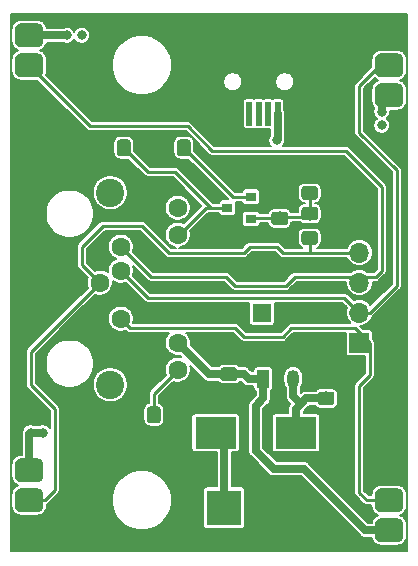
<source format=gtl>
G04 #@! TF.GenerationSoftware,KiCad,Pcbnew,5.0.1+dfsg1-2*
G04 #@! TF.CreationDate,2018-12-02T21:23:52+01:00*
G04 #@! TF.ProjectId,rj45-sk6812-adapter,726A34352D736B363831322D61646170,rev?*
G04 #@! TF.SameCoordinates,Original*
G04 #@! TF.FileFunction,Copper,L1,Top,Signal*
G04 #@! TF.FilePolarity,Positive*
%FSLAX46Y46*%
G04 Gerber Fmt 4.6, Leading zero omitted, Abs format (unit mm)*
G04 Created by KiCad (PCBNEW 5.0.1+dfsg1-2) date So 02 Dez 2018 21:23:52 CET*
%MOMM*%
%LPD*%
G01*
G04 APERTURE LIST*
G04 #@! TA.AperFunction,ComponentPad*
%ADD10R,1.600000X1.600000*%
G04 #@! TD*
G04 #@! TA.AperFunction,ComponentPad*
%ADD11C,1.600000*%
G04 #@! TD*
G04 #@! TA.AperFunction,Conductor*
%ADD12C,0.100000*%
G04 #@! TD*
G04 #@! TA.AperFunction,SMDPad,CuDef*
%ADD13C,1.150000*%
G04 #@! TD*
G04 #@! TA.AperFunction,SMDPad,CuDef*
%ADD14C,2.000000*%
G04 #@! TD*
G04 #@! TA.AperFunction,ComponentPad*
%ADD15R,1.700000X1.700000*%
G04 #@! TD*
G04 #@! TA.AperFunction,ComponentPad*
%ADD16O,1.700000X1.700000*%
G04 #@! TD*
G04 #@! TA.AperFunction,ComponentPad*
%ADD17C,2.400000*%
G04 #@! TD*
G04 #@! TA.AperFunction,ComponentPad*
%ADD18R,3.000000X3.000000*%
G04 #@! TD*
G04 #@! TA.AperFunction,ComponentPad*
%ADD19C,3.000000*%
G04 #@! TD*
G04 #@! TA.AperFunction,SMDPad,CuDef*
%ADD20R,0.500000X2.000000*%
G04 #@! TD*
G04 #@! TA.AperFunction,SMDPad,CuDef*
%ADD21R,2.000000X1.700000*%
G04 #@! TD*
G04 #@! TA.AperFunction,SMDPad,CuDef*
%ADD22R,3.500000X2.700000*%
G04 #@! TD*
G04 #@! TA.AperFunction,SMDPad,CuDef*
%ADD23R,0.900000X0.800000*%
G04 #@! TD*
G04 #@! TA.AperFunction,ComponentPad*
%ADD24O,1.050000X1.500000*%
G04 #@! TD*
G04 #@! TA.AperFunction,ComponentPad*
%ADD25R,1.050000X1.500000*%
G04 #@! TD*
G04 #@! TA.AperFunction,ViaPad*
%ADD26C,0.800000*%
G04 #@! TD*
G04 #@! TA.AperFunction,Conductor*
%ADD27C,0.250000*%
G04 #@! TD*
G04 #@! TA.AperFunction,Conductor*
%ADD28C,0.700000*%
G04 #@! TD*
G04 #@! TA.AperFunction,Conductor*
%ADD29C,0.200000*%
G04 #@! TD*
G04 APERTURE END LIST*
D10*
G04 #@! TO.P,C4,1*
G04 #@! TO.N,+5V*
X148590000Y-82550000D03*
D11*
G04 #@! TO.P,C4,2*
G04 #@! TO.N,GND*
X148590000Y-78750000D03*
G04 #@! TD*
D12*
G04 #@! TO.N,Net-(C1-Pad1)*
G04 #@! TO.C,C1*
G36*
X150588505Y-73984204D02*
X150612773Y-73987804D01*
X150636572Y-73993765D01*
X150659671Y-74002030D01*
X150681850Y-74012520D01*
X150702893Y-74025132D01*
X150722599Y-74039747D01*
X150740777Y-74056223D01*
X150757253Y-74074401D01*
X150771868Y-74094107D01*
X150784480Y-74115150D01*
X150794970Y-74137329D01*
X150803235Y-74160428D01*
X150809196Y-74184227D01*
X150812796Y-74208495D01*
X150814000Y-74232999D01*
X150814000Y-74883001D01*
X150812796Y-74907505D01*
X150809196Y-74931773D01*
X150803235Y-74955572D01*
X150794970Y-74978671D01*
X150784480Y-75000850D01*
X150771868Y-75021893D01*
X150757253Y-75041599D01*
X150740777Y-75059777D01*
X150722599Y-75076253D01*
X150702893Y-75090868D01*
X150681850Y-75103480D01*
X150659671Y-75113970D01*
X150636572Y-75122235D01*
X150612773Y-75128196D01*
X150588505Y-75131796D01*
X150564001Y-75133000D01*
X149663999Y-75133000D01*
X149639495Y-75131796D01*
X149615227Y-75128196D01*
X149591428Y-75122235D01*
X149568329Y-75113970D01*
X149546150Y-75103480D01*
X149525107Y-75090868D01*
X149505401Y-75076253D01*
X149487223Y-75059777D01*
X149470747Y-75041599D01*
X149456132Y-75021893D01*
X149443520Y-75000850D01*
X149433030Y-74978671D01*
X149424765Y-74955572D01*
X149418804Y-74931773D01*
X149415204Y-74907505D01*
X149414000Y-74883001D01*
X149414000Y-74232999D01*
X149415204Y-74208495D01*
X149418804Y-74184227D01*
X149424765Y-74160428D01*
X149433030Y-74137329D01*
X149443520Y-74115150D01*
X149456132Y-74094107D01*
X149470747Y-74074401D01*
X149487223Y-74056223D01*
X149505401Y-74039747D01*
X149525107Y-74025132D01*
X149546150Y-74012520D01*
X149568329Y-74002030D01*
X149591428Y-73993765D01*
X149615227Y-73987804D01*
X149639495Y-73984204D01*
X149663999Y-73983000D01*
X150564001Y-73983000D01*
X150588505Y-73984204D01*
X150588505Y-73984204D01*
G37*
D13*
G04 #@! TD*
G04 #@! TO.P,C1,1*
G04 #@! TO.N,Net-(C1-Pad1)*
X150114000Y-74558000D03*
D12*
G04 #@! TO.N,GND*
G04 #@! TO.C,C1*
G36*
X150588505Y-71934204D02*
X150612773Y-71937804D01*
X150636572Y-71943765D01*
X150659671Y-71952030D01*
X150681850Y-71962520D01*
X150702893Y-71975132D01*
X150722599Y-71989747D01*
X150740777Y-72006223D01*
X150757253Y-72024401D01*
X150771868Y-72044107D01*
X150784480Y-72065150D01*
X150794970Y-72087329D01*
X150803235Y-72110428D01*
X150809196Y-72134227D01*
X150812796Y-72158495D01*
X150814000Y-72182999D01*
X150814000Y-72833001D01*
X150812796Y-72857505D01*
X150809196Y-72881773D01*
X150803235Y-72905572D01*
X150794970Y-72928671D01*
X150784480Y-72950850D01*
X150771868Y-72971893D01*
X150757253Y-72991599D01*
X150740777Y-73009777D01*
X150722599Y-73026253D01*
X150702893Y-73040868D01*
X150681850Y-73053480D01*
X150659671Y-73063970D01*
X150636572Y-73072235D01*
X150612773Y-73078196D01*
X150588505Y-73081796D01*
X150564001Y-73083000D01*
X149663999Y-73083000D01*
X149639495Y-73081796D01*
X149615227Y-73078196D01*
X149591428Y-73072235D01*
X149568329Y-73063970D01*
X149546150Y-73053480D01*
X149525107Y-73040868D01*
X149505401Y-73026253D01*
X149487223Y-73009777D01*
X149470747Y-72991599D01*
X149456132Y-72971893D01*
X149443520Y-72950850D01*
X149433030Y-72928671D01*
X149424765Y-72905572D01*
X149418804Y-72881773D01*
X149415204Y-72857505D01*
X149414000Y-72833001D01*
X149414000Y-72182999D01*
X149415204Y-72158495D01*
X149418804Y-72134227D01*
X149424765Y-72110428D01*
X149433030Y-72087329D01*
X149443520Y-72065150D01*
X149456132Y-72044107D01*
X149470747Y-72024401D01*
X149487223Y-72006223D01*
X149505401Y-71989747D01*
X149525107Y-71975132D01*
X149546150Y-71962520D01*
X149568329Y-71952030D01*
X149591428Y-71943765D01*
X149615227Y-71937804D01*
X149639495Y-71934204D01*
X149663999Y-71933000D01*
X150564001Y-71933000D01*
X150588505Y-71934204D01*
X150588505Y-71934204D01*
G37*
D13*
G04 #@! TD*
G04 #@! TO.P,C1,2*
G04 #@! TO.N,GND*
X150114000Y-72508000D03*
D12*
G04 #@! TO.N,GND*
G04 #@! TO.C,J3*
G36*
X160134009Y-94887408D02*
X160182545Y-94894607D01*
X160230142Y-94906530D01*
X160276342Y-94923060D01*
X160320698Y-94944039D01*
X160362785Y-94969265D01*
X160402197Y-94998495D01*
X160438553Y-95031447D01*
X160471505Y-95067803D01*
X160500735Y-95107215D01*
X160525961Y-95149302D01*
X160546940Y-95193658D01*
X160563470Y-95239858D01*
X160575393Y-95287455D01*
X160582592Y-95335991D01*
X160585000Y-95385000D01*
X160585000Y-96385000D01*
X160582592Y-96434009D01*
X160575393Y-96482545D01*
X160563470Y-96530142D01*
X160546940Y-96576342D01*
X160525961Y-96620698D01*
X160500735Y-96662785D01*
X160471505Y-96702197D01*
X160438553Y-96738553D01*
X160402197Y-96771505D01*
X160362785Y-96800735D01*
X160320698Y-96825961D01*
X160276342Y-96846940D01*
X160230142Y-96863470D01*
X160182545Y-96875393D01*
X160134009Y-96882592D01*
X160085000Y-96885000D01*
X158685000Y-96885000D01*
X158635991Y-96882592D01*
X158587455Y-96875393D01*
X158539858Y-96863470D01*
X158493658Y-96846940D01*
X158449302Y-96825961D01*
X158407215Y-96800735D01*
X158367803Y-96771505D01*
X158331447Y-96738553D01*
X158298495Y-96702197D01*
X158269265Y-96662785D01*
X158244039Y-96620698D01*
X158223060Y-96576342D01*
X158206530Y-96530142D01*
X158194607Y-96482545D01*
X158187408Y-96434009D01*
X158185000Y-96385000D01*
X158185000Y-95385000D01*
X158187408Y-95335991D01*
X158194607Y-95287455D01*
X158206530Y-95239858D01*
X158223060Y-95193658D01*
X158244039Y-95149302D01*
X158269265Y-95107215D01*
X158298495Y-95067803D01*
X158331447Y-95031447D01*
X158367803Y-94998495D01*
X158407215Y-94969265D01*
X158449302Y-94944039D01*
X158493658Y-94923060D01*
X158539858Y-94906530D01*
X158587455Y-94894607D01*
X158635991Y-94887408D01*
X158685000Y-94885000D01*
X160085000Y-94885000D01*
X160134009Y-94887408D01*
X160134009Y-94887408D01*
G37*
D14*
G04 #@! TD*
G04 #@! TO.P,J3,3*
G04 #@! TO.N,GND*
X159385000Y-95885000D03*
D12*
G04 #@! TO.N,/DATA1*
G04 #@! TO.C,J3*
G36*
X160134009Y-97427408D02*
X160182545Y-97434607D01*
X160230142Y-97446530D01*
X160276342Y-97463060D01*
X160320698Y-97484039D01*
X160362785Y-97509265D01*
X160402197Y-97538495D01*
X160438553Y-97571447D01*
X160471505Y-97607803D01*
X160500735Y-97647215D01*
X160525961Y-97689302D01*
X160546940Y-97733658D01*
X160563470Y-97779858D01*
X160575393Y-97827455D01*
X160582592Y-97875991D01*
X160585000Y-97925000D01*
X160585000Y-98925000D01*
X160582592Y-98974009D01*
X160575393Y-99022545D01*
X160563470Y-99070142D01*
X160546940Y-99116342D01*
X160525961Y-99160698D01*
X160500735Y-99202785D01*
X160471505Y-99242197D01*
X160438553Y-99278553D01*
X160402197Y-99311505D01*
X160362785Y-99340735D01*
X160320698Y-99365961D01*
X160276342Y-99386940D01*
X160230142Y-99403470D01*
X160182545Y-99415393D01*
X160134009Y-99422592D01*
X160085000Y-99425000D01*
X158685000Y-99425000D01*
X158635991Y-99422592D01*
X158587455Y-99415393D01*
X158539858Y-99403470D01*
X158493658Y-99386940D01*
X158449302Y-99365961D01*
X158407215Y-99340735D01*
X158367803Y-99311505D01*
X158331447Y-99278553D01*
X158298495Y-99242197D01*
X158269265Y-99202785D01*
X158244039Y-99160698D01*
X158223060Y-99116342D01*
X158206530Y-99070142D01*
X158194607Y-99022545D01*
X158187408Y-98974009D01*
X158185000Y-98925000D01*
X158185000Y-97925000D01*
X158187408Y-97875991D01*
X158194607Y-97827455D01*
X158206530Y-97779858D01*
X158223060Y-97733658D01*
X158244039Y-97689302D01*
X158269265Y-97647215D01*
X158298495Y-97607803D01*
X158331447Y-97571447D01*
X158367803Y-97538495D01*
X158407215Y-97509265D01*
X158449302Y-97484039D01*
X158493658Y-97463060D01*
X158539858Y-97446530D01*
X158587455Y-97434607D01*
X158635991Y-97427408D01*
X158685000Y-97425000D01*
X160085000Y-97425000D01*
X160134009Y-97427408D01*
X160134009Y-97427408D01*
G37*
D14*
G04 #@! TD*
G04 #@! TO.P,J3,2*
G04 #@! TO.N,/DATA1*
X159385000Y-98425000D03*
D12*
G04 #@! TO.N,+5V*
G04 #@! TO.C,J3*
G36*
X160134009Y-99967408D02*
X160182545Y-99974607D01*
X160230142Y-99986530D01*
X160276342Y-100003060D01*
X160320698Y-100024039D01*
X160362785Y-100049265D01*
X160402197Y-100078495D01*
X160438553Y-100111447D01*
X160471505Y-100147803D01*
X160500735Y-100187215D01*
X160525961Y-100229302D01*
X160546940Y-100273658D01*
X160563470Y-100319858D01*
X160575393Y-100367455D01*
X160582592Y-100415991D01*
X160585000Y-100465000D01*
X160585000Y-101465000D01*
X160582592Y-101514009D01*
X160575393Y-101562545D01*
X160563470Y-101610142D01*
X160546940Y-101656342D01*
X160525961Y-101700698D01*
X160500735Y-101742785D01*
X160471505Y-101782197D01*
X160438553Y-101818553D01*
X160402197Y-101851505D01*
X160362785Y-101880735D01*
X160320698Y-101905961D01*
X160276342Y-101926940D01*
X160230142Y-101943470D01*
X160182545Y-101955393D01*
X160134009Y-101962592D01*
X160085000Y-101965000D01*
X158685000Y-101965000D01*
X158635991Y-101962592D01*
X158587455Y-101955393D01*
X158539858Y-101943470D01*
X158493658Y-101926940D01*
X158449302Y-101905961D01*
X158407215Y-101880735D01*
X158367803Y-101851505D01*
X158331447Y-101818553D01*
X158298495Y-101782197D01*
X158269265Y-101742785D01*
X158244039Y-101700698D01*
X158223060Y-101656342D01*
X158206530Y-101610142D01*
X158194607Y-101562545D01*
X158187408Y-101514009D01*
X158185000Y-101465000D01*
X158185000Y-100465000D01*
X158187408Y-100415991D01*
X158194607Y-100367455D01*
X158206530Y-100319858D01*
X158223060Y-100273658D01*
X158244039Y-100229302D01*
X158269265Y-100187215D01*
X158298495Y-100147803D01*
X158331447Y-100111447D01*
X158367803Y-100078495D01*
X158407215Y-100049265D01*
X158449302Y-100024039D01*
X158493658Y-100003060D01*
X158539858Y-99986530D01*
X158587455Y-99974607D01*
X158635991Y-99967408D01*
X158685000Y-99965000D01*
X160085000Y-99965000D01*
X160134009Y-99967408D01*
X160134009Y-99967408D01*
G37*
D14*
G04 #@! TD*
G04 #@! TO.P,J3,1*
G04 #@! TO.N,+5V*
X159385000Y-100965000D03*
D12*
G04 #@! TO.N,+5V*
G04 #@! TO.C,J4*
G36*
X160134009Y-63137408D02*
X160182545Y-63144607D01*
X160230142Y-63156530D01*
X160276342Y-63173060D01*
X160320698Y-63194039D01*
X160362785Y-63219265D01*
X160402197Y-63248495D01*
X160438553Y-63281447D01*
X160471505Y-63317803D01*
X160500735Y-63357215D01*
X160525961Y-63399302D01*
X160546940Y-63443658D01*
X160563470Y-63489858D01*
X160575393Y-63537455D01*
X160582592Y-63585991D01*
X160585000Y-63635000D01*
X160585000Y-64635000D01*
X160582592Y-64684009D01*
X160575393Y-64732545D01*
X160563470Y-64780142D01*
X160546940Y-64826342D01*
X160525961Y-64870698D01*
X160500735Y-64912785D01*
X160471505Y-64952197D01*
X160438553Y-64988553D01*
X160402197Y-65021505D01*
X160362785Y-65050735D01*
X160320698Y-65075961D01*
X160276342Y-65096940D01*
X160230142Y-65113470D01*
X160182545Y-65125393D01*
X160134009Y-65132592D01*
X160085000Y-65135000D01*
X158685000Y-65135000D01*
X158635991Y-65132592D01*
X158587455Y-65125393D01*
X158539858Y-65113470D01*
X158493658Y-65096940D01*
X158449302Y-65075961D01*
X158407215Y-65050735D01*
X158367803Y-65021505D01*
X158331447Y-64988553D01*
X158298495Y-64952197D01*
X158269265Y-64912785D01*
X158244039Y-64870698D01*
X158223060Y-64826342D01*
X158206530Y-64780142D01*
X158194607Y-64732545D01*
X158187408Y-64684009D01*
X158185000Y-64635000D01*
X158185000Y-63635000D01*
X158187408Y-63585991D01*
X158194607Y-63537455D01*
X158206530Y-63489858D01*
X158223060Y-63443658D01*
X158244039Y-63399302D01*
X158269265Y-63357215D01*
X158298495Y-63317803D01*
X158331447Y-63281447D01*
X158367803Y-63248495D01*
X158407215Y-63219265D01*
X158449302Y-63194039D01*
X158493658Y-63173060D01*
X158539858Y-63156530D01*
X158587455Y-63144607D01*
X158635991Y-63137408D01*
X158685000Y-63135000D01*
X160085000Y-63135000D01*
X160134009Y-63137408D01*
X160134009Y-63137408D01*
G37*
D14*
G04 #@! TD*
G04 #@! TO.P,J4,1*
G04 #@! TO.N,+5V*
X159385000Y-64135000D03*
D12*
G04 #@! TO.N,/DATA2*
G04 #@! TO.C,J4*
G36*
X160134009Y-60597408D02*
X160182545Y-60604607D01*
X160230142Y-60616530D01*
X160276342Y-60633060D01*
X160320698Y-60654039D01*
X160362785Y-60679265D01*
X160402197Y-60708495D01*
X160438553Y-60741447D01*
X160471505Y-60777803D01*
X160500735Y-60817215D01*
X160525961Y-60859302D01*
X160546940Y-60903658D01*
X160563470Y-60949858D01*
X160575393Y-60997455D01*
X160582592Y-61045991D01*
X160585000Y-61095000D01*
X160585000Y-62095000D01*
X160582592Y-62144009D01*
X160575393Y-62192545D01*
X160563470Y-62240142D01*
X160546940Y-62286342D01*
X160525961Y-62330698D01*
X160500735Y-62372785D01*
X160471505Y-62412197D01*
X160438553Y-62448553D01*
X160402197Y-62481505D01*
X160362785Y-62510735D01*
X160320698Y-62535961D01*
X160276342Y-62556940D01*
X160230142Y-62573470D01*
X160182545Y-62585393D01*
X160134009Y-62592592D01*
X160085000Y-62595000D01*
X158685000Y-62595000D01*
X158635991Y-62592592D01*
X158587455Y-62585393D01*
X158539858Y-62573470D01*
X158493658Y-62556940D01*
X158449302Y-62535961D01*
X158407215Y-62510735D01*
X158367803Y-62481505D01*
X158331447Y-62448553D01*
X158298495Y-62412197D01*
X158269265Y-62372785D01*
X158244039Y-62330698D01*
X158223060Y-62286342D01*
X158206530Y-62240142D01*
X158194607Y-62192545D01*
X158187408Y-62144009D01*
X158185000Y-62095000D01*
X158185000Y-61095000D01*
X158187408Y-61045991D01*
X158194607Y-60997455D01*
X158206530Y-60949858D01*
X158223060Y-60903658D01*
X158244039Y-60859302D01*
X158269265Y-60817215D01*
X158298495Y-60777803D01*
X158331447Y-60741447D01*
X158367803Y-60708495D01*
X158407215Y-60679265D01*
X158449302Y-60654039D01*
X158493658Y-60633060D01*
X158539858Y-60616530D01*
X158587455Y-60604607D01*
X158635991Y-60597408D01*
X158685000Y-60595000D01*
X160085000Y-60595000D01*
X160134009Y-60597408D01*
X160134009Y-60597408D01*
G37*
D14*
G04 #@! TD*
G04 #@! TO.P,J4,2*
G04 #@! TO.N,/DATA2*
X159385000Y-61595000D03*
D12*
G04 #@! TO.N,GND*
G04 #@! TO.C,J4*
G36*
X160134009Y-58057408D02*
X160182545Y-58064607D01*
X160230142Y-58076530D01*
X160276342Y-58093060D01*
X160320698Y-58114039D01*
X160362785Y-58139265D01*
X160402197Y-58168495D01*
X160438553Y-58201447D01*
X160471505Y-58237803D01*
X160500735Y-58277215D01*
X160525961Y-58319302D01*
X160546940Y-58363658D01*
X160563470Y-58409858D01*
X160575393Y-58457455D01*
X160582592Y-58505991D01*
X160585000Y-58555000D01*
X160585000Y-59555000D01*
X160582592Y-59604009D01*
X160575393Y-59652545D01*
X160563470Y-59700142D01*
X160546940Y-59746342D01*
X160525961Y-59790698D01*
X160500735Y-59832785D01*
X160471505Y-59872197D01*
X160438553Y-59908553D01*
X160402197Y-59941505D01*
X160362785Y-59970735D01*
X160320698Y-59995961D01*
X160276342Y-60016940D01*
X160230142Y-60033470D01*
X160182545Y-60045393D01*
X160134009Y-60052592D01*
X160085000Y-60055000D01*
X158685000Y-60055000D01*
X158635991Y-60052592D01*
X158587455Y-60045393D01*
X158539858Y-60033470D01*
X158493658Y-60016940D01*
X158449302Y-59995961D01*
X158407215Y-59970735D01*
X158367803Y-59941505D01*
X158331447Y-59908553D01*
X158298495Y-59872197D01*
X158269265Y-59832785D01*
X158244039Y-59790698D01*
X158223060Y-59746342D01*
X158206530Y-59700142D01*
X158194607Y-59652545D01*
X158187408Y-59604009D01*
X158185000Y-59555000D01*
X158185000Y-58555000D01*
X158187408Y-58505991D01*
X158194607Y-58457455D01*
X158206530Y-58409858D01*
X158223060Y-58363658D01*
X158244039Y-58319302D01*
X158269265Y-58277215D01*
X158298495Y-58237803D01*
X158331447Y-58201447D01*
X158367803Y-58168495D01*
X158407215Y-58139265D01*
X158449302Y-58114039D01*
X158493658Y-58093060D01*
X158539858Y-58076530D01*
X158587455Y-58064607D01*
X158635991Y-58057408D01*
X158685000Y-58055000D01*
X160085000Y-58055000D01*
X160134009Y-58057408D01*
X160134009Y-58057408D01*
G37*
D14*
G04 #@! TD*
G04 #@! TO.P,J4,3*
G04 #@! TO.N,GND*
X159385000Y-59055000D03*
D12*
G04 #@! TO.N,GND*
G04 #@! TO.C,J5*
G36*
X129654009Y-63137408D02*
X129702545Y-63144607D01*
X129750142Y-63156530D01*
X129796342Y-63173060D01*
X129840698Y-63194039D01*
X129882785Y-63219265D01*
X129922197Y-63248495D01*
X129958553Y-63281447D01*
X129991505Y-63317803D01*
X130020735Y-63357215D01*
X130045961Y-63399302D01*
X130066940Y-63443658D01*
X130083470Y-63489858D01*
X130095393Y-63537455D01*
X130102592Y-63585991D01*
X130105000Y-63635000D01*
X130105000Y-64635000D01*
X130102592Y-64684009D01*
X130095393Y-64732545D01*
X130083470Y-64780142D01*
X130066940Y-64826342D01*
X130045961Y-64870698D01*
X130020735Y-64912785D01*
X129991505Y-64952197D01*
X129958553Y-64988553D01*
X129922197Y-65021505D01*
X129882785Y-65050735D01*
X129840698Y-65075961D01*
X129796342Y-65096940D01*
X129750142Y-65113470D01*
X129702545Y-65125393D01*
X129654009Y-65132592D01*
X129605000Y-65135000D01*
X128205000Y-65135000D01*
X128155991Y-65132592D01*
X128107455Y-65125393D01*
X128059858Y-65113470D01*
X128013658Y-65096940D01*
X127969302Y-65075961D01*
X127927215Y-65050735D01*
X127887803Y-65021505D01*
X127851447Y-64988553D01*
X127818495Y-64952197D01*
X127789265Y-64912785D01*
X127764039Y-64870698D01*
X127743060Y-64826342D01*
X127726530Y-64780142D01*
X127714607Y-64732545D01*
X127707408Y-64684009D01*
X127705000Y-64635000D01*
X127705000Y-63635000D01*
X127707408Y-63585991D01*
X127714607Y-63537455D01*
X127726530Y-63489858D01*
X127743060Y-63443658D01*
X127764039Y-63399302D01*
X127789265Y-63357215D01*
X127818495Y-63317803D01*
X127851447Y-63281447D01*
X127887803Y-63248495D01*
X127927215Y-63219265D01*
X127969302Y-63194039D01*
X128013658Y-63173060D01*
X128059858Y-63156530D01*
X128107455Y-63144607D01*
X128155991Y-63137408D01*
X128205000Y-63135000D01*
X129605000Y-63135000D01*
X129654009Y-63137408D01*
X129654009Y-63137408D01*
G37*
D14*
G04 #@! TD*
G04 #@! TO.P,J5,3*
G04 #@! TO.N,GND*
X128905000Y-64135000D03*
D12*
G04 #@! TO.N,/DATA3*
G04 #@! TO.C,J5*
G36*
X129654009Y-60597408D02*
X129702545Y-60604607D01*
X129750142Y-60616530D01*
X129796342Y-60633060D01*
X129840698Y-60654039D01*
X129882785Y-60679265D01*
X129922197Y-60708495D01*
X129958553Y-60741447D01*
X129991505Y-60777803D01*
X130020735Y-60817215D01*
X130045961Y-60859302D01*
X130066940Y-60903658D01*
X130083470Y-60949858D01*
X130095393Y-60997455D01*
X130102592Y-61045991D01*
X130105000Y-61095000D01*
X130105000Y-62095000D01*
X130102592Y-62144009D01*
X130095393Y-62192545D01*
X130083470Y-62240142D01*
X130066940Y-62286342D01*
X130045961Y-62330698D01*
X130020735Y-62372785D01*
X129991505Y-62412197D01*
X129958553Y-62448553D01*
X129922197Y-62481505D01*
X129882785Y-62510735D01*
X129840698Y-62535961D01*
X129796342Y-62556940D01*
X129750142Y-62573470D01*
X129702545Y-62585393D01*
X129654009Y-62592592D01*
X129605000Y-62595000D01*
X128205000Y-62595000D01*
X128155991Y-62592592D01*
X128107455Y-62585393D01*
X128059858Y-62573470D01*
X128013658Y-62556940D01*
X127969302Y-62535961D01*
X127927215Y-62510735D01*
X127887803Y-62481505D01*
X127851447Y-62448553D01*
X127818495Y-62412197D01*
X127789265Y-62372785D01*
X127764039Y-62330698D01*
X127743060Y-62286342D01*
X127726530Y-62240142D01*
X127714607Y-62192545D01*
X127707408Y-62144009D01*
X127705000Y-62095000D01*
X127705000Y-61095000D01*
X127707408Y-61045991D01*
X127714607Y-60997455D01*
X127726530Y-60949858D01*
X127743060Y-60903658D01*
X127764039Y-60859302D01*
X127789265Y-60817215D01*
X127818495Y-60777803D01*
X127851447Y-60741447D01*
X127887803Y-60708495D01*
X127927215Y-60679265D01*
X127969302Y-60654039D01*
X128013658Y-60633060D01*
X128059858Y-60616530D01*
X128107455Y-60604607D01*
X128155991Y-60597408D01*
X128205000Y-60595000D01*
X129605000Y-60595000D01*
X129654009Y-60597408D01*
X129654009Y-60597408D01*
G37*
D14*
G04 #@! TD*
G04 #@! TO.P,J5,2*
G04 #@! TO.N,/DATA3*
X128905000Y-61595000D03*
D12*
G04 #@! TO.N,+5V*
G04 #@! TO.C,J5*
G36*
X129654009Y-58057408D02*
X129702545Y-58064607D01*
X129750142Y-58076530D01*
X129796342Y-58093060D01*
X129840698Y-58114039D01*
X129882785Y-58139265D01*
X129922197Y-58168495D01*
X129958553Y-58201447D01*
X129991505Y-58237803D01*
X130020735Y-58277215D01*
X130045961Y-58319302D01*
X130066940Y-58363658D01*
X130083470Y-58409858D01*
X130095393Y-58457455D01*
X130102592Y-58505991D01*
X130105000Y-58555000D01*
X130105000Y-59555000D01*
X130102592Y-59604009D01*
X130095393Y-59652545D01*
X130083470Y-59700142D01*
X130066940Y-59746342D01*
X130045961Y-59790698D01*
X130020735Y-59832785D01*
X129991505Y-59872197D01*
X129958553Y-59908553D01*
X129922197Y-59941505D01*
X129882785Y-59970735D01*
X129840698Y-59995961D01*
X129796342Y-60016940D01*
X129750142Y-60033470D01*
X129702545Y-60045393D01*
X129654009Y-60052592D01*
X129605000Y-60055000D01*
X128205000Y-60055000D01*
X128155991Y-60052592D01*
X128107455Y-60045393D01*
X128059858Y-60033470D01*
X128013658Y-60016940D01*
X127969302Y-59995961D01*
X127927215Y-59970735D01*
X127887803Y-59941505D01*
X127851447Y-59908553D01*
X127818495Y-59872197D01*
X127789265Y-59832785D01*
X127764039Y-59790698D01*
X127743060Y-59746342D01*
X127726530Y-59700142D01*
X127714607Y-59652545D01*
X127707408Y-59604009D01*
X127705000Y-59555000D01*
X127705000Y-58555000D01*
X127707408Y-58505991D01*
X127714607Y-58457455D01*
X127726530Y-58409858D01*
X127743060Y-58363658D01*
X127764039Y-58319302D01*
X127789265Y-58277215D01*
X127818495Y-58237803D01*
X127851447Y-58201447D01*
X127887803Y-58168495D01*
X127927215Y-58139265D01*
X127969302Y-58114039D01*
X128013658Y-58093060D01*
X128059858Y-58076530D01*
X128107455Y-58064607D01*
X128155991Y-58057408D01*
X128205000Y-58055000D01*
X129605000Y-58055000D01*
X129654009Y-58057408D01*
X129654009Y-58057408D01*
G37*
D14*
G04 #@! TD*
G04 #@! TO.P,J5,1*
G04 #@! TO.N,+5V*
X128905000Y-59055000D03*
D12*
G04 #@! TO.N,+5V*
G04 #@! TO.C,J6*
G36*
X129654009Y-94887408D02*
X129702545Y-94894607D01*
X129750142Y-94906530D01*
X129796342Y-94923060D01*
X129840698Y-94944039D01*
X129882785Y-94969265D01*
X129922197Y-94998495D01*
X129958553Y-95031447D01*
X129991505Y-95067803D01*
X130020735Y-95107215D01*
X130045961Y-95149302D01*
X130066940Y-95193658D01*
X130083470Y-95239858D01*
X130095393Y-95287455D01*
X130102592Y-95335991D01*
X130105000Y-95385000D01*
X130105000Y-96385000D01*
X130102592Y-96434009D01*
X130095393Y-96482545D01*
X130083470Y-96530142D01*
X130066940Y-96576342D01*
X130045961Y-96620698D01*
X130020735Y-96662785D01*
X129991505Y-96702197D01*
X129958553Y-96738553D01*
X129922197Y-96771505D01*
X129882785Y-96800735D01*
X129840698Y-96825961D01*
X129796342Y-96846940D01*
X129750142Y-96863470D01*
X129702545Y-96875393D01*
X129654009Y-96882592D01*
X129605000Y-96885000D01*
X128205000Y-96885000D01*
X128155991Y-96882592D01*
X128107455Y-96875393D01*
X128059858Y-96863470D01*
X128013658Y-96846940D01*
X127969302Y-96825961D01*
X127927215Y-96800735D01*
X127887803Y-96771505D01*
X127851447Y-96738553D01*
X127818495Y-96702197D01*
X127789265Y-96662785D01*
X127764039Y-96620698D01*
X127743060Y-96576342D01*
X127726530Y-96530142D01*
X127714607Y-96482545D01*
X127707408Y-96434009D01*
X127705000Y-96385000D01*
X127705000Y-95385000D01*
X127707408Y-95335991D01*
X127714607Y-95287455D01*
X127726530Y-95239858D01*
X127743060Y-95193658D01*
X127764039Y-95149302D01*
X127789265Y-95107215D01*
X127818495Y-95067803D01*
X127851447Y-95031447D01*
X127887803Y-94998495D01*
X127927215Y-94969265D01*
X127969302Y-94944039D01*
X128013658Y-94923060D01*
X128059858Y-94906530D01*
X128107455Y-94894607D01*
X128155991Y-94887408D01*
X128205000Y-94885000D01*
X129605000Y-94885000D01*
X129654009Y-94887408D01*
X129654009Y-94887408D01*
G37*
D14*
G04 #@! TD*
G04 #@! TO.P,J6,1*
G04 #@! TO.N,+5V*
X128905000Y-95885000D03*
D12*
G04 #@! TO.N,/DATA4*
G04 #@! TO.C,J6*
G36*
X129654009Y-97427408D02*
X129702545Y-97434607D01*
X129750142Y-97446530D01*
X129796342Y-97463060D01*
X129840698Y-97484039D01*
X129882785Y-97509265D01*
X129922197Y-97538495D01*
X129958553Y-97571447D01*
X129991505Y-97607803D01*
X130020735Y-97647215D01*
X130045961Y-97689302D01*
X130066940Y-97733658D01*
X130083470Y-97779858D01*
X130095393Y-97827455D01*
X130102592Y-97875991D01*
X130105000Y-97925000D01*
X130105000Y-98925000D01*
X130102592Y-98974009D01*
X130095393Y-99022545D01*
X130083470Y-99070142D01*
X130066940Y-99116342D01*
X130045961Y-99160698D01*
X130020735Y-99202785D01*
X129991505Y-99242197D01*
X129958553Y-99278553D01*
X129922197Y-99311505D01*
X129882785Y-99340735D01*
X129840698Y-99365961D01*
X129796342Y-99386940D01*
X129750142Y-99403470D01*
X129702545Y-99415393D01*
X129654009Y-99422592D01*
X129605000Y-99425000D01*
X128205000Y-99425000D01*
X128155991Y-99422592D01*
X128107455Y-99415393D01*
X128059858Y-99403470D01*
X128013658Y-99386940D01*
X127969302Y-99365961D01*
X127927215Y-99340735D01*
X127887803Y-99311505D01*
X127851447Y-99278553D01*
X127818495Y-99242197D01*
X127789265Y-99202785D01*
X127764039Y-99160698D01*
X127743060Y-99116342D01*
X127726530Y-99070142D01*
X127714607Y-99022545D01*
X127707408Y-98974009D01*
X127705000Y-98925000D01*
X127705000Y-97925000D01*
X127707408Y-97875991D01*
X127714607Y-97827455D01*
X127726530Y-97779858D01*
X127743060Y-97733658D01*
X127764039Y-97689302D01*
X127789265Y-97647215D01*
X127818495Y-97607803D01*
X127851447Y-97571447D01*
X127887803Y-97538495D01*
X127927215Y-97509265D01*
X127969302Y-97484039D01*
X128013658Y-97463060D01*
X128059858Y-97446530D01*
X128107455Y-97434607D01*
X128155991Y-97427408D01*
X128205000Y-97425000D01*
X129605000Y-97425000D01*
X129654009Y-97427408D01*
X129654009Y-97427408D01*
G37*
D14*
G04 #@! TD*
G04 #@! TO.P,J6,2*
G04 #@! TO.N,/DATA4*
X128905000Y-98425000D03*
D12*
G04 #@! TO.N,GND*
G04 #@! TO.C,J6*
G36*
X129654009Y-99967408D02*
X129702545Y-99974607D01*
X129750142Y-99986530D01*
X129796342Y-100003060D01*
X129840698Y-100024039D01*
X129882785Y-100049265D01*
X129922197Y-100078495D01*
X129958553Y-100111447D01*
X129991505Y-100147803D01*
X130020735Y-100187215D01*
X130045961Y-100229302D01*
X130066940Y-100273658D01*
X130083470Y-100319858D01*
X130095393Y-100367455D01*
X130102592Y-100415991D01*
X130105000Y-100465000D01*
X130105000Y-101465000D01*
X130102592Y-101514009D01*
X130095393Y-101562545D01*
X130083470Y-101610142D01*
X130066940Y-101656342D01*
X130045961Y-101700698D01*
X130020735Y-101742785D01*
X129991505Y-101782197D01*
X129958553Y-101818553D01*
X129922197Y-101851505D01*
X129882785Y-101880735D01*
X129840698Y-101905961D01*
X129796342Y-101926940D01*
X129750142Y-101943470D01*
X129702545Y-101955393D01*
X129654009Y-101962592D01*
X129605000Y-101965000D01*
X128205000Y-101965000D01*
X128155991Y-101962592D01*
X128107455Y-101955393D01*
X128059858Y-101943470D01*
X128013658Y-101926940D01*
X127969302Y-101905961D01*
X127927215Y-101880735D01*
X127887803Y-101851505D01*
X127851447Y-101818553D01*
X127818495Y-101782197D01*
X127789265Y-101742785D01*
X127764039Y-101700698D01*
X127743060Y-101656342D01*
X127726530Y-101610142D01*
X127714607Y-101562545D01*
X127707408Y-101514009D01*
X127705000Y-101465000D01*
X127705000Y-100465000D01*
X127707408Y-100415991D01*
X127714607Y-100367455D01*
X127726530Y-100319858D01*
X127743060Y-100273658D01*
X127764039Y-100229302D01*
X127789265Y-100187215D01*
X127818495Y-100147803D01*
X127851447Y-100111447D01*
X127887803Y-100078495D01*
X127927215Y-100049265D01*
X127969302Y-100024039D01*
X128013658Y-100003060D01*
X128059858Y-99986530D01*
X128107455Y-99974607D01*
X128155991Y-99967408D01*
X128205000Y-99965000D01*
X129605000Y-99965000D01*
X129654009Y-99967408D01*
X129654009Y-99967408D01*
G37*
D14*
G04 #@! TD*
G04 #@! TO.P,J6,3*
G04 #@! TO.N,GND*
X128905000Y-100965000D03*
D15*
G04 #@! TO.P,J2,1*
G04 #@! TO.N,/DATA1*
X156845000Y-85090000D03*
D16*
G04 #@! TO.P,J2,2*
G04 #@! TO.N,/DATA2*
X156845000Y-82550000D03*
G04 #@! TO.P,J2,3*
G04 #@! TO.N,/DATA3*
X156845000Y-80010000D03*
G04 #@! TO.P,J2,4*
G04 #@! TO.N,/DATA4*
X156845000Y-77470000D03*
G04 #@! TO.P,J2,5*
G04 #@! TO.N,GND*
X156845000Y-74930000D03*
G04 #@! TD*
D11*
G04 #@! TO.P,J1,12*
G04 #@! TO.N,+5V*
X141474000Y-73658000D03*
G04 #@! TO.P,J1,11*
G04 #@! TO.N,Net-(J1-Pad11)*
X141474000Y-75948000D03*
G04 #@! TO.P,J1,10*
G04 #@! TO.N,+5V*
X141474000Y-85088000D03*
G04 #@! TO.P,J1,9*
G04 #@! TO.N,Net-(J1-Pad9)*
X141474000Y-87378000D03*
G04 #@! TO.P,J1,8*
G04 #@! TO.N,/DATA3*
X136654000Y-76958000D03*
G04 #@! TO.P,J1,7*
G04 #@! TO.N,GND*
X134874000Y-77973000D03*
G04 #@! TO.P,J1,6*
G04 #@! TO.N,/DATA2*
X136654000Y-78988000D03*
G04 #@! TO.P,J1,5*
G04 #@! TO.N,/DATA4*
X134874000Y-80003000D03*
G04 #@! TO.P,J1,4*
G04 #@! TO.N,GND*
X136654000Y-81018000D03*
G04 #@! TO.P,J1,3*
X134874000Y-82033000D03*
G04 #@! TO.P,J1,2*
G04 #@! TO.N,/DATA1*
X136654000Y-83048000D03*
G04 #@! TO.P,J1,1*
G04 #@! TO.N,GND*
X134874000Y-84063000D03*
D17*
G04 #@! TO.P,J1,SH2*
G04 #@! TO.N,Net-(J1-PadSH2)*
X135764000Y-72388000D03*
G04 #@! TO.P,J1,SH1*
G04 #@! TO.N,Net-(J1-PadSH1)*
X135764000Y-88648000D03*
G04 #@! TD*
D18*
G04 #@! TO.P,J8,1*
G04 #@! TO.N,Net-(D1-Pad2)*
X145415000Y-99060000D03*
D19*
G04 #@! TO.P,J8,2*
G04 #@! TO.N,GND*
X150495000Y-99060000D03*
G04 #@! TD*
D12*
G04 #@! TO.N,GND*
G04 #@! TO.C,C2*
G36*
X154525505Y-87174204D02*
X154549773Y-87177804D01*
X154573572Y-87183765D01*
X154596671Y-87192030D01*
X154618850Y-87202520D01*
X154639893Y-87215132D01*
X154659599Y-87229747D01*
X154677777Y-87246223D01*
X154694253Y-87264401D01*
X154708868Y-87284107D01*
X154721480Y-87305150D01*
X154731970Y-87327329D01*
X154740235Y-87350428D01*
X154746196Y-87374227D01*
X154749796Y-87398495D01*
X154751000Y-87422999D01*
X154751000Y-88073001D01*
X154749796Y-88097505D01*
X154746196Y-88121773D01*
X154740235Y-88145572D01*
X154731970Y-88168671D01*
X154721480Y-88190850D01*
X154708868Y-88211893D01*
X154694253Y-88231599D01*
X154677777Y-88249777D01*
X154659599Y-88266253D01*
X154639893Y-88280868D01*
X154618850Y-88293480D01*
X154596671Y-88303970D01*
X154573572Y-88312235D01*
X154549773Y-88318196D01*
X154525505Y-88321796D01*
X154501001Y-88323000D01*
X153600999Y-88323000D01*
X153576495Y-88321796D01*
X153552227Y-88318196D01*
X153528428Y-88312235D01*
X153505329Y-88303970D01*
X153483150Y-88293480D01*
X153462107Y-88280868D01*
X153442401Y-88266253D01*
X153424223Y-88249777D01*
X153407747Y-88231599D01*
X153393132Y-88211893D01*
X153380520Y-88190850D01*
X153370030Y-88168671D01*
X153361765Y-88145572D01*
X153355804Y-88121773D01*
X153352204Y-88097505D01*
X153351000Y-88073001D01*
X153351000Y-87422999D01*
X153352204Y-87398495D01*
X153355804Y-87374227D01*
X153361765Y-87350428D01*
X153370030Y-87327329D01*
X153380520Y-87305150D01*
X153393132Y-87284107D01*
X153407747Y-87264401D01*
X153424223Y-87246223D01*
X153442401Y-87229747D01*
X153462107Y-87215132D01*
X153483150Y-87202520D01*
X153505329Y-87192030D01*
X153528428Y-87183765D01*
X153552227Y-87177804D01*
X153576495Y-87174204D01*
X153600999Y-87173000D01*
X154501001Y-87173000D01*
X154525505Y-87174204D01*
X154525505Y-87174204D01*
G37*
D13*
G04 #@! TD*
G04 #@! TO.P,C2,2*
G04 #@! TO.N,GND*
X154051000Y-87748000D03*
D12*
G04 #@! TO.N,VDC*
G04 #@! TO.C,C2*
G36*
X154525505Y-89224204D02*
X154549773Y-89227804D01*
X154573572Y-89233765D01*
X154596671Y-89242030D01*
X154618850Y-89252520D01*
X154639893Y-89265132D01*
X154659599Y-89279747D01*
X154677777Y-89296223D01*
X154694253Y-89314401D01*
X154708868Y-89334107D01*
X154721480Y-89355150D01*
X154731970Y-89377329D01*
X154740235Y-89400428D01*
X154746196Y-89424227D01*
X154749796Y-89448495D01*
X154751000Y-89472999D01*
X154751000Y-90123001D01*
X154749796Y-90147505D01*
X154746196Y-90171773D01*
X154740235Y-90195572D01*
X154731970Y-90218671D01*
X154721480Y-90240850D01*
X154708868Y-90261893D01*
X154694253Y-90281599D01*
X154677777Y-90299777D01*
X154659599Y-90316253D01*
X154639893Y-90330868D01*
X154618850Y-90343480D01*
X154596671Y-90353970D01*
X154573572Y-90362235D01*
X154549773Y-90368196D01*
X154525505Y-90371796D01*
X154501001Y-90373000D01*
X153600999Y-90373000D01*
X153576495Y-90371796D01*
X153552227Y-90368196D01*
X153528428Y-90362235D01*
X153505329Y-90353970D01*
X153483150Y-90343480D01*
X153462107Y-90330868D01*
X153442401Y-90316253D01*
X153424223Y-90299777D01*
X153407747Y-90281599D01*
X153393132Y-90261893D01*
X153380520Y-90240850D01*
X153370030Y-90218671D01*
X153361765Y-90195572D01*
X153355804Y-90171773D01*
X153352204Y-90147505D01*
X153351000Y-90123001D01*
X153351000Y-89472999D01*
X153352204Y-89448495D01*
X153355804Y-89424227D01*
X153361765Y-89400428D01*
X153370030Y-89377329D01*
X153380520Y-89355150D01*
X153393132Y-89334107D01*
X153407747Y-89314401D01*
X153424223Y-89296223D01*
X153442401Y-89279747D01*
X153462107Y-89265132D01*
X153483150Y-89252520D01*
X153505329Y-89242030D01*
X153528428Y-89233765D01*
X153552227Y-89227804D01*
X153576495Y-89224204D01*
X153600999Y-89223000D01*
X154501001Y-89223000D01*
X154525505Y-89224204D01*
X154525505Y-89224204D01*
G37*
D13*
G04 #@! TD*
G04 #@! TO.P,C2,1*
G04 #@! TO.N,VDC*
X154051000Y-89798000D03*
D12*
G04 #@! TO.N,+5V*
G04 #@! TO.C,C3*
G36*
X146270505Y-87174204D02*
X146294773Y-87177804D01*
X146318572Y-87183765D01*
X146341671Y-87192030D01*
X146363850Y-87202520D01*
X146384893Y-87215132D01*
X146404599Y-87229747D01*
X146422777Y-87246223D01*
X146439253Y-87264401D01*
X146453868Y-87284107D01*
X146466480Y-87305150D01*
X146476970Y-87327329D01*
X146485235Y-87350428D01*
X146491196Y-87374227D01*
X146494796Y-87398495D01*
X146496000Y-87422999D01*
X146496000Y-88073001D01*
X146494796Y-88097505D01*
X146491196Y-88121773D01*
X146485235Y-88145572D01*
X146476970Y-88168671D01*
X146466480Y-88190850D01*
X146453868Y-88211893D01*
X146439253Y-88231599D01*
X146422777Y-88249777D01*
X146404599Y-88266253D01*
X146384893Y-88280868D01*
X146363850Y-88293480D01*
X146341671Y-88303970D01*
X146318572Y-88312235D01*
X146294773Y-88318196D01*
X146270505Y-88321796D01*
X146246001Y-88323000D01*
X145345999Y-88323000D01*
X145321495Y-88321796D01*
X145297227Y-88318196D01*
X145273428Y-88312235D01*
X145250329Y-88303970D01*
X145228150Y-88293480D01*
X145207107Y-88280868D01*
X145187401Y-88266253D01*
X145169223Y-88249777D01*
X145152747Y-88231599D01*
X145138132Y-88211893D01*
X145125520Y-88190850D01*
X145115030Y-88168671D01*
X145106765Y-88145572D01*
X145100804Y-88121773D01*
X145097204Y-88097505D01*
X145096000Y-88073001D01*
X145096000Y-87422999D01*
X145097204Y-87398495D01*
X145100804Y-87374227D01*
X145106765Y-87350428D01*
X145115030Y-87327329D01*
X145125520Y-87305150D01*
X145138132Y-87284107D01*
X145152747Y-87264401D01*
X145169223Y-87246223D01*
X145187401Y-87229747D01*
X145207107Y-87215132D01*
X145228150Y-87202520D01*
X145250329Y-87192030D01*
X145273428Y-87183765D01*
X145297227Y-87177804D01*
X145321495Y-87174204D01*
X145345999Y-87173000D01*
X146246001Y-87173000D01*
X146270505Y-87174204D01*
X146270505Y-87174204D01*
G37*
D13*
G04 #@! TD*
G04 #@! TO.P,C3,1*
G04 #@! TO.N,+5V*
X145796000Y-87748000D03*
D12*
G04 #@! TO.N,GND*
G04 #@! TO.C,C3*
G36*
X146270505Y-89224204D02*
X146294773Y-89227804D01*
X146318572Y-89233765D01*
X146341671Y-89242030D01*
X146363850Y-89252520D01*
X146384893Y-89265132D01*
X146404599Y-89279747D01*
X146422777Y-89296223D01*
X146439253Y-89314401D01*
X146453868Y-89334107D01*
X146466480Y-89355150D01*
X146476970Y-89377329D01*
X146485235Y-89400428D01*
X146491196Y-89424227D01*
X146494796Y-89448495D01*
X146496000Y-89472999D01*
X146496000Y-90123001D01*
X146494796Y-90147505D01*
X146491196Y-90171773D01*
X146485235Y-90195572D01*
X146476970Y-90218671D01*
X146466480Y-90240850D01*
X146453868Y-90261893D01*
X146439253Y-90281599D01*
X146422777Y-90299777D01*
X146404599Y-90316253D01*
X146384893Y-90330868D01*
X146363850Y-90343480D01*
X146341671Y-90353970D01*
X146318572Y-90362235D01*
X146294773Y-90368196D01*
X146270505Y-90371796D01*
X146246001Y-90373000D01*
X145345999Y-90373000D01*
X145321495Y-90371796D01*
X145297227Y-90368196D01*
X145273428Y-90362235D01*
X145250329Y-90353970D01*
X145228150Y-90343480D01*
X145207107Y-90330868D01*
X145187401Y-90316253D01*
X145169223Y-90299777D01*
X145152747Y-90281599D01*
X145138132Y-90261893D01*
X145125520Y-90240850D01*
X145115030Y-90218671D01*
X145106765Y-90195572D01*
X145100804Y-90171773D01*
X145097204Y-90147505D01*
X145096000Y-90123001D01*
X145096000Y-89472999D01*
X145097204Y-89448495D01*
X145100804Y-89424227D01*
X145106765Y-89400428D01*
X145115030Y-89377329D01*
X145125520Y-89355150D01*
X145138132Y-89334107D01*
X145152747Y-89314401D01*
X145169223Y-89296223D01*
X145187401Y-89279747D01*
X145207107Y-89265132D01*
X145228150Y-89252520D01*
X145250329Y-89242030D01*
X145273428Y-89233765D01*
X145297227Y-89227804D01*
X145321495Y-89224204D01*
X145345999Y-89223000D01*
X146246001Y-89223000D01*
X146270505Y-89224204D01*
X146270505Y-89224204D01*
G37*
D13*
G04 #@! TD*
G04 #@! TO.P,C3,2*
G04 #@! TO.N,GND*
X145796000Y-89798000D03*
D20*
G04 #@! TO.P,J7,1*
G04 #@! TO.N,+5V*
X149936000Y-65692000D03*
G04 #@! TO.P,J7,2*
G04 #@! TO.N,Net-(J7-Pad2)*
X149136000Y-65692000D03*
G04 #@! TO.P,J7,3*
G04 #@! TO.N,Net-(J7-Pad3)*
X148336000Y-65692000D03*
G04 #@! TO.P,J7,4*
G04 #@! TO.N,Net-(J7-Pad4)*
X147536000Y-65692000D03*
G04 #@! TO.P,J7,5*
G04 #@! TO.N,GND*
X146736000Y-65692000D03*
D21*
G04 #@! TO.P,J7,6*
X152786000Y-65592000D03*
X152786000Y-60142000D03*
X143886000Y-65592000D03*
X143886000Y-60142000D03*
G04 #@! TD*
D22*
G04 #@! TO.P,D1,1*
G04 #@! TO.N,VDC*
X151482000Y-92710000D03*
G04 #@! TO.P,D1,2*
G04 #@! TO.N,Net-(D1-Pad2)*
X144682000Y-92710000D03*
G04 #@! TD*
D23*
G04 #@! TO.P,Q1,1*
G04 #@! TO.N,Net-(C1-Pad1)*
X147685000Y-74610000D03*
G04 #@! TO.P,Q1,2*
G04 #@! TO.N,Net-(Q1-Pad2)*
X147685000Y-72710000D03*
G04 #@! TO.P,Q1,3*
G04 #@! TO.N,Net-(J1-Pad11)*
X145685000Y-73660000D03*
G04 #@! TD*
D24*
G04 #@! TO.P,U1,2*
G04 #@! TO.N,GND*
X149987000Y-88138000D03*
G04 #@! TO.P,U1,3*
G04 #@! TO.N,VDC*
X151257000Y-88138000D03*
D25*
G04 #@! TO.P,U1,1*
G04 #@! TO.N,+5V*
X148717000Y-88138000D03*
G04 #@! TD*
D12*
G04 #@! TO.N,GND*
G04 #@! TO.C,R5*
G36*
X135214505Y-67881204D02*
X135238773Y-67884804D01*
X135262572Y-67890765D01*
X135285671Y-67899030D01*
X135307850Y-67909520D01*
X135328893Y-67922132D01*
X135348599Y-67936747D01*
X135366777Y-67953223D01*
X135383253Y-67971401D01*
X135397868Y-67991107D01*
X135410480Y-68012150D01*
X135420970Y-68034329D01*
X135429235Y-68057428D01*
X135435196Y-68081227D01*
X135438796Y-68105495D01*
X135440000Y-68129999D01*
X135440000Y-69030001D01*
X135438796Y-69054505D01*
X135435196Y-69078773D01*
X135429235Y-69102572D01*
X135420970Y-69125671D01*
X135410480Y-69147850D01*
X135397868Y-69168893D01*
X135383253Y-69188599D01*
X135366777Y-69206777D01*
X135348599Y-69223253D01*
X135328893Y-69237868D01*
X135307850Y-69250480D01*
X135285671Y-69260970D01*
X135262572Y-69269235D01*
X135238773Y-69275196D01*
X135214505Y-69278796D01*
X135190001Y-69280000D01*
X134539999Y-69280000D01*
X134515495Y-69278796D01*
X134491227Y-69275196D01*
X134467428Y-69269235D01*
X134444329Y-69260970D01*
X134422150Y-69250480D01*
X134401107Y-69237868D01*
X134381401Y-69223253D01*
X134363223Y-69206777D01*
X134346747Y-69188599D01*
X134332132Y-69168893D01*
X134319520Y-69147850D01*
X134309030Y-69125671D01*
X134300765Y-69102572D01*
X134294804Y-69078773D01*
X134291204Y-69054505D01*
X134290000Y-69030001D01*
X134290000Y-68129999D01*
X134291204Y-68105495D01*
X134294804Y-68081227D01*
X134300765Y-68057428D01*
X134309030Y-68034329D01*
X134319520Y-68012150D01*
X134332132Y-67991107D01*
X134346747Y-67971401D01*
X134363223Y-67953223D01*
X134381401Y-67936747D01*
X134401107Y-67922132D01*
X134422150Y-67909520D01*
X134444329Y-67899030D01*
X134467428Y-67890765D01*
X134491227Y-67884804D01*
X134515495Y-67881204D01*
X134539999Y-67880000D01*
X135190001Y-67880000D01*
X135214505Y-67881204D01*
X135214505Y-67881204D01*
G37*
D13*
G04 #@! TD*
G04 #@! TO.P,R5,1*
G04 #@! TO.N,GND*
X134865000Y-68580000D03*
D12*
G04 #@! TO.N,Net-(J1-Pad11)*
G04 #@! TO.C,R5*
G36*
X137264505Y-67881204D02*
X137288773Y-67884804D01*
X137312572Y-67890765D01*
X137335671Y-67899030D01*
X137357850Y-67909520D01*
X137378893Y-67922132D01*
X137398599Y-67936747D01*
X137416777Y-67953223D01*
X137433253Y-67971401D01*
X137447868Y-67991107D01*
X137460480Y-68012150D01*
X137470970Y-68034329D01*
X137479235Y-68057428D01*
X137485196Y-68081227D01*
X137488796Y-68105495D01*
X137490000Y-68129999D01*
X137490000Y-69030001D01*
X137488796Y-69054505D01*
X137485196Y-69078773D01*
X137479235Y-69102572D01*
X137470970Y-69125671D01*
X137460480Y-69147850D01*
X137447868Y-69168893D01*
X137433253Y-69188599D01*
X137416777Y-69206777D01*
X137398599Y-69223253D01*
X137378893Y-69237868D01*
X137357850Y-69250480D01*
X137335671Y-69260970D01*
X137312572Y-69269235D01*
X137288773Y-69275196D01*
X137264505Y-69278796D01*
X137240001Y-69280000D01*
X136589999Y-69280000D01*
X136565495Y-69278796D01*
X136541227Y-69275196D01*
X136517428Y-69269235D01*
X136494329Y-69260970D01*
X136472150Y-69250480D01*
X136451107Y-69237868D01*
X136431401Y-69223253D01*
X136413223Y-69206777D01*
X136396747Y-69188599D01*
X136382132Y-69168893D01*
X136369520Y-69147850D01*
X136359030Y-69125671D01*
X136350765Y-69102572D01*
X136344804Y-69078773D01*
X136341204Y-69054505D01*
X136340000Y-69030001D01*
X136340000Y-68129999D01*
X136341204Y-68105495D01*
X136344804Y-68081227D01*
X136350765Y-68057428D01*
X136359030Y-68034329D01*
X136369520Y-68012150D01*
X136382132Y-67991107D01*
X136396747Y-67971401D01*
X136413223Y-67953223D01*
X136431401Y-67936747D01*
X136451107Y-67922132D01*
X136472150Y-67909520D01*
X136494329Y-67899030D01*
X136517428Y-67890765D01*
X136541227Y-67884804D01*
X136565495Y-67881204D01*
X136589999Y-67880000D01*
X137240001Y-67880000D01*
X137264505Y-67881204D01*
X137264505Y-67881204D01*
G37*
D13*
G04 #@! TD*
G04 #@! TO.P,R5,2*
G04 #@! TO.N,Net-(J1-Pad11)*
X136915000Y-68580000D03*
D12*
G04 #@! TO.N,/DATA4*
G04 #@! TO.C,R1*
G36*
X153128505Y-75635204D02*
X153152773Y-75638804D01*
X153176572Y-75644765D01*
X153199671Y-75653030D01*
X153221850Y-75663520D01*
X153242893Y-75676132D01*
X153262599Y-75690747D01*
X153280777Y-75707223D01*
X153297253Y-75725401D01*
X153311868Y-75745107D01*
X153324480Y-75766150D01*
X153334970Y-75788329D01*
X153343235Y-75811428D01*
X153349196Y-75835227D01*
X153352796Y-75859495D01*
X153354000Y-75883999D01*
X153354000Y-76534001D01*
X153352796Y-76558505D01*
X153349196Y-76582773D01*
X153343235Y-76606572D01*
X153334970Y-76629671D01*
X153324480Y-76651850D01*
X153311868Y-76672893D01*
X153297253Y-76692599D01*
X153280777Y-76710777D01*
X153262599Y-76727253D01*
X153242893Y-76741868D01*
X153221850Y-76754480D01*
X153199671Y-76764970D01*
X153176572Y-76773235D01*
X153152773Y-76779196D01*
X153128505Y-76782796D01*
X153104001Y-76784000D01*
X152203999Y-76784000D01*
X152179495Y-76782796D01*
X152155227Y-76779196D01*
X152131428Y-76773235D01*
X152108329Y-76764970D01*
X152086150Y-76754480D01*
X152065107Y-76741868D01*
X152045401Y-76727253D01*
X152027223Y-76710777D01*
X152010747Y-76692599D01*
X151996132Y-76672893D01*
X151983520Y-76651850D01*
X151973030Y-76629671D01*
X151964765Y-76606572D01*
X151958804Y-76582773D01*
X151955204Y-76558505D01*
X151954000Y-76534001D01*
X151954000Y-75883999D01*
X151955204Y-75859495D01*
X151958804Y-75835227D01*
X151964765Y-75811428D01*
X151973030Y-75788329D01*
X151983520Y-75766150D01*
X151996132Y-75745107D01*
X152010747Y-75725401D01*
X152027223Y-75707223D01*
X152045401Y-75690747D01*
X152065107Y-75676132D01*
X152086150Y-75663520D01*
X152108329Y-75653030D01*
X152131428Y-75644765D01*
X152155227Y-75638804D01*
X152179495Y-75635204D01*
X152203999Y-75634000D01*
X153104001Y-75634000D01*
X153128505Y-75635204D01*
X153128505Y-75635204D01*
G37*
D13*
G04 #@! TD*
G04 #@! TO.P,R1,2*
G04 #@! TO.N,/DATA4*
X152654000Y-76209000D03*
D12*
G04 #@! TO.N,Net-(C1-Pad1)*
G04 #@! TO.C,R1*
G36*
X153128505Y-73585204D02*
X153152773Y-73588804D01*
X153176572Y-73594765D01*
X153199671Y-73603030D01*
X153221850Y-73613520D01*
X153242893Y-73626132D01*
X153262599Y-73640747D01*
X153280777Y-73657223D01*
X153297253Y-73675401D01*
X153311868Y-73695107D01*
X153324480Y-73716150D01*
X153334970Y-73738329D01*
X153343235Y-73761428D01*
X153349196Y-73785227D01*
X153352796Y-73809495D01*
X153354000Y-73833999D01*
X153354000Y-74484001D01*
X153352796Y-74508505D01*
X153349196Y-74532773D01*
X153343235Y-74556572D01*
X153334970Y-74579671D01*
X153324480Y-74601850D01*
X153311868Y-74622893D01*
X153297253Y-74642599D01*
X153280777Y-74660777D01*
X153262599Y-74677253D01*
X153242893Y-74691868D01*
X153221850Y-74704480D01*
X153199671Y-74714970D01*
X153176572Y-74723235D01*
X153152773Y-74729196D01*
X153128505Y-74732796D01*
X153104001Y-74734000D01*
X152203999Y-74734000D01*
X152179495Y-74732796D01*
X152155227Y-74729196D01*
X152131428Y-74723235D01*
X152108329Y-74714970D01*
X152086150Y-74704480D01*
X152065107Y-74691868D01*
X152045401Y-74677253D01*
X152027223Y-74660777D01*
X152010747Y-74642599D01*
X151996132Y-74622893D01*
X151983520Y-74601850D01*
X151973030Y-74579671D01*
X151964765Y-74556572D01*
X151958804Y-74532773D01*
X151955204Y-74508505D01*
X151954000Y-74484001D01*
X151954000Y-73833999D01*
X151955204Y-73809495D01*
X151958804Y-73785227D01*
X151964765Y-73761428D01*
X151973030Y-73738329D01*
X151983520Y-73716150D01*
X151996132Y-73695107D01*
X152010747Y-73675401D01*
X152027223Y-73657223D01*
X152045401Y-73640747D01*
X152065107Y-73626132D01*
X152086150Y-73613520D01*
X152108329Y-73603030D01*
X152131428Y-73594765D01*
X152155227Y-73588804D01*
X152179495Y-73585204D01*
X152203999Y-73584000D01*
X153104001Y-73584000D01*
X153128505Y-73585204D01*
X153128505Y-73585204D01*
G37*
D13*
G04 #@! TD*
G04 #@! TO.P,R1,1*
G04 #@! TO.N,Net-(C1-Pad1)*
X152654000Y-74159000D03*
D12*
G04 #@! TO.N,GND*
G04 #@! TO.C,R2*
G36*
X153128505Y-69775204D02*
X153152773Y-69778804D01*
X153176572Y-69784765D01*
X153199671Y-69793030D01*
X153221850Y-69803520D01*
X153242893Y-69816132D01*
X153262599Y-69830747D01*
X153280777Y-69847223D01*
X153297253Y-69865401D01*
X153311868Y-69885107D01*
X153324480Y-69906150D01*
X153334970Y-69928329D01*
X153343235Y-69951428D01*
X153349196Y-69975227D01*
X153352796Y-69999495D01*
X153354000Y-70023999D01*
X153354000Y-70674001D01*
X153352796Y-70698505D01*
X153349196Y-70722773D01*
X153343235Y-70746572D01*
X153334970Y-70769671D01*
X153324480Y-70791850D01*
X153311868Y-70812893D01*
X153297253Y-70832599D01*
X153280777Y-70850777D01*
X153262599Y-70867253D01*
X153242893Y-70881868D01*
X153221850Y-70894480D01*
X153199671Y-70904970D01*
X153176572Y-70913235D01*
X153152773Y-70919196D01*
X153128505Y-70922796D01*
X153104001Y-70924000D01*
X152203999Y-70924000D01*
X152179495Y-70922796D01*
X152155227Y-70919196D01*
X152131428Y-70913235D01*
X152108329Y-70904970D01*
X152086150Y-70894480D01*
X152065107Y-70881868D01*
X152045401Y-70867253D01*
X152027223Y-70850777D01*
X152010747Y-70832599D01*
X151996132Y-70812893D01*
X151983520Y-70791850D01*
X151973030Y-70769671D01*
X151964765Y-70746572D01*
X151958804Y-70722773D01*
X151955204Y-70698505D01*
X151954000Y-70674001D01*
X151954000Y-70023999D01*
X151955204Y-69999495D01*
X151958804Y-69975227D01*
X151964765Y-69951428D01*
X151973030Y-69928329D01*
X151983520Y-69906150D01*
X151996132Y-69885107D01*
X152010747Y-69865401D01*
X152027223Y-69847223D01*
X152045401Y-69830747D01*
X152065107Y-69816132D01*
X152086150Y-69803520D01*
X152108329Y-69793030D01*
X152131428Y-69784765D01*
X152155227Y-69778804D01*
X152179495Y-69775204D01*
X152203999Y-69774000D01*
X153104001Y-69774000D01*
X153128505Y-69775204D01*
X153128505Y-69775204D01*
G37*
D13*
G04 #@! TD*
G04 #@! TO.P,R2,1*
G04 #@! TO.N,GND*
X152654000Y-70349000D03*
D12*
G04 #@! TO.N,Net-(C1-Pad1)*
G04 #@! TO.C,R2*
G36*
X153128505Y-71825204D02*
X153152773Y-71828804D01*
X153176572Y-71834765D01*
X153199671Y-71843030D01*
X153221850Y-71853520D01*
X153242893Y-71866132D01*
X153262599Y-71880747D01*
X153280777Y-71897223D01*
X153297253Y-71915401D01*
X153311868Y-71935107D01*
X153324480Y-71956150D01*
X153334970Y-71978329D01*
X153343235Y-72001428D01*
X153349196Y-72025227D01*
X153352796Y-72049495D01*
X153354000Y-72073999D01*
X153354000Y-72724001D01*
X153352796Y-72748505D01*
X153349196Y-72772773D01*
X153343235Y-72796572D01*
X153334970Y-72819671D01*
X153324480Y-72841850D01*
X153311868Y-72862893D01*
X153297253Y-72882599D01*
X153280777Y-72900777D01*
X153262599Y-72917253D01*
X153242893Y-72931868D01*
X153221850Y-72944480D01*
X153199671Y-72954970D01*
X153176572Y-72963235D01*
X153152773Y-72969196D01*
X153128505Y-72972796D01*
X153104001Y-72974000D01*
X152203999Y-72974000D01*
X152179495Y-72972796D01*
X152155227Y-72969196D01*
X152131428Y-72963235D01*
X152108329Y-72954970D01*
X152086150Y-72944480D01*
X152065107Y-72931868D01*
X152045401Y-72917253D01*
X152027223Y-72900777D01*
X152010747Y-72882599D01*
X151996132Y-72862893D01*
X151983520Y-72841850D01*
X151973030Y-72819671D01*
X151964765Y-72796572D01*
X151958804Y-72772773D01*
X151955204Y-72748505D01*
X151954000Y-72724001D01*
X151954000Y-72073999D01*
X151955204Y-72049495D01*
X151958804Y-72025227D01*
X151964765Y-72001428D01*
X151973030Y-71978329D01*
X151983520Y-71956150D01*
X151996132Y-71935107D01*
X152010747Y-71915401D01*
X152027223Y-71897223D01*
X152045401Y-71880747D01*
X152065107Y-71866132D01*
X152086150Y-71853520D01*
X152108329Y-71843030D01*
X152131428Y-71834765D01*
X152155227Y-71828804D01*
X152179495Y-71825204D01*
X152203999Y-71824000D01*
X153104001Y-71824000D01*
X153128505Y-71825204D01*
X153128505Y-71825204D01*
G37*
D13*
G04 #@! TD*
G04 #@! TO.P,R2,2*
G04 #@! TO.N,Net-(C1-Pad1)*
X152654000Y-72399000D03*
D12*
G04 #@! TO.N,Net-(Q1-Pad2)*
G04 #@! TO.C,R3*
G36*
X142344505Y-67881204D02*
X142368773Y-67884804D01*
X142392572Y-67890765D01*
X142415671Y-67899030D01*
X142437850Y-67909520D01*
X142458893Y-67922132D01*
X142478599Y-67936747D01*
X142496777Y-67953223D01*
X142513253Y-67971401D01*
X142527868Y-67991107D01*
X142540480Y-68012150D01*
X142550970Y-68034329D01*
X142559235Y-68057428D01*
X142565196Y-68081227D01*
X142568796Y-68105495D01*
X142570000Y-68129999D01*
X142570000Y-69030001D01*
X142568796Y-69054505D01*
X142565196Y-69078773D01*
X142559235Y-69102572D01*
X142550970Y-69125671D01*
X142540480Y-69147850D01*
X142527868Y-69168893D01*
X142513253Y-69188599D01*
X142496777Y-69206777D01*
X142478599Y-69223253D01*
X142458893Y-69237868D01*
X142437850Y-69250480D01*
X142415671Y-69260970D01*
X142392572Y-69269235D01*
X142368773Y-69275196D01*
X142344505Y-69278796D01*
X142320001Y-69280000D01*
X141669999Y-69280000D01*
X141645495Y-69278796D01*
X141621227Y-69275196D01*
X141597428Y-69269235D01*
X141574329Y-69260970D01*
X141552150Y-69250480D01*
X141531107Y-69237868D01*
X141511401Y-69223253D01*
X141493223Y-69206777D01*
X141476747Y-69188599D01*
X141462132Y-69168893D01*
X141449520Y-69147850D01*
X141439030Y-69125671D01*
X141430765Y-69102572D01*
X141424804Y-69078773D01*
X141421204Y-69054505D01*
X141420000Y-69030001D01*
X141420000Y-68129999D01*
X141421204Y-68105495D01*
X141424804Y-68081227D01*
X141430765Y-68057428D01*
X141439030Y-68034329D01*
X141449520Y-68012150D01*
X141462132Y-67991107D01*
X141476747Y-67971401D01*
X141493223Y-67953223D01*
X141511401Y-67936747D01*
X141531107Y-67922132D01*
X141552150Y-67909520D01*
X141574329Y-67899030D01*
X141597428Y-67890765D01*
X141621227Y-67884804D01*
X141645495Y-67881204D01*
X141669999Y-67880000D01*
X142320001Y-67880000D01*
X142344505Y-67881204D01*
X142344505Y-67881204D01*
G37*
D13*
G04 #@! TD*
G04 #@! TO.P,R3,2*
G04 #@! TO.N,Net-(Q1-Pad2)*
X141995000Y-68580000D03*
D12*
G04 #@! TO.N,GND*
G04 #@! TO.C,R3*
G36*
X140294505Y-67881204D02*
X140318773Y-67884804D01*
X140342572Y-67890765D01*
X140365671Y-67899030D01*
X140387850Y-67909520D01*
X140408893Y-67922132D01*
X140428599Y-67936747D01*
X140446777Y-67953223D01*
X140463253Y-67971401D01*
X140477868Y-67991107D01*
X140490480Y-68012150D01*
X140500970Y-68034329D01*
X140509235Y-68057428D01*
X140515196Y-68081227D01*
X140518796Y-68105495D01*
X140520000Y-68129999D01*
X140520000Y-69030001D01*
X140518796Y-69054505D01*
X140515196Y-69078773D01*
X140509235Y-69102572D01*
X140500970Y-69125671D01*
X140490480Y-69147850D01*
X140477868Y-69168893D01*
X140463253Y-69188599D01*
X140446777Y-69206777D01*
X140428599Y-69223253D01*
X140408893Y-69237868D01*
X140387850Y-69250480D01*
X140365671Y-69260970D01*
X140342572Y-69269235D01*
X140318773Y-69275196D01*
X140294505Y-69278796D01*
X140270001Y-69280000D01*
X139619999Y-69280000D01*
X139595495Y-69278796D01*
X139571227Y-69275196D01*
X139547428Y-69269235D01*
X139524329Y-69260970D01*
X139502150Y-69250480D01*
X139481107Y-69237868D01*
X139461401Y-69223253D01*
X139443223Y-69206777D01*
X139426747Y-69188599D01*
X139412132Y-69168893D01*
X139399520Y-69147850D01*
X139389030Y-69125671D01*
X139380765Y-69102572D01*
X139374804Y-69078773D01*
X139371204Y-69054505D01*
X139370000Y-69030001D01*
X139370000Y-68129999D01*
X139371204Y-68105495D01*
X139374804Y-68081227D01*
X139380765Y-68057428D01*
X139389030Y-68034329D01*
X139399520Y-68012150D01*
X139412132Y-67991107D01*
X139426747Y-67971401D01*
X139443223Y-67953223D01*
X139461401Y-67936747D01*
X139481107Y-67922132D01*
X139502150Y-67909520D01*
X139524329Y-67899030D01*
X139547428Y-67890765D01*
X139571227Y-67884804D01*
X139595495Y-67881204D01*
X139619999Y-67880000D01*
X140270001Y-67880000D01*
X140294505Y-67881204D01*
X140294505Y-67881204D01*
G37*
D13*
G04 #@! TD*
G04 #@! TO.P,R3,1*
G04 #@! TO.N,GND*
X139945000Y-68580000D03*
D12*
G04 #@! TO.N,GND*
G04 #@! TO.C,R4*
G36*
X137754505Y-90487204D02*
X137778773Y-90490804D01*
X137802572Y-90496765D01*
X137825671Y-90505030D01*
X137847850Y-90515520D01*
X137868893Y-90528132D01*
X137888599Y-90542747D01*
X137906777Y-90559223D01*
X137923253Y-90577401D01*
X137937868Y-90597107D01*
X137950480Y-90618150D01*
X137960970Y-90640329D01*
X137969235Y-90663428D01*
X137975196Y-90687227D01*
X137978796Y-90711495D01*
X137980000Y-90735999D01*
X137980000Y-91636001D01*
X137978796Y-91660505D01*
X137975196Y-91684773D01*
X137969235Y-91708572D01*
X137960970Y-91731671D01*
X137950480Y-91753850D01*
X137937868Y-91774893D01*
X137923253Y-91794599D01*
X137906777Y-91812777D01*
X137888599Y-91829253D01*
X137868893Y-91843868D01*
X137847850Y-91856480D01*
X137825671Y-91866970D01*
X137802572Y-91875235D01*
X137778773Y-91881196D01*
X137754505Y-91884796D01*
X137730001Y-91886000D01*
X137079999Y-91886000D01*
X137055495Y-91884796D01*
X137031227Y-91881196D01*
X137007428Y-91875235D01*
X136984329Y-91866970D01*
X136962150Y-91856480D01*
X136941107Y-91843868D01*
X136921401Y-91829253D01*
X136903223Y-91812777D01*
X136886747Y-91794599D01*
X136872132Y-91774893D01*
X136859520Y-91753850D01*
X136849030Y-91731671D01*
X136840765Y-91708572D01*
X136834804Y-91684773D01*
X136831204Y-91660505D01*
X136830000Y-91636001D01*
X136830000Y-90735999D01*
X136831204Y-90711495D01*
X136834804Y-90687227D01*
X136840765Y-90663428D01*
X136849030Y-90640329D01*
X136859520Y-90618150D01*
X136872132Y-90597107D01*
X136886747Y-90577401D01*
X136903223Y-90559223D01*
X136921401Y-90542747D01*
X136941107Y-90528132D01*
X136962150Y-90515520D01*
X136984329Y-90505030D01*
X137007428Y-90496765D01*
X137031227Y-90490804D01*
X137055495Y-90487204D01*
X137079999Y-90486000D01*
X137730001Y-90486000D01*
X137754505Y-90487204D01*
X137754505Y-90487204D01*
G37*
D13*
G04 #@! TD*
G04 #@! TO.P,R4,1*
G04 #@! TO.N,GND*
X137405000Y-91186000D03*
D12*
G04 #@! TO.N,Net-(J1-Pad9)*
G04 #@! TO.C,R4*
G36*
X139804505Y-90487204D02*
X139828773Y-90490804D01*
X139852572Y-90496765D01*
X139875671Y-90505030D01*
X139897850Y-90515520D01*
X139918893Y-90528132D01*
X139938599Y-90542747D01*
X139956777Y-90559223D01*
X139973253Y-90577401D01*
X139987868Y-90597107D01*
X140000480Y-90618150D01*
X140010970Y-90640329D01*
X140019235Y-90663428D01*
X140025196Y-90687227D01*
X140028796Y-90711495D01*
X140030000Y-90735999D01*
X140030000Y-91636001D01*
X140028796Y-91660505D01*
X140025196Y-91684773D01*
X140019235Y-91708572D01*
X140010970Y-91731671D01*
X140000480Y-91753850D01*
X139987868Y-91774893D01*
X139973253Y-91794599D01*
X139956777Y-91812777D01*
X139938599Y-91829253D01*
X139918893Y-91843868D01*
X139897850Y-91856480D01*
X139875671Y-91866970D01*
X139852572Y-91875235D01*
X139828773Y-91881196D01*
X139804505Y-91884796D01*
X139780001Y-91886000D01*
X139129999Y-91886000D01*
X139105495Y-91884796D01*
X139081227Y-91881196D01*
X139057428Y-91875235D01*
X139034329Y-91866970D01*
X139012150Y-91856480D01*
X138991107Y-91843868D01*
X138971401Y-91829253D01*
X138953223Y-91812777D01*
X138936747Y-91794599D01*
X138922132Y-91774893D01*
X138909520Y-91753850D01*
X138899030Y-91731671D01*
X138890765Y-91708572D01*
X138884804Y-91684773D01*
X138881204Y-91660505D01*
X138880000Y-91636001D01*
X138880000Y-90735999D01*
X138881204Y-90711495D01*
X138884804Y-90687227D01*
X138890765Y-90663428D01*
X138899030Y-90640329D01*
X138909520Y-90618150D01*
X138922132Y-90597107D01*
X138936747Y-90577401D01*
X138953223Y-90559223D01*
X138971401Y-90542747D01*
X138991107Y-90528132D01*
X139012150Y-90515520D01*
X139034329Y-90505030D01*
X139057428Y-90496765D01*
X139081227Y-90490804D01*
X139105495Y-90487204D01*
X139129999Y-90486000D01*
X139780001Y-90486000D01*
X139804505Y-90487204D01*
X139804505Y-90487204D01*
G37*
D13*
G04 #@! TD*
G04 #@! TO.P,R4,2*
G04 #@! TO.N,Net-(J1-Pad9)*
X139455000Y-91186000D03*
D26*
G04 #@! TO.N,GND*
X155702000Y-97155000D03*
X157607000Y-94488000D03*
X155956000Y-89916000D03*
X159131000Y-83820000D03*
X158750000Y-80264000D03*
X157607000Y-69469000D03*
X155067000Y-66675000D03*
X152781000Y-62865000D03*
X143764000Y-62738000D03*
X154432000Y-83058000D03*
X154432000Y-84836000D03*
X138684000Y-76708000D03*
X138430000Y-82296000D03*
X133096000Y-80010000D03*
X143764000Y-89662000D03*
X130810000Y-65532000D03*
X138430000Y-67818000D03*
X146050000Y-69850000D03*
X131064000Y-99568000D03*
X129794000Y-91186000D03*
X132080000Y-91186000D03*
X144018000Y-85852000D03*
X138176000Y-85090000D03*
X157226000Y-60198000D03*
X150368000Y-82042000D03*
X138684000Y-73914000D03*
X143002000Y-76708000D03*
X146812000Y-82042000D03*
X140208000Y-80518000D03*
X154432000Y-80518000D03*
X154432000Y-78522990D03*
X140873458Y-78652777D03*
G04 #@! TO.N,+5V*
X149860000Y-67945000D03*
X158750000Y-66675000D03*
X133350000Y-59055000D03*
X129032004Y-92710000D03*
X158750000Y-65532000D03*
X130048000Y-92710000D03*
X132080000Y-59055000D03*
G04 #@! TD*
D27*
G04 #@! TO.N,/DATA4*
X130205000Y-98425000D02*
X131064000Y-97566000D01*
X128905000Y-98425000D02*
X130205000Y-98425000D01*
X131064000Y-97566000D02*
X131064000Y-90678000D01*
X131064000Y-90678000D02*
X129032000Y-88646000D01*
X129032000Y-85845000D02*
X132581000Y-82296000D01*
X129032000Y-88646000D02*
X129032000Y-85845000D01*
X132581000Y-82296000D02*
X134874000Y-80003000D01*
X152654000Y-77352000D02*
X152654000Y-76209000D01*
X153289000Y-77470000D02*
X156845000Y-77470000D01*
X150368000Y-77470000D02*
X153289000Y-77470000D01*
X149860000Y-76962000D02*
X150368000Y-77470000D01*
X147574000Y-76962000D02*
X149860000Y-76962000D01*
X147066000Y-77470000D02*
X147574000Y-76962000D01*
X133350000Y-78479000D02*
X133350000Y-76962000D01*
X134874000Y-80003000D02*
X133350000Y-78479000D01*
X138430000Y-75184000D02*
X140716000Y-77470000D01*
X135128000Y-75184000D02*
X138430000Y-75184000D01*
X133350000Y-76962000D02*
X135128000Y-75184000D01*
X140716000Y-77470000D02*
X147066000Y-77470000D01*
G04 #@! TO.N,/DATA3*
X137453999Y-77757999D02*
X136654000Y-76958000D01*
X139198000Y-79502000D02*
X137453999Y-77757999D01*
X145542000Y-79502000D02*
X139198000Y-79502000D01*
X146304000Y-80264000D02*
X145542000Y-79502000D01*
X150622000Y-80264000D02*
X146304000Y-80264000D01*
X151384000Y-79502000D02*
X150622000Y-80264000D01*
X158750000Y-78994000D02*
X158242000Y-79502000D01*
X134077001Y-66767001D02*
X142328412Y-66767001D01*
X142328412Y-66767001D02*
X144395411Y-68834000D01*
X128905000Y-61595000D02*
X134077001Y-66767001D01*
X144395411Y-68834000D02*
X155702000Y-68834000D01*
X155702000Y-68834000D02*
X158750000Y-71882000D01*
X158750000Y-71882000D02*
X158750000Y-78994000D01*
X156464000Y-80010000D02*
X155956000Y-79502000D01*
X156845000Y-80010000D02*
X156464000Y-80010000D01*
X158242000Y-79502000D02*
X155956000Y-79502000D01*
X155956000Y-79502000D02*
X151384000Y-79502000D01*
G04 #@! TO.N,/DATA2*
X157734000Y-82550000D02*
X156845000Y-82550000D01*
X158623000Y-61595000D02*
X156845000Y-63373000D01*
X159385000Y-61595000D02*
X158623000Y-61595000D01*
X156845000Y-63373000D02*
X156845000Y-67310000D01*
X156845000Y-67310000D02*
X160020000Y-70485000D01*
X160020000Y-70485000D02*
X160020000Y-80264000D01*
X160020000Y-80264000D02*
X157734000Y-82550000D01*
X138946000Y-81280000D02*
X136654000Y-78988000D01*
X155575000Y-81280000D02*
X138946000Y-81280000D01*
X156845000Y-82550000D02*
X155575000Y-81280000D01*
G04 #@! TO.N,/DATA1*
X137453999Y-83847999D02*
X136654000Y-83048000D01*
X157480000Y-98425000D02*
X159385000Y-98425000D01*
X156845000Y-97790000D02*
X157480000Y-98425000D01*
X156845000Y-88730000D02*
X156845000Y-97790000D01*
X157734000Y-87841000D02*
X156845000Y-88730000D01*
X157734000Y-85090000D02*
X157734000Y-87841000D01*
X156491999Y-83847999D02*
X157734000Y-85090000D01*
X137426000Y-83820000D02*
X146304000Y-83820000D01*
X137414000Y-83808000D02*
X137426000Y-83820000D01*
X146304000Y-83820000D02*
X147066000Y-84582000D01*
X150368000Y-84582000D02*
X151102001Y-83847999D01*
X147066000Y-84582000D02*
X150368000Y-84582000D01*
X151102001Y-83847999D02*
X156491999Y-83847999D01*
D28*
G04 #@! TO.N,+5V*
X147492000Y-88138000D02*
X147066000Y-87712000D01*
X148717000Y-88138000D02*
X147492000Y-88138000D01*
X147030000Y-87748000D02*
X145796000Y-87748000D01*
X147066000Y-87712000D02*
X147030000Y-87748000D01*
X149936000Y-67869000D02*
X149936000Y-65692000D01*
X149860000Y-67945000D02*
X149936000Y-67869000D01*
X158750000Y-64770000D02*
X159385000Y-64135000D01*
X144134000Y-87748000D02*
X141474000Y-85088000D01*
X145796000Y-87748000D02*
X144134000Y-87748000D01*
X128905000Y-92837004D02*
X129032004Y-92710000D01*
X128905000Y-95885000D02*
X128905000Y-92837004D01*
X158750000Y-65532000D02*
X158750000Y-64770000D01*
X132080000Y-59055000D02*
X128905000Y-59055000D01*
X130048000Y-92710000D02*
X129032004Y-92710000D01*
X148717000Y-89789000D02*
X148717000Y-88138000D01*
X157353000Y-100965000D02*
X152146000Y-95758000D01*
X149606000Y-95758000D02*
X148082000Y-94234000D01*
X159385000Y-100965000D02*
X157353000Y-100965000D01*
X152146000Y-95758000D02*
X149606000Y-95758000D01*
X148082000Y-94234000D02*
X148082000Y-90424000D01*
X148082000Y-90424000D02*
X148717000Y-89789000D01*
D27*
G04 #@! TO.N,Net-(J1-Pad9)*
X139455000Y-89397000D02*
X141474000Y-87378000D01*
X139455000Y-91186000D02*
X139455000Y-89397000D01*
G04 #@! TO.N,Net-(Q1-Pad2)*
X142235000Y-68580000D02*
X141995000Y-68580000D01*
X143260000Y-69845000D02*
X141995000Y-68580000D01*
X147685000Y-72710000D02*
X146125000Y-72710000D01*
X146125000Y-72710000D02*
X143260000Y-69845000D01*
G04 #@! TO.N,Net-(C1-Pad1)*
X152264000Y-74422000D02*
X150114000Y-74422000D01*
X147737000Y-74558000D02*
X147685000Y-74610000D01*
X150114000Y-74558000D02*
X147737000Y-74558000D01*
X152654000Y-74159000D02*
X152654000Y-72399000D01*
G04 #@! TO.N,Net-(J1-Pad11)*
X141605000Y-75948000D02*
X143893000Y-73660000D01*
X144272000Y-73660000D02*
X145685000Y-73660000D01*
X141224000Y-70612000D02*
X144272000Y-73660000D01*
X136915000Y-68580000D02*
X138947000Y-70612000D01*
X138947000Y-70612000D02*
X141224000Y-70612000D01*
X143893000Y-73660000D02*
X144272000Y-73660000D01*
D28*
G04 #@! TO.N,VDC*
X152344000Y-89798000D02*
X154051000Y-89798000D01*
X151482000Y-92710000D02*
X151482000Y-90660000D01*
X151892000Y-90250000D02*
X151257000Y-89615000D01*
X151257000Y-89615000D02*
X151257000Y-88138000D01*
X151892000Y-90250000D02*
X152344000Y-89798000D01*
X151482000Y-90660000D02*
X151892000Y-90250000D01*
G04 #@! TO.N,Net-(D1-Pad2)*
X145415000Y-93443000D02*
X144682000Y-92710000D01*
X145415000Y-99060000D02*
X145415000Y-93443000D01*
G04 #@! TD*
D29*
G04 #@! TO.N,GND*
G36*
X160915000Y-102749000D02*
X127375000Y-102749000D01*
X127375000Y-73966093D01*
X130284000Y-73966093D01*
X130284000Y-74369907D01*
X130362780Y-74765963D01*
X130517314Y-75139039D01*
X130741661Y-75474799D01*
X131027201Y-75760339D01*
X131362961Y-75984686D01*
X131736037Y-76139220D01*
X132132093Y-76218000D01*
X132535907Y-76218000D01*
X132931963Y-76139220D01*
X133305039Y-75984686D01*
X133640799Y-75760339D01*
X133926339Y-75474799D01*
X134150686Y-75139039D01*
X134305220Y-74765963D01*
X134384000Y-74369907D01*
X134384000Y-73966093D01*
X134305220Y-73570037D01*
X134150686Y-73196961D01*
X133926339Y-72861201D01*
X133640799Y-72575661D01*
X133305039Y-72351314D01*
X133036940Y-72240263D01*
X134264000Y-72240263D01*
X134264000Y-72535737D01*
X134321644Y-72825534D01*
X134434717Y-73098517D01*
X134598874Y-73344194D01*
X134807806Y-73553126D01*
X135053483Y-73717283D01*
X135326466Y-73830356D01*
X135616263Y-73888000D01*
X135911737Y-73888000D01*
X136201534Y-73830356D01*
X136474517Y-73717283D01*
X136720194Y-73553126D01*
X136723661Y-73549659D01*
X140374000Y-73549659D01*
X140374000Y-73766341D01*
X140416273Y-73978858D01*
X140499193Y-74179045D01*
X140619575Y-74359209D01*
X140772791Y-74512425D01*
X140952955Y-74632807D01*
X141153142Y-74715727D01*
X141365659Y-74758000D01*
X141582341Y-74758000D01*
X141794858Y-74715727D01*
X141995045Y-74632807D01*
X142175209Y-74512425D01*
X142328425Y-74359209D01*
X142448807Y-74179045D01*
X142531727Y-73978858D01*
X142574000Y-73766341D01*
X142574000Y-73549659D01*
X142531727Y-73337142D01*
X142448807Y-73136955D01*
X142328425Y-72956791D01*
X142175209Y-72803575D01*
X141995045Y-72683193D01*
X141794858Y-72600273D01*
X141582341Y-72558000D01*
X141365659Y-72558000D01*
X141153142Y-72600273D01*
X140952955Y-72683193D01*
X140772791Y-72803575D01*
X140619575Y-72956791D01*
X140499193Y-73136955D01*
X140416273Y-73337142D01*
X140374000Y-73549659D01*
X136723661Y-73549659D01*
X136929126Y-73344194D01*
X137093283Y-73098517D01*
X137206356Y-72825534D01*
X137264000Y-72535737D01*
X137264000Y-72240263D01*
X137206356Y-71950466D01*
X137093283Y-71677483D01*
X136929126Y-71431806D01*
X136720194Y-71222874D01*
X136474517Y-71058717D01*
X136201534Y-70945644D01*
X135911737Y-70888000D01*
X135616263Y-70888000D01*
X135326466Y-70945644D01*
X135053483Y-71058717D01*
X134807806Y-71222874D01*
X134598874Y-71431806D01*
X134434717Y-71677483D01*
X134321644Y-71950466D01*
X134264000Y-72240263D01*
X133036940Y-72240263D01*
X132931963Y-72196780D01*
X132535907Y-72118000D01*
X132132093Y-72118000D01*
X131736037Y-72196780D01*
X131362961Y-72351314D01*
X131027201Y-72575661D01*
X130741661Y-72861201D01*
X130517314Y-73196961D01*
X130362780Y-73570037D01*
X130284000Y-73966093D01*
X127375000Y-73966093D01*
X127375000Y-58555000D01*
X127403549Y-58555000D01*
X127403549Y-59555000D01*
X127418949Y-59711355D01*
X127464556Y-59861702D01*
X127538618Y-60000262D01*
X127638289Y-60121711D01*
X127759738Y-60221382D01*
X127898298Y-60295444D01*
X127995732Y-60325000D01*
X127898298Y-60354556D01*
X127759738Y-60428618D01*
X127638289Y-60528289D01*
X127538618Y-60649738D01*
X127464556Y-60788298D01*
X127418949Y-60938645D01*
X127403549Y-61095000D01*
X127403549Y-62095000D01*
X127418949Y-62251355D01*
X127464556Y-62401702D01*
X127538618Y-62540262D01*
X127638289Y-62661711D01*
X127759738Y-62761382D01*
X127898298Y-62835444D01*
X128048645Y-62881051D01*
X128205000Y-62896451D01*
X129605000Y-62896451D01*
X129605374Y-62896414D01*
X133761720Y-67052761D01*
X133775027Y-67068975D01*
X133839741Y-67122085D01*
X133913574Y-67161549D01*
X133969384Y-67178479D01*
X133993686Y-67185851D01*
X134001328Y-67186604D01*
X134056127Y-67192001D01*
X134056134Y-67192001D01*
X134077001Y-67194056D01*
X134097868Y-67192001D01*
X142152372Y-67192001D01*
X142656961Y-67696591D01*
X142626370Y-67671485D01*
X142531032Y-67620526D01*
X142427584Y-67589145D01*
X142320001Y-67578549D01*
X141669999Y-67578549D01*
X141562416Y-67589145D01*
X141458968Y-67620526D01*
X141363630Y-67671485D01*
X141280065Y-67740065D01*
X141211485Y-67823630D01*
X141160526Y-67918968D01*
X141129145Y-68022416D01*
X141118549Y-68129999D01*
X141118549Y-69030001D01*
X141129145Y-69137584D01*
X141160526Y-69241032D01*
X141211485Y-69336370D01*
X141280065Y-69419935D01*
X141363630Y-69488515D01*
X141458968Y-69539474D01*
X141562416Y-69570855D01*
X141669999Y-69581451D01*
X142320001Y-69581451D01*
X142388649Y-69574690D01*
X142974239Y-70160280D01*
X142974245Y-70160285D01*
X145772508Y-72958549D01*
X145235000Y-72958549D01*
X145176190Y-72964341D01*
X145119640Y-72981496D01*
X145067523Y-73009353D01*
X145021842Y-73046842D01*
X144984353Y-73092523D01*
X144956496Y-73144640D01*
X144939341Y-73201190D01*
X144936011Y-73235000D01*
X144448041Y-73235000D01*
X141539283Y-70326243D01*
X141525974Y-70310026D01*
X141461260Y-70256916D01*
X141387427Y-70217452D01*
X141307314Y-70193150D01*
X141244874Y-70187000D01*
X141244867Y-70187000D01*
X141224000Y-70184945D01*
X141203133Y-70187000D01*
X139123041Y-70187000D01*
X137791451Y-68855411D01*
X137791451Y-68129999D01*
X137780855Y-68022416D01*
X137749474Y-67918968D01*
X137698515Y-67823630D01*
X137629935Y-67740065D01*
X137546370Y-67671485D01*
X137451032Y-67620526D01*
X137347584Y-67589145D01*
X137240001Y-67578549D01*
X136589999Y-67578549D01*
X136482416Y-67589145D01*
X136378968Y-67620526D01*
X136283630Y-67671485D01*
X136200065Y-67740065D01*
X136131485Y-67823630D01*
X136080526Y-67918968D01*
X136049145Y-68022416D01*
X136038549Y-68129999D01*
X136038549Y-69030001D01*
X136049145Y-69137584D01*
X136080526Y-69241032D01*
X136131485Y-69336370D01*
X136200065Y-69419935D01*
X136283630Y-69488515D01*
X136378968Y-69539474D01*
X136482416Y-69570855D01*
X136589999Y-69581451D01*
X137240001Y-69581451D01*
X137308649Y-69574690D01*
X138631719Y-70897760D01*
X138645026Y-70913974D01*
X138709740Y-70967084D01*
X138783573Y-71006548D01*
X138839383Y-71023478D01*
X138863685Y-71030850D01*
X138871327Y-71031603D01*
X138926126Y-71037000D01*
X138926133Y-71037000D01*
X138947000Y-71039055D01*
X138967867Y-71037000D01*
X141047960Y-71037000D01*
X143481460Y-73470500D01*
X141983535Y-74968425D01*
X141794858Y-74890273D01*
X141582341Y-74848000D01*
X141365659Y-74848000D01*
X141153142Y-74890273D01*
X140952955Y-74973193D01*
X140772791Y-75093575D01*
X140619575Y-75246791D01*
X140499193Y-75426955D01*
X140416273Y-75627142D01*
X140374000Y-75839659D01*
X140374000Y-76056341D01*
X140416273Y-76268858D01*
X140499193Y-76469045D01*
X140619575Y-76649209D01*
X140772791Y-76802425D01*
X140952955Y-76922807D01*
X141153142Y-77005727D01*
X141350577Y-77045000D01*
X140892041Y-77045000D01*
X138745283Y-74898243D01*
X138731974Y-74882026D01*
X138667260Y-74828916D01*
X138593427Y-74789452D01*
X138513314Y-74765150D01*
X138450874Y-74759000D01*
X138450867Y-74759000D01*
X138430000Y-74756945D01*
X138409133Y-74759000D01*
X135148867Y-74759000D01*
X135128000Y-74756945D01*
X135107133Y-74759000D01*
X135107126Y-74759000D01*
X135044686Y-74765150D01*
X134964572Y-74789452D01*
X134938855Y-74803199D01*
X134890740Y-74828916D01*
X134826026Y-74882026D01*
X134812721Y-74898238D01*
X133064240Y-76646720D01*
X133048027Y-76660026D01*
X132994917Y-76724740D01*
X132984071Y-76745032D01*
X132955453Y-76798573D01*
X132931150Y-76878686D01*
X132922945Y-76962000D01*
X132925001Y-76982876D01*
X132925000Y-78458133D01*
X132922945Y-78479000D01*
X132925000Y-78499867D01*
X132925000Y-78499873D01*
X132931150Y-78562313D01*
X132955452Y-78642426D01*
X132994916Y-78716259D01*
X133048026Y-78780974D01*
X133064243Y-78794283D01*
X133856056Y-79586097D01*
X133816273Y-79682142D01*
X133774000Y-79894659D01*
X133774000Y-80111341D01*
X133816273Y-80323858D01*
X133856056Y-80419903D01*
X132295245Y-81980715D01*
X132295239Y-81980720D01*
X128746239Y-85529721D01*
X128730027Y-85543026D01*
X128676917Y-85607740D01*
X128637453Y-85681573D01*
X128613150Y-85761686D01*
X128604945Y-85845000D01*
X128607001Y-85865877D01*
X128607000Y-88625133D01*
X128604945Y-88646000D01*
X128607000Y-88666867D01*
X128607000Y-88666873D01*
X128613150Y-88729313D01*
X128637452Y-88809426D01*
X128676916Y-88883259D01*
X128730026Y-88947974D01*
X128746243Y-88961283D01*
X130639001Y-90854042D01*
X130639001Y-92334528D01*
X130591726Y-92263776D01*
X130494224Y-92166274D01*
X130379574Y-92089668D01*
X130252182Y-92036901D01*
X130116944Y-92010000D01*
X129979056Y-92010000D01*
X129843818Y-92036901D01*
X129788052Y-92060000D01*
X129291952Y-92060000D01*
X129236186Y-92036901D01*
X129100948Y-92010000D01*
X128963060Y-92010000D01*
X128827822Y-92036901D01*
X128700430Y-92089668D01*
X128585780Y-92166274D01*
X128488278Y-92263776D01*
X128411672Y-92378426D01*
X128382318Y-92449293D01*
X128361930Y-92474136D01*
X128301573Y-92587057D01*
X128264406Y-92709582D01*
X128251856Y-92837004D01*
X128255001Y-92868935D01*
X128255000Y-94583549D01*
X128205000Y-94583549D01*
X128048645Y-94598949D01*
X127898298Y-94644556D01*
X127759738Y-94718618D01*
X127638289Y-94818289D01*
X127538618Y-94939738D01*
X127464556Y-95078298D01*
X127418949Y-95228645D01*
X127403549Y-95385000D01*
X127403549Y-96385000D01*
X127418949Y-96541355D01*
X127464556Y-96691702D01*
X127538618Y-96830262D01*
X127638289Y-96951711D01*
X127759738Y-97051382D01*
X127898298Y-97125444D01*
X127995732Y-97155000D01*
X127898298Y-97184556D01*
X127759738Y-97258618D01*
X127638289Y-97358289D01*
X127538618Y-97479738D01*
X127464556Y-97618298D01*
X127418949Y-97768645D01*
X127403549Y-97925000D01*
X127403549Y-98925000D01*
X127418949Y-99081355D01*
X127464556Y-99231702D01*
X127538618Y-99370262D01*
X127638289Y-99491711D01*
X127759738Y-99591382D01*
X127898298Y-99665444D01*
X128048645Y-99711051D01*
X128205000Y-99726451D01*
X129605000Y-99726451D01*
X129761355Y-99711051D01*
X129911702Y-99665444D01*
X130050262Y-99591382D01*
X130171711Y-99491711D01*
X130271382Y-99370262D01*
X130345444Y-99231702D01*
X130391051Y-99081355D01*
X130406451Y-98925000D01*
X130406451Y-98799224D01*
X130442260Y-98780084D01*
X130506974Y-98726974D01*
X130520283Y-98710757D01*
X131057193Y-98173847D01*
X135880000Y-98173847D01*
X135880000Y-98676153D01*
X135977995Y-99168807D01*
X136170220Y-99632878D01*
X136449286Y-100050530D01*
X136804470Y-100405714D01*
X137222122Y-100684780D01*
X137686193Y-100877005D01*
X138178847Y-100975000D01*
X138681153Y-100975000D01*
X139173807Y-100877005D01*
X139637878Y-100684780D01*
X140055530Y-100405714D01*
X140410714Y-100050530D01*
X140689780Y-99632878D01*
X140882005Y-99168807D01*
X140980000Y-98676153D01*
X140980000Y-98173847D01*
X140882005Y-97681193D01*
X140689780Y-97217122D01*
X140410714Y-96799470D01*
X140055530Y-96444286D01*
X139637878Y-96165220D01*
X139173807Y-95972995D01*
X138681153Y-95875000D01*
X138178847Y-95875000D01*
X137686193Y-95972995D01*
X137222122Y-96165220D01*
X136804470Y-96444286D01*
X136449286Y-96799470D01*
X136170220Y-97217122D01*
X135977995Y-97681193D01*
X135880000Y-98173847D01*
X131057193Y-98173847D01*
X131349763Y-97881278D01*
X131365974Y-97867974D01*
X131419084Y-97803260D01*
X131458548Y-97729427D01*
X131482850Y-97649314D01*
X131489000Y-97586874D01*
X131489000Y-97586868D01*
X131491055Y-97566001D01*
X131489000Y-97545134D01*
X131489000Y-90698867D01*
X131491055Y-90678000D01*
X131489000Y-90657133D01*
X131489000Y-90657126D01*
X131482850Y-90594686D01*
X131458548Y-90514573D01*
X131419084Y-90440740D01*
X131365974Y-90376026D01*
X131349762Y-90362721D01*
X129457000Y-88469960D01*
X129457000Y-86666093D01*
X130284000Y-86666093D01*
X130284000Y-87069907D01*
X130362780Y-87465963D01*
X130517314Y-87839039D01*
X130741661Y-88174799D01*
X131027201Y-88460339D01*
X131362961Y-88684686D01*
X131736037Y-88839220D01*
X132132093Y-88918000D01*
X132535907Y-88918000D01*
X132931963Y-88839220D01*
X133305039Y-88684686D01*
X133581048Y-88500263D01*
X134264000Y-88500263D01*
X134264000Y-88795737D01*
X134321644Y-89085534D01*
X134434717Y-89358517D01*
X134598874Y-89604194D01*
X134807806Y-89813126D01*
X135053483Y-89977283D01*
X135326466Y-90090356D01*
X135616263Y-90148000D01*
X135911737Y-90148000D01*
X136201534Y-90090356D01*
X136474517Y-89977283D01*
X136720194Y-89813126D01*
X136929126Y-89604194D01*
X137093283Y-89358517D01*
X137206356Y-89085534D01*
X137264000Y-88795737D01*
X137264000Y-88500263D01*
X137206356Y-88210466D01*
X137093283Y-87937483D01*
X136929126Y-87691806D01*
X136720194Y-87482874D01*
X136474517Y-87318717D01*
X136201534Y-87205644D01*
X135911737Y-87148000D01*
X135616263Y-87148000D01*
X135326466Y-87205644D01*
X135053483Y-87318717D01*
X134807806Y-87482874D01*
X134598874Y-87691806D01*
X134434717Y-87937483D01*
X134321644Y-88210466D01*
X134264000Y-88500263D01*
X133581048Y-88500263D01*
X133640799Y-88460339D01*
X133926339Y-88174799D01*
X134150686Y-87839039D01*
X134305220Y-87465963D01*
X134384000Y-87069907D01*
X134384000Y-86666093D01*
X134305220Y-86270037D01*
X134150686Y-85896961D01*
X133926339Y-85561201D01*
X133640799Y-85275661D01*
X133305039Y-85051314D01*
X132931963Y-84896780D01*
X132535907Y-84818000D01*
X132132093Y-84818000D01*
X131736037Y-84896780D01*
X131362961Y-85051314D01*
X131027201Y-85275661D01*
X130741661Y-85561201D01*
X130517314Y-85896961D01*
X130362780Y-86270037D01*
X130284000Y-86666093D01*
X129457000Y-86666093D01*
X129457000Y-86021040D01*
X132896280Y-82581761D01*
X132896285Y-82581755D01*
X134457097Y-81020944D01*
X134553142Y-81060727D01*
X134765659Y-81103000D01*
X134982341Y-81103000D01*
X135194858Y-81060727D01*
X135395045Y-80977807D01*
X135575209Y-80857425D01*
X135728425Y-80704209D01*
X135848807Y-80524045D01*
X135931727Y-80323858D01*
X135974000Y-80111341D01*
X135974000Y-79894659D01*
X135965268Y-79850762D01*
X136132955Y-79962807D01*
X136333142Y-80045727D01*
X136545659Y-80088000D01*
X136762341Y-80088000D01*
X136974858Y-80045727D01*
X137070903Y-80005944D01*
X138630719Y-81565760D01*
X138644026Y-81581974D01*
X138708740Y-81635084D01*
X138782573Y-81674548D01*
X138837434Y-81691190D01*
X138862685Y-81698850D01*
X138871098Y-81699679D01*
X138925126Y-81705000D01*
X138925132Y-81705000D01*
X138945999Y-81707055D01*
X138966866Y-81705000D01*
X147492981Y-81705000D01*
X147488549Y-81750000D01*
X147488549Y-83350000D01*
X147494341Y-83408810D01*
X147511496Y-83465360D01*
X147539353Y-83517477D01*
X147576842Y-83563158D01*
X147622523Y-83600647D01*
X147674640Y-83628504D01*
X147731190Y-83645659D01*
X147790000Y-83651451D01*
X149390000Y-83651451D01*
X149448810Y-83645659D01*
X149505360Y-83628504D01*
X149557477Y-83600647D01*
X149603158Y-83563158D01*
X149640647Y-83517477D01*
X149668504Y-83465360D01*
X149685659Y-83408810D01*
X149691451Y-83350000D01*
X149691451Y-81750000D01*
X149687019Y-81705000D01*
X155398960Y-81705000D01*
X155785879Y-82091919D01*
X155777398Y-82107785D01*
X155711640Y-82324561D01*
X155689436Y-82550000D01*
X155711640Y-82775439D01*
X155777398Y-82992215D01*
X155884184Y-83191997D01*
X156027893Y-83367107D01*
X156095998Y-83422999D01*
X151122867Y-83422999D01*
X151102000Y-83420944D01*
X151081133Y-83422999D01*
X151081127Y-83422999D01*
X151027099Y-83428320D01*
X151018686Y-83429149D01*
X150994384Y-83436521D01*
X150938574Y-83453451D01*
X150864741Y-83492915D01*
X150800027Y-83546025D01*
X150786722Y-83562237D01*
X150191960Y-84157000D01*
X147242041Y-84157000D01*
X146619281Y-83534241D01*
X146605974Y-83518026D01*
X146541260Y-83464916D01*
X146467427Y-83425452D01*
X146387314Y-83401150D01*
X146324874Y-83395000D01*
X146324867Y-83395000D01*
X146304000Y-83392945D01*
X146283133Y-83395000D01*
X137700899Y-83395000D01*
X137711727Y-83368858D01*
X137754000Y-83156341D01*
X137754000Y-82939659D01*
X137711727Y-82727142D01*
X137628807Y-82526955D01*
X137508425Y-82346791D01*
X137355209Y-82193575D01*
X137175045Y-82073193D01*
X136974858Y-81990273D01*
X136762341Y-81948000D01*
X136545659Y-81948000D01*
X136333142Y-81990273D01*
X136132955Y-82073193D01*
X135952791Y-82193575D01*
X135799575Y-82346791D01*
X135679193Y-82526955D01*
X135596273Y-82727142D01*
X135554000Y-82939659D01*
X135554000Y-83156341D01*
X135596273Y-83368858D01*
X135679193Y-83569045D01*
X135799575Y-83749209D01*
X135952791Y-83902425D01*
X136132955Y-84022807D01*
X136333142Y-84105727D01*
X136545659Y-84148000D01*
X136762341Y-84148000D01*
X136974858Y-84105727D01*
X137070903Y-84065944D01*
X137110719Y-84105760D01*
X137124026Y-84121974D01*
X137140238Y-84135279D01*
X137168238Y-84163279D01*
X137216738Y-84203082D01*
X137290571Y-84242546D01*
X137370684Y-84266849D01*
X137453998Y-84275054D01*
X137537312Y-84266849D01*
X137609336Y-84245000D01*
X140761366Y-84245000D01*
X140619575Y-84386791D01*
X140499193Y-84566955D01*
X140416273Y-84767142D01*
X140374000Y-84979659D01*
X140374000Y-85196341D01*
X140416273Y-85408858D01*
X140499193Y-85609045D01*
X140619575Y-85789209D01*
X140772791Y-85942425D01*
X140952955Y-86062807D01*
X141153142Y-86145727D01*
X141365659Y-86188000D01*
X141582341Y-86188000D01*
X141642746Y-86175984D01*
X141785092Y-86318330D01*
X141582341Y-86278000D01*
X141365659Y-86278000D01*
X141153142Y-86320273D01*
X140952955Y-86403193D01*
X140772791Y-86523575D01*
X140619575Y-86676791D01*
X140499193Y-86856955D01*
X140416273Y-87057142D01*
X140374000Y-87269659D01*
X140374000Y-87486341D01*
X140416273Y-87698858D01*
X140456056Y-87794903D01*
X139169239Y-89081721D01*
X139153027Y-89095026D01*
X139099917Y-89159740D01*
X139082679Y-89191991D01*
X139060453Y-89233573D01*
X139036150Y-89313686D01*
X139027945Y-89397000D01*
X139030001Y-89417877D01*
X139030001Y-90194398D01*
X139022416Y-90195145D01*
X138918968Y-90226526D01*
X138823630Y-90277485D01*
X138740065Y-90346065D01*
X138671485Y-90429630D01*
X138620526Y-90524968D01*
X138589145Y-90628416D01*
X138578549Y-90735999D01*
X138578549Y-91636001D01*
X138589145Y-91743584D01*
X138620526Y-91847032D01*
X138671485Y-91942370D01*
X138740065Y-92025935D01*
X138823630Y-92094515D01*
X138918968Y-92145474D01*
X139022416Y-92176855D01*
X139129999Y-92187451D01*
X139780001Y-92187451D01*
X139887584Y-92176855D01*
X139991032Y-92145474D01*
X140086370Y-92094515D01*
X140169935Y-92025935D01*
X140238515Y-91942370D01*
X140289474Y-91847032D01*
X140320855Y-91743584D01*
X140331451Y-91636001D01*
X140331451Y-91360000D01*
X142630549Y-91360000D01*
X142630549Y-94060000D01*
X142636341Y-94118810D01*
X142653496Y-94175360D01*
X142681353Y-94227477D01*
X142718842Y-94273158D01*
X142764523Y-94310647D01*
X142816640Y-94338504D01*
X142873190Y-94355659D01*
X142932000Y-94361451D01*
X144765001Y-94361451D01*
X144765000Y-97258549D01*
X143915000Y-97258549D01*
X143856190Y-97264341D01*
X143799640Y-97281496D01*
X143747523Y-97309353D01*
X143701842Y-97346842D01*
X143664353Y-97392523D01*
X143636496Y-97444640D01*
X143619341Y-97501190D01*
X143613549Y-97560000D01*
X143613549Y-100560000D01*
X143619341Y-100618810D01*
X143636496Y-100675360D01*
X143664353Y-100727477D01*
X143701842Y-100773158D01*
X143747523Y-100810647D01*
X143799640Y-100838504D01*
X143856190Y-100855659D01*
X143915000Y-100861451D01*
X146915000Y-100861451D01*
X146973810Y-100855659D01*
X147030360Y-100838504D01*
X147082477Y-100810647D01*
X147128158Y-100773158D01*
X147165647Y-100727477D01*
X147193504Y-100675360D01*
X147210659Y-100618810D01*
X147216451Y-100560000D01*
X147216451Y-97560000D01*
X147210659Y-97501190D01*
X147193504Y-97444640D01*
X147165647Y-97392523D01*
X147128158Y-97346842D01*
X147082477Y-97309353D01*
X147030360Y-97281496D01*
X146973810Y-97264341D01*
X146915000Y-97258549D01*
X146065000Y-97258549D01*
X146065000Y-94361451D01*
X146432000Y-94361451D01*
X146490810Y-94355659D01*
X146547360Y-94338504D01*
X146599477Y-94310647D01*
X146645158Y-94273158D01*
X146682647Y-94227477D01*
X146710504Y-94175360D01*
X146727659Y-94118810D01*
X146733451Y-94060000D01*
X146733451Y-91360000D01*
X146727659Y-91301190D01*
X146710504Y-91244640D01*
X146682647Y-91192523D01*
X146645158Y-91146842D01*
X146599477Y-91109353D01*
X146547360Y-91081496D01*
X146490810Y-91064341D01*
X146432000Y-91058549D01*
X142932000Y-91058549D01*
X142873190Y-91064341D01*
X142816640Y-91081496D01*
X142764523Y-91109353D01*
X142718842Y-91146842D01*
X142681353Y-91192523D01*
X142653496Y-91244640D01*
X142636341Y-91301190D01*
X142630549Y-91360000D01*
X140331451Y-91360000D01*
X140331451Y-90735999D01*
X140320855Y-90628416D01*
X140289474Y-90524968D01*
X140238515Y-90429630D01*
X140169935Y-90346065D01*
X140086370Y-90277485D01*
X139991032Y-90226526D01*
X139887584Y-90195145D01*
X139880000Y-90194398D01*
X139880000Y-89573040D01*
X141057097Y-88395944D01*
X141153142Y-88435727D01*
X141365659Y-88478000D01*
X141582341Y-88478000D01*
X141794858Y-88435727D01*
X141995045Y-88352807D01*
X142175209Y-88232425D01*
X142328425Y-88079209D01*
X142448807Y-87899045D01*
X142531727Y-87698858D01*
X142574000Y-87486341D01*
X142574000Y-87269659D01*
X142533670Y-87066908D01*
X143651804Y-88185043D01*
X143672157Y-88209843D01*
X143696957Y-88230196D01*
X143696959Y-88230198D01*
X143733090Y-88259850D01*
X143771132Y-88291070D01*
X143884052Y-88351427D01*
X144006578Y-88388595D01*
X144102068Y-88398000D01*
X144102078Y-88398000D01*
X144133999Y-88401144D01*
X144165921Y-88398000D01*
X144902774Y-88398000D01*
X144956065Y-88462935D01*
X145039630Y-88531515D01*
X145134968Y-88582474D01*
X145238416Y-88613855D01*
X145345999Y-88624451D01*
X146246001Y-88624451D01*
X146353584Y-88613855D01*
X146457032Y-88582474D01*
X146552370Y-88531515D01*
X146635935Y-88462935D01*
X146689226Y-88398000D01*
X146832762Y-88398000D01*
X147009800Y-88575038D01*
X147030157Y-88599843D01*
X147054960Y-88620198D01*
X147129131Y-88681070D01*
X147242052Y-88741427D01*
X147364578Y-88778595D01*
X147460068Y-88788000D01*
X147460078Y-88788000D01*
X147492000Y-88791144D01*
X147523921Y-88788000D01*
X147890549Y-88788000D01*
X147890549Y-88888000D01*
X147896341Y-88946810D01*
X147913496Y-89003360D01*
X147941353Y-89055477D01*
X147978842Y-89101158D01*
X148024523Y-89138647D01*
X148067000Y-89161352D01*
X148067000Y-89519761D01*
X147644957Y-89941805D01*
X147620158Y-89962157D01*
X147599805Y-89986957D01*
X147599802Y-89986960D01*
X147538930Y-90061132D01*
X147478573Y-90174053D01*
X147441406Y-90296578D01*
X147428856Y-90424000D01*
X147432001Y-90455931D01*
X147432000Y-94202078D01*
X147428856Y-94234000D01*
X147432000Y-94265921D01*
X147432000Y-94265931D01*
X147441405Y-94361421D01*
X147478573Y-94483947D01*
X147538930Y-94596868D01*
X147578067Y-94644556D01*
X147620157Y-94695843D01*
X147644962Y-94716200D01*
X149123804Y-96195043D01*
X149144157Y-96219843D01*
X149168957Y-96240196D01*
X149168959Y-96240198D01*
X149178304Y-96247867D01*
X149243132Y-96301070D01*
X149356052Y-96361427D01*
X149478578Y-96398595D01*
X149574068Y-96408000D01*
X149574078Y-96408000D01*
X149605999Y-96411144D01*
X149637920Y-96408000D01*
X151876762Y-96408000D01*
X156870804Y-101402043D01*
X156891157Y-101426843D01*
X156915957Y-101447196D01*
X156915959Y-101447198D01*
X156990131Y-101508070D01*
X157103052Y-101568427D01*
X157225578Y-101605595D01*
X157321068Y-101615000D01*
X157321078Y-101615000D01*
X157352999Y-101618144D01*
X157384921Y-101615000D01*
X157898323Y-101615000D01*
X157898949Y-101621355D01*
X157944556Y-101771702D01*
X158018618Y-101910262D01*
X158118289Y-102031711D01*
X158239738Y-102131382D01*
X158378298Y-102205444D01*
X158528645Y-102251051D01*
X158685000Y-102266451D01*
X160085000Y-102266451D01*
X160241355Y-102251051D01*
X160391702Y-102205444D01*
X160530262Y-102131382D01*
X160651711Y-102031711D01*
X160751382Y-101910262D01*
X160825444Y-101771702D01*
X160871051Y-101621355D01*
X160886451Y-101465000D01*
X160886451Y-100465000D01*
X160871051Y-100308645D01*
X160825444Y-100158298D01*
X160751382Y-100019738D01*
X160651711Y-99898289D01*
X160530262Y-99798618D01*
X160391702Y-99724556D01*
X160294268Y-99695000D01*
X160391702Y-99665444D01*
X160530262Y-99591382D01*
X160651711Y-99491711D01*
X160751382Y-99370262D01*
X160825444Y-99231702D01*
X160871051Y-99081355D01*
X160886451Y-98925000D01*
X160886451Y-97925000D01*
X160871051Y-97768645D01*
X160825444Y-97618298D01*
X160751382Y-97479738D01*
X160651711Y-97358289D01*
X160530262Y-97258618D01*
X160391702Y-97184556D01*
X160241355Y-97138949D01*
X160085000Y-97123549D01*
X158685000Y-97123549D01*
X158528645Y-97138949D01*
X158378298Y-97184556D01*
X158239738Y-97258618D01*
X158118289Y-97358289D01*
X158018618Y-97479738D01*
X157944556Y-97618298D01*
X157898949Y-97768645D01*
X157883549Y-97925000D01*
X157883549Y-98000000D01*
X157656040Y-98000000D01*
X157270000Y-97613960D01*
X157270000Y-88906040D01*
X158019762Y-88156279D01*
X158035974Y-88142974D01*
X158089084Y-88078260D01*
X158114801Y-88030145D01*
X158128548Y-88004428D01*
X158152850Y-87924315D01*
X158155339Y-87899045D01*
X158159000Y-87861874D01*
X158159000Y-87861867D01*
X158161055Y-87841000D01*
X158159000Y-87820133D01*
X158159000Y-85110867D01*
X158161055Y-85090000D01*
X158159000Y-85069133D01*
X158159000Y-85069126D01*
X158152850Y-85006686D01*
X158128548Y-84926573D01*
X158089084Y-84852740D01*
X158035974Y-84788026D01*
X158019758Y-84774718D01*
X157996451Y-84751411D01*
X157996451Y-84240000D01*
X157990659Y-84181190D01*
X157973504Y-84124640D01*
X157945647Y-84072523D01*
X157908158Y-84026842D01*
X157862477Y-83989353D01*
X157810360Y-83961496D01*
X157753810Y-83944341D01*
X157695000Y-83938549D01*
X157183589Y-83938549D01*
X156941135Y-83696095D01*
X157070439Y-83683360D01*
X157287215Y-83617602D01*
X157486997Y-83510816D01*
X157662107Y-83367107D01*
X157805816Y-83191997D01*
X157912602Y-82992215D01*
X157932796Y-82925643D01*
X157971260Y-82905084D01*
X158035974Y-82851974D01*
X158049283Y-82835757D01*
X160305762Y-80579279D01*
X160321974Y-80565974D01*
X160375084Y-80501260D01*
X160414548Y-80427427D01*
X160438850Y-80347314D01*
X160445000Y-80284874D01*
X160445000Y-80284868D01*
X160447055Y-80264001D01*
X160445000Y-80243134D01*
X160445000Y-70505866D01*
X160447055Y-70484999D01*
X160445000Y-70464132D01*
X160445000Y-70464126D01*
X160438850Y-70401686D01*
X160414548Y-70321573D01*
X160375084Y-70247740D01*
X160341530Y-70206855D01*
X160335280Y-70199239D01*
X160335279Y-70199238D01*
X160321974Y-70183026D01*
X160305763Y-70169722D01*
X157270000Y-67133960D01*
X157270000Y-63549040D01*
X158139732Y-62679309D01*
X158239738Y-62761382D01*
X158378298Y-62835444D01*
X158475732Y-62865000D01*
X158378298Y-62894556D01*
X158239738Y-62968618D01*
X158118289Y-63068289D01*
X158018618Y-63189738D01*
X157944556Y-63328298D01*
X157898949Y-63478645D01*
X157883549Y-63635000D01*
X157883549Y-64635000D01*
X157898949Y-64791355D01*
X157944556Y-64941702D01*
X158018618Y-65080262D01*
X158100000Y-65179426D01*
X158100000Y-65272052D01*
X158076901Y-65327818D01*
X158050000Y-65463056D01*
X158050000Y-65600944D01*
X158076901Y-65736182D01*
X158129668Y-65863574D01*
X158206274Y-65978224D01*
X158303776Y-66075726D01*
X158345343Y-66103500D01*
X158303776Y-66131274D01*
X158206274Y-66228776D01*
X158129668Y-66343426D01*
X158076901Y-66470818D01*
X158050000Y-66606056D01*
X158050000Y-66743944D01*
X158076901Y-66879182D01*
X158129668Y-67006574D01*
X158206274Y-67121224D01*
X158303776Y-67218726D01*
X158418426Y-67295332D01*
X158545818Y-67348099D01*
X158681056Y-67375000D01*
X158818944Y-67375000D01*
X158954182Y-67348099D01*
X159081574Y-67295332D01*
X159196224Y-67218726D01*
X159293726Y-67121224D01*
X159370332Y-67006574D01*
X159423099Y-66879182D01*
X159450000Y-66743944D01*
X159450000Y-66606056D01*
X159423099Y-66470818D01*
X159370332Y-66343426D01*
X159293726Y-66228776D01*
X159196224Y-66131274D01*
X159154657Y-66103500D01*
X159196224Y-66075726D01*
X159293726Y-65978224D01*
X159370332Y-65863574D01*
X159423099Y-65736182D01*
X159450000Y-65600944D01*
X159450000Y-65463056D01*
X159444708Y-65436451D01*
X160085000Y-65436451D01*
X160241355Y-65421051D01*
X160391702Y-65375444D01*
X160530262Y-65301382D01*
X160651711Y-65201711D01*
X160751382Y-65080262D01*
X160825444Y-64941702D01*
X160871051Y-64791355D01*
X160886451Y-64635000D01*
X160886451Y-63635000D01*
X160871051Y-63478645D01*
X160825444Y-63328298D01*
X160751382Y-63189738D01*
X160651711Y-63068289D01*
X160530262Y-62968618D01*
X160391702Y-62894556D01*
X160294268Y-62865000D01*
X160391702Y-62835444D01*
X160530262Y-62761382D01*
X160651711Y-62661711D01*
X160751382Y-62540262D01*
X160825444Y-62401702D01*
X160871051Y-62251355D01*
X160886451Y-62095000D01*
X160886451Y-61095000D01*
X160871051Y-60938645D01*
X160825444Y-60788298D01*
X160751382Y-60649738D01*
X160651711Y-60528289D01*
X160530262Y-60428618D01*
X160391702Y-60354556D01*
X160241355Y-60308949D01*
X160085000Y-60293549D01*
X158685000Y-60293549D01*
X158528645Y-60308949D01*
X158378298Y-60354556D01*
X158239738Y-60428618D01*
X158118289Y-60528289D01*
X158018618Y-60649738D01*
X157944556Y-60788298D01*
X157898949Y-60938645D01*
X157883549Y-61095000D01*
X157883549Y-61733410D01*
X156559243Y-63057717D01*
X156543026Y-63071026D01*
X156489916Y-63135741D01*
X156450452Y-63209574D01*
X156426150Y-63289687D01*
X156420000Y-63352127D01*
X156420000Y-63352133D01*
X156417945Y-63373000D01*
X156420000Y-63393867D01*
X156420001Y-67289123D01*
X156417945Y-67310000D01*
X156426150Y-67393314D01*
X156450453Y-67473427D01*
X156489917Y-67547260D01*
X156515596Y-67578549D01*
X156524292Y-67589145D01*
X156543027Y-67611974D01*
X156559239Y-67625279D01*
X159595000Y-70661041D01*
X159595001Y-80087958D01*
X157791906Y-81891054D01*
X157662107Y-81732893D01*
X157486997Y-81589184D01*
X157287215Y-81482398D01*
X157070439Y-81416640D01*
X156901492Y-81400000D01*
X156788508Y-81400000D01*
X156619561Y-81416640D01*
X156402785Y-81482398D01*
X156386919Y-81490879D01*
X155890283Y-80994243D01*
X155876974Y-80978026D01*
X155812260Y-80924916D01*
X155738427Y-80885452D01*
X155658314Y-80861150D01*
X155595874Y-80855000D01*
X155595867Y-80855000D01*
X155575000Y-80852945D01*
X155554133Y-80855000D01*
X139122041Y-80855000D01*
X137671944Y-79404903D01*
X137711727Y-79308858D01*
X137754000Y-79096341D01*
X137754000Y-78879659D01*
X137711727Y-78667142D01*
X137676107Y-78581147D01*
X138882719Y-79787760D01*
X138896026Y-79803974D01*
X138960740Y-79857084D01*
X139008855Y-79882801D01*
X139034572Y-79896548D01*
X139114685Y-79920850D01*
X139122327Y-79921603D01*
X139177126Y-79927000D01*
X139177133Y-79927000D01*
X139198000Y-79929055D01*
X139218867Y-79927000D01*
X145365960Y-79927000D01*
X145988720Y-80549761D01*
X146002026Y-80565974D01*
X146066740Y-80619084D01*
X146114855Y-80644801D01*
X146140572Y-80658548D01*
X146220686Y-80682850D01*
X146283126Y-80689000D01*
X146283133Y-80689000D01*
X146304000Y-80691055D01*
X146324867Y-80689000D01*
X150601133Y-80689000D01*
X150622000Y-80691055D01*
X150642867Y-80689000D01*
X150642874Y-80689000D01*
X150705314Y-80682850D01*
X150785427Y-80658548D01*
X150859260Y-80619084D01*
X150923974Y-80565974D01*
X150937283Y-80549757D01*
X151560041Y-79927000D01*
X155697611Y-79927000D01*
X155689436Y-80010000D01*
X155711640Y-80235439D01*
X155777398Y-80452215D01*
X155884184Y-80651997D01*
X156027893Y-80827107D01*
X156203003Y-80970816D01*
X156402785Y-81077602D01*
X156619561Y-81143360D01*
X156788508Y-81160000D01*
X156901492Y-81160000D01*
X157070439Y-81143360D01*
X157287215Y-81077602D01*
X157486997Y-80970816D01*
X157662107Y-80827107D01*
X157805816Y-80651997D01*
X157912602Y-80452215D01*
X157978360Y-80235439D01*
X158000564Y-80010000D01*
X157992389Y-79927000D01*
X158221133Y-79927000D01*
X158242000Y-79929055D01*
X158262867Y-79927000D01*
X158262874Y-79927000D01*
X158325314Y-79920850D01*
X158405427Y-79896548D01*
X158479260Y-79857084D01*
X158543974Y-79803974D01*
X158557283Y-79787757D01*
X159035762Y-79309279D01*
X159051974Y-79295974D01*
X159105084Y-79231260D01*
X159144548Y-79157427D01*
X159168850Y-79077314D01*
X159175000Y-79014874D01*
X159175000Y-79014868D01*
X159177055Y-78994001D01*
X159175000Y-78973134D01*
X159175000Y-71902867D01*
X159177055Y-71882000D01*
X159175000Y-71861133D01*
X159175000Y-71861126D01*
X159168850Y-71798686D01*
X159144548Y-71718573D01*
X159105084Y-71644740D01*
X159051974Y-71580026D01*
X159035763Y-71566722D01*
X156017283Y-68548243D01*
X156003974Y-68532026D01*
X155939260Y-68478916D01*
X155865427Y-68439452D01*
X155785314Y-68415150D01*
X155722874Y-68409000D01*
X155722867Y-68409000D01*
X155702000Y-68406945D01*
X155681133Y-68409000D01*
X150385950Y-68409000D01*
X150403726Y-68391224D01*
X150480332Y-68276574D01*
X150533099Y-68149182D01*
X150538927Y-68119884D01*
X150539427Y-68118948D01*
X150576595Y-67996422D01*
X150586000Y-67900932D01*
X150586000Y-67900922D01*
X150589144Y-67869001D01*
X150586000Y-67837080D01*
X150586000Y-65660068D01*
X150576595Y-65564578D01*
X150539427Y-65442052D01*
X150487451Y-65344812D01*
X150487451Y-64692000D01*
X150481659Y-64633190D01*
X150464504Y-64576640D01*
X150436647Y-64524523D01*
X150399158Y-64478842D01*
X150353477Y-64441353D01*
X150301360Y-64413496D01*
X150244810Y-64396341D01*
X150186000Y-64390549D01*
X149686000Y-64390549D01*
X149627190Y-64396341D01*
X149570640Y-64413496D01*
X149536000Y-64432011D01*
X149501360Y-64413496D01*
X149444810Y-64396341D01*
X149386000Y-64390549D01*
X148886000Y-64390549D01*
X148827190Y-64396341D01*
X148770640Y-64413496D01*
X148736000Y-64432011D01*
X148701360Y-64413496D01*
X148644810Y-64396341D01*
X148586000Y-64390549D01*
X148086000Y-64390549D01*
X148027190Y-64396341D01*
X147970640Y-64413496D01*
X147936000Y-64432011D01*
X147901360Y-64413496D01*
X147844810Y-64396341D01*
X147786000Y-64390549D01*
X147286000Y-64390549D01*
X147227190Y-64396341D01*
X147170640Y-64413496D01*
X147118523Y-64441353D01*
X147072842Y-64478842D01*
X147035353Y-64524523D01*
X147007496Y-64576640D01*
X146990341Y-64633190D01*
X146984549Y-64692000D01*
X146984549Y-66692000D01*
X146990341Y-66750810D01*
X147007496Y-66807360D01*
X147035353Y-66859477D01*
X147072842Y-66905158D01*
X147118523Y-66942647D01*
X147170640Y-66970504D01*
X147227190Y-66987659D01*
X147286000Y-66993451D01*
X147786000Y-66993451D01*
X147844810Y-66987659D01*
X147901360Y-66970504D01*
X147936000Y-66951989D01*
X147970640Y-66970504D01*
X148027190Y-66987659D01*
X148086000Y-66993451D01*
X148586000Y-66993451D01*
X148644810Y-66987659D01*
X148701360Y-66970504D01*
X148736000Y-66951989D01*
X148770640Y-66970504D01*
X148827190Y-66987659D01*
X148886000Y-66993451D01*
X149286000Y-66993451D01*
X149286000Y-67544084D01*
X149239668Y-67613426D01*
X149186901Y-67740818D01*
X149160000Y-67876056D01*
X149160000Y-68013944D01*
X149186901Y-68149182D01*
X149239668Y-68276574D01*
X149316274Y-68391224D01*
X149334050Y-68409000D01*
X144571452Y-68409000D01*
X142643695Y-66481244D01*
X142630386Y-66465027D01*
X142565672Y-66411917D01*
X142491839Y-66372453D01*
X142411726Y-66348151D01*
X142349286Y-66342001D01*
X142349279Y-66342001D01*
X142328412Y-66339946D01*
X142307545Y-66342001D01*
X134253042Y-66342001D01*
X130334053Y-62423013D01*
X130345444Y-62401702D01*
X130391051Y-62251355D01*
X130406451Y-62095000D01*
X130406451Y-61343847D01*
X135880000Y-61343847D01*
X135880000Y-61846153D01*
X135977995Y-62338807D01*
X136170220Y-62802878D01*
X136449286Y-63220530D01*
X136804470Y-63575714D01*
X137222122Y-63854780D01*
X137686193Y-64047005D01*
X138178847Y-64145000D01*
X138681153Y-64145000D01*
X139173807Y-64047005D01*
X139637878Y-63854780D01*
X140055530Y-63575714D01*
X140410714Y-63220530D01*
X140616060Y-62913207D01*
X145336000Y-62913207D01*
X145336000Y-63070793D01*
X145366743Y-63225351D01*
X145427049Y-63370942D01*
X145514599Y-63501970D01*
X145626030Y-63613401D01*
X145757058Y-63700951D01*
X145902649Y-63761257D01*
X146057207Y-63792000D01*
X146214793Y-63792000D01*
X146369351Y-63761257D01*
X146514942Y-63700951D01*
X146645970Y-63613401D01*
X146757401Y-63501970D01*
X146844951Y-63370942D01*
X146905257Y-63225351D01*
X146936000Y-63070793D01*
X146936000Y-62913207D01*
X149736000Y-62913207D01*
X149736000Y-63070793D01*
X149766743Y-63225351D01*
X149827049Y-63370942D01*
X149914599Y-63501970D01*
X150026030Y-63613401D01*
X150157058Y-63700951D01*
X150302649Y-63761257D01*
X150457207Y-63792000D01*
X150614793Y-63792000D01*
X150769351Y-63761257D01*
X150914942Y-63700951D01*
X151045970Y-63613401D01*
X151157401Y-63501970D01*
X151244951Y-63370942D01*
X151305257Y-63225351D01*
X151336000Y-63070793D01*
X151336000Y-62913207D01*
X151305257Y-62758649D01*
X151244951Y-62613058D01*
X151157401Y-62482030D01*
X151045970Y-62370599D01*
X150914942Y-62283049D01*
X150769351Y-62222743D01*
X150614793Y-62192000D01*
X150457207Y-62192000D01*
X150302649Y-62222743D01*
X150157058Y-62283049D01*
X150026030Y-62370599D01*
X149914599Y-62482030D01*
X149827049Y-62613058D01*
X149766743Y-62758649D01*
X149736000Y-62913207D01*
X146936000Y-62913207D01*
X146905257Y-62758649D01*
X146844951Y-62613058D01*
X146757401Y-62482030D01*
X146645970Y-62370599D01*
X146514942Y-62283049D01*
X146369351Y-62222743D01*
X146214793Y-62192000D01*
X146057207Y-62192000D01*
X145902649Y-62222743D01*
X145757058Y-62283049D01*
X145626030Y-62370599D01*
X145514599Y-62482030D01*
X145427049Y-62613058D01*
X145366743Y-62758649D01*
X145336000Y-62913207D01*
X140616060Y-62913207D01*
X140689780Y-62802878D01*
X140882005Y-62338807D01*
X140980000Y-61846153D01*
X140980000Y-61343847D01*
X140882005Y-60851193D01*
X140689780Y-60387122D01*
X140410714Y-59969470D01*
X140055530Y-59614286D01*
X139637878Y-59335220D01*
X139173807Y-59142995D01*
X138681153Y-59045000D01*
X138178847Y-59045000D01*
X137686193Y-59142995D01*
X137222122Y-59335220D01*
X136804470Y-59614286D01*
X136449286Y-59969470D01*
X136170220Y-60387122D01*
X135977995Y-60851193D01*
X135880000Y-61343847D01*
X130406451Y-61343847D01*
X130406451Y-61095000D01*
X130391051Y-60938645D01*
X130345444Y-60788298D01*
X130271382Y-60649738D01*
X130171711Y-60528289D01*
X130050262Y-60428618D01*
X129911702Y-60354556D01*
X129814268Y-60325000D01*
X129911702Y-60295444D01*
X130050262Y-60221382D01*
X130171711Y-60121711D01*
X130271382Y-60000262D01*
X130345444Y-59861702D01*
X130391051Y-59711355D01*
X130391677Y-59705000D01*
X131820052Y-59705000D01*
X131875818Y-59728099D01*
X132011056Y-59755000D01*
X132148944Y-59755000D01*
X132284182Y-59728099D01*
X132411574Y-59675332D01*
X132526224Y-59598726D01*
X132623726Y-59501224D01*
X132700332Y-59386574D01*
X132715000Y-59351162D01*
X132729668Y-59386574D01*
X132806274Y-59501224D01*
X132903776Y-59598726D01*
X133018426Y-59675332D01*
X133145818Y-59728099D01*
X133281056Y-59755000D01*
X133418944Y-59755000D01*
X133554182Y-59728099D01*
X133681574Y-59675332D01*
X133796224Y-59598726D01*
X133893726Y-59501224D01*
X133970332Y-59386574D01*
X134023099Y-59259182D01*
X134050000Y-59123944D01*
X134050000Y-58986056D01*
X134023099Y-58850818D01*
X133970332Y-58723426D01*
X133893726Y-58608776D01*
X133796224Y-58511274D01*
X133681574Y-58434668D01*
X133554182Y-58381901D01*
X133418944Y-58355000D01*
X133281056Y-58355000D01*
X133145818Y-58381901D01*
X133018426Y-58434668D01*
X132903776Y-58511274D01*
X132806274Y-58608776D01*
X132729668Y-58723426D01*
X132715000Y-58758838D01*
X132700332Y-58723426D01*
X132623726Y-58608776D01*
X132526224Y-58511274D01*
X132411574Y-58434668D01*
X132284182Y-58381901D01*
X132148944Y-58355000D01*
X132011056Y-58355000D01*
X131875818Y-58381901D01*
X131820052Y-58405000D01*
X130391677Y-58405000D01*
X130391051Y-58398645D01*
X130345444Y-58248298D01*
X130271382Y-58109738D01*
X130171711Y-57988289D01*
X130050262Y-57888618D01*
X129911702Y-57814556D01*
X129761355Y-57768949D01*
X129605000Y-57753549D01*
X128205000Y-57753549D01*
X128048645Y-57768949D01*
X127898298Y-57814556D01*
X127759738Y-57888618D01*
X127638289Y-57988289D01*
X127538618Y-58109738D01*
X127464556Y-58248298D01*
X127418949Y-58398645D01*
X127403549Y-58555000D01*
X127375000Y-58555000D01*
X127375000Y-57271000D01*
X160915001Y-57271000D01*
X160915000Y-102749000D01*
X160915000Y-102749000D01*
G37*
X160915000Y-102749000D02*
X127375000Y-102749000D01*
X127375000Y-73966093D01*
X130284000Y-73966093D01*
X130284000Y-74369907D01*
X130362780Y-74765963D01*
X130517314Y-75139039D01*
X130741661Y-75474799D01*
X131027201Y-75760339D01*
X131362961Y-75984686D01*
X131736037Y-76139220D01*
X132132093Y-76218000D01*
X132535907Y-76218000D01*
X132931963Y-76139220D01*
X133305039Y-75984686D01*
X133640799Y-75760339D01*
X133926339Y-75474799D01*
X134150686Y-75139039D01*
X134305220Y-74765963D01*
X134384000Y-74369907D01*
X134384000Y-73966093D01*
X134305220Y-73570037D01*
X134150686Y-73196961D01*
X133926339Y-72861201D01*
X133640799Y-72575661D01*
X133305039Y-72351314D01*
X133036940Y-72240263D01*
X134264000Y-72240263D01*
X134264000Y-72535737D01*
X134321644Y-72825534D01*
X134434717Y-73098517D01*
X134598874Y-73344194D01*
X134807806Y-73553126D01*
X135053483Y-73717283D01*
X135326466Y-73830356D01*
X135616263Y-73888000D01*
X135911737Y-73888000D01*
X136201534Y-73830356D01*
X136474517Y-73717283D01*
X136720194Y-73553126D01*
X136723661Y-73549659D01*
X140374000Y-73549659D01*
X140374000Y-73766341D01*
X140416273Y-73978858D01*
X140499193Y-74179045D01*
X140619575Y-74359209D01*
X140772791Y-74512425D01*
X140952955Y-74632807D01*
X141153142Y-74715727D01*
X141365659Y-74758000D01*
X141582341Y-74758000D01*
X141794858Y-74715727D01*
X141995045Y-74632807D01*
X142175209Y-74512425D01*
X142328425Y-74359209D01*
X142448807Y-74179045D01*
X142531727Y-73978858D01*
X142574000Y-73766341D01*
X142574000Y-73549659D01*
X142531727Y-73337142D01*
X142448807Y-73136955D01*
X142328425Y-72956791D01*
X142175209Y-72803575D01*
X141995045Y-72683193D01*
X141794858Y-72600273D01*
X141582341Y-72558000D01*
X141365659Y-72558000D01*
X141153142Y-72600273D01*
X140952955Y-72683193D01*
X140772791Y-72803575D01*
X140619575Y-72956791D01*
X140499193Y-73136955D01*
X140416273Y-73337142D01*
X140374000Y-73549659D01*
X136723661Y-73549659D01*
X136929126Y-73344194D01*
X137093283Y-73098517D01*
X137206356Y-72825534D01*
X137264000Y-72535737D01*
X137264000Y-72240263D01*
X137206356Y-71950466D01*
X137093283Y-71677483D01*
X136929126Y-71431806D01*
X136720194Y-71222874D01*
X136474517Y-71058717D01*
X136201534Y-70945644D01*
X135911737Y-70888000D01*
X135616263Y-70888000D01*
X135326466Y-70945644D01*
X135053483Y-71058717D01*
X134807806Y-71222874D01*
X134598874Y-71431806D01*
X134434717Y-71677483D01*
X134321644Y-71950466D01*
X134264000Y-72240263D01*
X133036940Y-72240263D01*
X132931963Y-72196780D01*
X132535907Y-72118000D01*
X132132093Y-72118000D01*
X131736037Y-72196780D01*
X131362961Y-72351314D01*
X131027201Y-72575661D01*
X130741661Y-72861201D01*
X130517314Y-73196961D01*
X130362780Y-73570037D01*
X130284000Y-73966093D01*
X127375000Y-73966093D01*
X127375000Y-58555000D01*
X127403549Y-58555000D01*
X127403549Y-59555000D01*
X127418949Y-59711355D01*
X127464556Y-59861702D01*
X127538618Y-60000262D01*
X127638289Y-60121711D01*
X127759738Y-60221382D01*
X127898298Y-60295444D01*
X127995732Y-60325000D01*
X127898298Y-60354556D01*
X127759738Y-60428618D01*
X127638289Y-60528289D01*
X127538618Y-60649738D01*
X127464556Y-60788298D01*
X127418949Y-60938645D01*
X127403549Y-61095000D01*
X127403549Y-62095000D01*
X127418949Y-62251355D01*
X127464556Y-62401702D01*
X127538618Y-62540262D01*
X127638289Y-62661711D01*
X127759738Y-62761382D01*
X127898298Y-62835444D01*
X128048645Y-62881051D01*
X128205000Y-62896451D01*
X129605000Y-62896451D01*
X129605374Y-62896414D01*
X133761720Y-67052761D01*
X133775027Y-67068975D01*
X133839741Y-67122085D01*
X133913574Y-67161549D01*
X133969384Y-67178479D01*
X133993686Y-67185851D01*
X134001328Y-67186604D01*
X134056127Y-67192001D01*
X134056134Y-67192001D01*
X134077001Y-67194056D01*
X134097868Y-67192001D01*
X142152372Y-67192001D01*
X142656961Y-67696591D01*
X142626370Y-67671485D01*
X142531032Y-67620526D01*
X142427584Y-67589145D01*
X142320001Y-67578549D01*
X141669999Y-67578549D01*
X141562416Y-67589145D01*
X141458968Y-67620526D01*
X141363630Y-67671485D01*
X141280065Y-67740065D01*
X141211485Y-67823630D01*
X141160526Y-67918968D01*
X141129145Y-68022416D01*
X141118549Y-68129999D01*
X141118549Y-69030001D01*
X141129145Y-69137584D01*
X141160526Y-69241032D01*
X141211485Y-69336370D01*
X141280065Y-69419935D01*
X141363630Y-69488515D01*
X141458968Y-69539474D01*
X141562416Y-69570855D01*
X141669999Y-69581451D01*
X142320001Y-69581451D01*
X142388649Y-69574690D01*
X142974239Y-70160280D01*
X142974245Y-70160285D01*
X145772508Y-72958549D01*
X145235000Y-72958549D01*
X145176190Y-72964341D01*
X145119640Y-72981496D01*
X145067523Y-73009353D01*
X145021842Y-73046842D01*
X144984353Y-73092523D01*
X144956496Y-73144640D01*
X144939341Y-73201190D01*
X144936011Y-73235000D01*
X144448041Y-73235000D01*
X141539283Y-70326243D01*
X141525974Y-70310026D01*
X141461260Y-70256916D01*
X141387427Y-70217452D01*
X141307314Y-70193150D01*
X141244874Y-70187000D01*
X141244867Y-70187000D01*
X141224000Y-70184945D01*
X141203133Y-70187000D01*
X139123041Y-70187000D01*
X137791451Y-68855411D01*
X137791451Y-68129999D01*
X137780855Y-68022416D01*
X137749474Y-67918968D01*
X137698515Y-67823630D01*
X137629935Y-67740065D01*
X137546370Y-67671485D01*
X137451032Y-67620526D01*
X137347584Y-67589145D01*
X137240001Y-67578549D01*
X136589999Y-67578549D01*
X136482416Y-67589145D01*
X136378968Y-67620526D01*
X136283630Y-67671485D01*
X136200065Y-67740065D01*
X136131485Y-67823630D01*
X136080526Y-67918968D01*
X136049145Y-68022416D01*
X136038549Y-68129999D01*
X136038549Y-69030001D01*
X136049145Y-69137584D01*
X136080526Y-69241032D01*
X136131485Y-69336370D01*
X136200065Y-69419935D01*
X136283630Y-69488515D01*
X136378968Y-69539474D01*
X136482416Y-69570855D01*
X136589999Y-69581451D01*
X137240001Y-69581451D01*
X137308649Y-69574690D01*
X138631719Y-70897760D01*
X138645026Y-70913974D01*
X138709740Y-70967084D01*
X138783573Y-71006548D01*
X138839383Y-71023478D01*
X138863685Y-71030850D01*
X138871327Y-71031603D01*
X138926126Y-71037000D01*
X138926133Y-71037000D01*
X138947000Y-71039055D01*
X138967867Y-71037000D01*
X141047960Y-71037000D01*
X143481460Y-73470500D01*
X141983535Y-74968425D01*
X141794858Y-74890273D01*
X141582341Y-74848000D01*
X141365659Y-74848000D01*
X141153142Y-74890273D01*
X140952955Y-74973193D01*
X140772791Y-75093575D01*
X140619575Y-75246791D01*
X140499193Y-75426955D01*
X140416273Y-75627142D01*
X140374000Y-75839659D01*
X140374000Y-76056341D01*
X140416273Y-76268858D01*
X140499193Y-76469045D01*
X140619575Y-76649209D01*
X140772791Y-76802425D01*
X140952955Y-76922807D01*
X141153142Y-77005727D01*
X141350577Y-77045000D01*
X140892041Y-77045000D01*
X138745283Y-74898243D01*
X138731974Y-74882026D01*
X138667260Y-74828916D01*
X138593427Y-74789452D01*
X138513314Y-74765150D01*
X138450874Y-74759000D01*
X138450867Y-74759000D01*
X138430000Y-74756945D01*
X138409133Y-74759000D01*
X135148867Y-74759000D01*
X135128000Y-74756945D01*
X135107133Y-74759000D01*
X135107126Y-74759000D01*
X135044686Y-74765150D01*
X134964572Y-74789452D01*
X134938855Y-74803199D01*
X134890740Y-74828916D01*
X134826026Y-74882026D01*
X134812721Y-74898238D01*
X133064240Y-76646720D01*
X133048027Y-76660026D01*
X132994917Y-76724740D01*
X132984071Y-76745032D01*
X132955453Y-76798573D01*
X132931150Y-76878686D01*
X132922945Y-76962000D01*
X132925001Y-76982876D01*
X132925000Y-78458133D01*
X132922945Y-78479000D01*
X132925000Y-78499867D01*
X132925000Y-78499873D01*
X132931150Y-78562313D01*
X132955452Y-78642426D01*
X132994916Y-78716259D01*
X133048026Y-78780974D01*
X133064243Y-78794283D01*
X133856056Y-79586097D01*
X133816273Y-79682142D01*
X133774000Y-79894659D01*
X133774000Y-80111341D01*
X133816273Y-80323858D01*
X133856056Y-80419903D01*
X132295245Y-81980715D01*
X132295239Y-81980720D01*
X128746239Y-85529721D01*
X128730027Y-85543026D01*
X128676917Y-85607740D01*
X128637453Y-85681573D01*
X128613150Y-85761686D01*
X128604945Y-85845000D01*
X128607001Y-85865877D01*
X128607000Y-88625133D01*
X128604945Y-88646000D01*
X128607000Y-88666867D01*
X128607000Y-88666873D01*
X128613150Y-88729313D01*
X128637452Y-88809426D01*
X128676916Y-88883259D01*
X128730026Y-88947974D01*
X128746243Y-88961283D01*
X130639001Y-90854042D01*
X130639001Y-92334528D01*
X130591726Y-92263776D01*
X130494224Y-92166274D01*
X130379574Y-92089668D01*
X130252182Y-92036901D01*
X130116944Y-92010000D01*
X129979056Y-92010000D01*
X129843818Y-92036901D01*
X129788052Y-92060000D01*
X129291952Y-92060000D01*
X129236186Y-92036901D01*
X129100948Y-92010000D01*
X128963060Y-92010000D01*
X128827822Y-92036901D01*
X128700430Y-92089668D01*
X128585780Y-92166274D01*
X128488278Y-92263776D01*
X128411672Y-92378426D01*
X128382318Y-92449293D01*
X128361930Y-92474136D01*
X128301573Y-92587057D01*
X128264406Y-92709582D01*
X128251856Y-92837004D01*
X128255001Y-92868935D01*
X128255000Y-94583549D01*
X128205000Y-94583549D01*
X128048645Y-94598949D01*
X127898298Y-94644556D01*
X127759738Y-94718618D01*
X127638289Y-94818289D01*
X127538618Y-94939738D01*
X127464556Y-95078298D01*
X127418949Y-95228645D01*
X127403549Y-95385000D01*
X127403549Y-96385000D01*
X127418949Y-96541355D01*
X127464556Y-96691702D01*
X127538618Y-96830262D01*
X127638289Y-96951711D01*
X127759738Y-97051382D01*
X127898298Y-97125444D01*
X127995732Y-97155000D01*
X127898298Y-97184556D01*
X127759738Y-97258618D01*
X127638289Y-97358289D01*
X127538618Y-97479738D01*
X127464556Y-97618298D01*
X127418949Y-97768645D01*
X127403549Y-97925000D01*
X127403549Y-98925000D01*
X127418949Y-99081355D01*
X127464556Y-99231702D01*
X127538618Y-99370262D01*
X127638289Y-99491711D01*
X127759738Y-99591382D01*
X127898298Y-99665444D01*
X128048645Y-99711051D01*
X128205000Y-99726451D01*
X129605000Y-99726451D01*
X129761355Y-99711051D01*
X129911702Y-99665444D01*
X130050262Y-99591382D01*
X130171711Y-99491711D01*
X130271382Y-99370262D01*
X130345444Y-99231702D01*
X130391051Y-99081355D01*
X130406451Y-98925000D01*
X130406451Y-98799224D01*
X130442260Y-98780084D01*
X130506974Y-98726974D01*
X130520283Y-98710757D01*
X131057193Y-98173847D01*
X135880000Y-98173847D01*
X135880000Y-98676153D01*
X135977995Y-99168807D01*
X136170220Y-99632878D01*
X136449286Y-100050530D01*
X136804470Y-100405714D01*
X137222122Y-100684780D01*
X137686193Y-100877005D01*
X138178847Y-100975000D01*
X138681153Y-100975000D01*
X139173807Y-100877005D01*
X139637878Y-100684780D01*
X140055530Y-100405714D01*
X140410714Y-100050530D01*
X140689780Y-99632878D01*
X140882005Y-99168807D01*
X140980000Y-98676153D01*
X140980000Y-98173847D01*
X140882005Y-97681193D01*
X140689780Y-97217122D01*
X140410714Y-96799470D01*
X140055530Y-96444286D01*
X139637878Y-96165220D01*
X139173807Y-95972995D01*
X138681153Y-95875000D01*
X138178847Y-95875000D01*
X137686193Y-95972995D01*
X137222122Y-96165220D01*
X136804470Y-96444286D01*
X136449286Y-96799470D01*
X136170220Y-97217122D01*
X135977995Y-97681193D01*
X135880000Y-98173847D01*
X131057193Y-98173847D01*
X131349763Y-97881278D01*
X131365974Y-97867974D01*
X131419084Y-97803260D01*
X131458548Y-97729427D01*
X131482850Y-97649314D01*
X131489000Y-97586874D01*
X131489000Y-97586868D01*
X131491055Y-97566001D01*
X131489000Y-97545134D01*
X131489000Y-90698867D01*
X131491055Y-90678000D01*
X131489000Y-90657133D01*
X131489000Y-90657126D01*
X131482850Y-90594686D01*
X131458548Y-90514573D01*
X131419084Y-90440740D01*
X131365974Y-90376026D01*
X131349762Y-90362721D01*
X129457000Y-88469960D01*
X129457000Y-86666093D01*
X130284000Y-86666093D01*
X130284000Y-87069907D01*
X130362780Y-87465963D01*
X130517314Y-87839039D01*
X130741661Y-88174799D01*
X131027201Y-88460339D01*
X131362961Y-88684686D01*
X131736037Y-88839220D01*
X132132093Y-88918000D01*
X132535907Y-88918000D01*
X132931963Y-88839220D01*
X133305039Y-88684686D01*
X133581048Y-88500263D01*
X134264000Y-88500263D01*
X134264000Y-88795737D01*
X134321644Y-89085534D01*
X134434717Y-89358517D01*
X134598874Y-89604194D01*
X134807806Y-89813126D01*
X135053483Y-89977283D01*
X135326466Y-90090356D01*
X135616263Y-90148000D01*
X135911737Y-90148000D01*
X136201534Y-90090356D01*
X136474517Y-89977283D01*
X136720194Y-89813126D01*
X136929126Y-89604194D01*
X137093283Y-89358517D01*
X137206356Y-89085534D01*
X137264000Y-88795737D01*
X137264000Y-88500263D01*
X137206356Y-88210466D01*
X137093283Y-87937483D01*
X136929126Y-87691806D01*
X136720194Y-87482874D01*
X136474517Y-87318717D01*
X136201534Y-87205644D01*
X135911737Y-87148000D01*
X135616263Y-87148000D01*
X135326466Y-87205644D01*
X135053483Y-87318717D01*
X134807806Y-87482874D01*
X134598874Y-87691806D01*
X134434717Y-87937483D01*
X134321644Y-88210466D01*
X134264000Y-88500263D01*
X133581048Y-88500263D01*
X133640799Y-88460339D01*
X133926339Y-88174799D01*
X134150686Y-87839039D01*
X134305220Y-87465963D01*
X134384000Y-87069907D01*
X134384000Y-86666093D01*
X134305220Y-86270037D01*
X134150686Y-85896961D01*
X133926339Y-85561201D01*
X133640799Y-85275661D01*
X133305039Y-85051314D01*
X132931963Y-84896780D01*
X132535907Y-84818000D01*
X132132093Y-84818000D01*
X131736037Y-84896780D01*
X131362961Y-85051314D01*
X131027201Y-85275661D01*
X130741661Y-85561201D01*
X130517314Y-85896961D01*
X130362780Y-86270037D01*
X130284000Y-86666093D01*
X129457000Y-86666093D01*
X129457000Y-86021040D01*
X132896280Y-82581761D01*
X132896285Y-82581755D01*
X134457097Y-81020944D01*
X134553142Y-81060727D01*
X134765659Y-81103000D01*
X134982341Y-81103000D01*
X135194858Y-81060727D01*
X135395045Y-80977807D01*
X135575209Y-80857425D01*
X135728425Y-80704209D01*
X135848807Y-80524045D01*
X135931727Y-80323858D01*
X135974000Y-80111341D01*
X135974000Y-79894659D01*
X135965268Y-79850762D01*
X136132955Y-79962807D01*
X136333142Y-80045727D01*
X136545659Y-80088000D01*
X136762341Y-80088000D01*
X136974858Y-80045727D01*
X137070903Y-80005944D01*
X138630719Y-81565760D01*
X138644026Y-81581974D01*
X138708740Y-81635084D01*
X138782573Y-81674548D01*
X138837434Y-81691190D01*
X138862685Y-81698850D01*
X138871098Y-81699679D01*
X138925126Y-81705000D01*
X138925132Y-81705000D01*
X138945999Y-81707055D01*
X138966866Y-81705000D01*
X147492981Y-81705000D01*
X147488549Y-81750000D01*
X147488549Y-83350000D01*
X147494341Y-83408810D01*
X147511496Y-83465360D01*
X147539353Y-83517477D01*
X147576842Y-83563158D01*
X147622523Y-83600647D01*
X147674640Y-83628504D01*
X147731190Y-83645659D01*
X147790000Y-83651451D01*
X149390000Y-83651451D01*
X149448810Y-83645659D01*
X149505360Y-83628504D01*
X149557477Y-83600647D01*
X149603158Y-83563158D01*
X149640647Y-83517477D01*
X149668504Y-83465360D01*
X149685659Y-83408810D01*
X149691451Y-83350000D01*
X149691451Y-81750000D01*
X149687019Y-81705000D01*
X155398960Y-81705000D01*
X155785879Y-82091919D01*
X155777398Y-82107785D01*
X155711640Y-82324561D01*
X155689436Y-82550000D01*
X155711640Y-82775439D01*
X155777398Y-82992215D01*
X155884184Y-83191997D01*
X156027893Y-83367107D01*
X156095998Y-83422999D01*
X151122867Y-83422999D01*
X151102000Y-83420944D01*
X151081133Y-83422999D01*
X151081127Y-83422999D01*
X151027099Y-83428320D01*
X151018686Y-83429149D01*
X150994384Y-83436521D01*
X150938574Y-83453451D01*
X150864741Y-83492915D01*
X150800027Y-83546025D01*
X150786722Y-83562237D01*
X150191960Y-84157000D01*
X147242041Y-84157000D01*
X146619281Y-83534241D01*
X146605974Y-83518026D01*
X146541260Y-83464916D01*
X146467427Y-83425452D01*
X146387314Y-83401150D01*
X146324874Y-83395000D01*
X146324867Y-83395000D01*
X146304000Y-83392945D01*
X146283133Y-83395000D01*
X137700899Y-83395000D01*
X137711727Y-83368858D01*
X137754000Y-83156341D01*
X137754000Y-82939659D01*
X137711727Y-82727142D01*
X137628807Y-82526955D01*
X137508425Y-82346791D01*
X137355209Y-82193575D01*
X137175045Y-82073193D01*
X136974858Y-81990273D01*
X136762341Y-81948000D01*
X136545659Y-81948000D01*
X136333142Y-81990273D01*
X136132955Y-82073193D01*
X135952791Y-82193575D01*
X135799575Y-82346791D01*
X135679193Y-82526955D01*
X135596273Y-82727142D01*
X135554000Y-82939659D01*
X135554000Y-83156341D01*
X135596273Y-83368858D01*
X135679193Y-83569045D01*
X135799575Y-83749209D01*
X135952791Y-83902425D01*
X136132955Y-84022807D01*
X136333142Y-84105727D01*
X136545659Y-84148000D01*
X136762341Y-84148000D01*
X136974858Y-84105727D01*
X137070903Y-84065944D01*
X137110719Y-84105760D01*
X137124026Y-84121974D01*
X137140238Y-84135279D01*
X137168238Y-84163279D01*
X137216738Y-84203082D01*
X137290571Y-84242546D01*
X137370684Y-84266849D01*
X137453998Y-84275054D01*
X137537312Y-84266849D01*
X137609336Y-84245000D01*
X140761366Y-84245000D01*
X140619575Y-84386791D01*
X140499193Y-84566955D01*
X140416273Y-84767142D01*
X140374000Y-84979659D01*
X140374000Y-85196341D01*
X140416273Y-85408858D01*
X140499193Y-85609045D01*
X140619575Y-85789209D01*
X140772791Y-85942425D01*
X140952955Y-86062807D01*
X141153142Y-86145727D01*
X141365659Y-86188000D01*
X141582341Y-86188000D01*
X141642746Y-86175984D01*
X141785092Y-86318330D01*
X141582341Y-86278000D01*
X141365659Y-86278000D01*
X141153142Y-86320273D01*
X140952955Y-86403193D01*
X140772791Y-86523575D01*
X140619575Y-86676791D01*
X140499193Y-86856955D01*
X140416273Y-87057142D01*
X140374000Y-87269659D01*
X140374000Y-87486341D01*
X140416273Y-87698858D01*
X140456056Y-87794903D01*
X139169239Y-89081721D01*
X139153027Y-89095026D01*
X139099917Y-89159740D01*
X139082679Y-89191991D01*
X139060453Y-89233573D01*
X139036150Y-89313686D01*
X139027945Y-89397000D01*
X139030001Y-89417877D01*
X139030001Y-90194398D01*
X139022416Y-90195145D01*
X138918968Y-90226526D01*
X138823630Y-90277485D01*
X138740065Y-90346065D01*
X138671485Y-90429630D01*
X138620526Y-90524968D01*
X138589145Y-90628416D01*
X138578549Y-90735999D01*
X138578549Y-91636001D01*
X138589145Y-91743584D01*
X138620526Y-91847032D01*
X138671485Y-91942370D01*
X138740065Y-92025935D01*
X138823630Y-92094515D01*
X138918968Y-92145474D01*
X139022416Y-92176855D01*
X139129999Y-92187451D01*
X139780001Y-92187451D01*
X139887584Y-92176855D01*
X139991032Y-92145474D01*
X140086370Y-92094515D01*
X140169935Y-92025935D01*
X140238515Y-91942370D01*
X140289474Y-91847032D01*
X140320855Y-91743584D01*
X140331451Y-91636001D01*
X140331451Y-91360000D01*
X142630549Y-91360000D01*
X142630549Y-94060000D01*
X142636341Y-94118810D01*
X142653496Y-94175360D01*
X142681353Y-94227477D01*
X142718842Y-94273158D01*
X142764523Y-94310647D01*
X142816640Y-94338504D01*
X142873190Y-94355659D01*
X142932000Y-94361451D01*
X144765001Y-94361451D01*
X144765000Y-97258549D01*
X143915000Y-97258549D01*
X143856190Y-97264341D01*
X143799640Y-97281496D01*
X143747523Y-97309353D01*
X143701842Y-97346842D01*
X143664353Y-97392523D01*
X143636496Y-97444640D01*
X143619341Y-97501190D01*
X143613549Y-97560000D01*
X143613549Y-100560000D01*
X143619341Y-100618810D01*
X143636496Y-100675360D01*
X143664353Y-100727477D01*
X143701842Y-100773158D01*
X143747523Y-100810647D01*
X143799640Y-100838504D01*
X143856190Y-100855659D01*
X143915000Y-100861451D01*
X146915000Y-100861451D01*
X146973810Y-100855659D01*
X147030360Y-100838504D01*
X147082477Y-100810647D01*
X147128158Y-100773158D01*
X147165647Y-100727477D01*
X147193504Y-100675360D01*
X147210659Y-100618810D01*
X147216451Y-100560000D01*
X147216451Y-97560000D01*
X147210659Y-97501190D01*
X147193504Y-97444640D01*
X147165647Y-97392523D01*
X147128158Y-97346842D01*
X147082477Y-97309353D01*
X147030360Y-97281496D01*
X146973810Y-97264341D01*
X146915000Y-97258549D01*
X146065000Y-97258549D01*
X146065000Y-94361451D01*
X146432000Y-94361451D01*
X146490810Y-94355659D01*
X146547360Y-94338504D01*
X146599477Y-94310647D01*
X146645158Y-94273158D01*
X146682647Y-94227477D01*
X146710504Y-94175360D01*
X146727659Y-94118810D01*
X146733451Y-94060000D01*
X146733451Y-91360000D01*
X146727659Y-91301190D01*
X146710504Y-91244640D01*
X146682647Y-91192523D01*
X146645158Y-91146842D01*
X146599477Y-91109353D01*
X146547360Y-91081496D01*
X146490810Y-91064341D01*
X146432000Y-91058549D01*
X142932000Y-91058549D01*
X142873190Y-91064341D01*
X142816640Y-91081496D01*
X142764523Y-91109353D01*
X142718842Y-91146842D01*
X142681353Y-91192523D01*
X142653496Y-91244640D01*
X142636341Y-91301190D01*
X142630549Y-91360000D01*
X140331451Y-91360000D01*
X140331451Y-90735999D01*
X140320855Y-90628416D01*
X140289474Y-90524968D01*
X140238515Y-90429630D01*
X140169935Y-90346065D01*
X140086370Y-90277485D01*
X139991032Y-90226526D01*
X139887584Y-90195145D01*
X139880000Y-90194398D01*
X139880000Y-89573040D01*
X141057097Y-88395944D01*
X141153142Y-88435727D01*
X141365659Y-88478000D01*
X141582341Y-88478000D01*
X141794858Y-88435727D01*
X141995045Y-88352807D01*
X142175209Y-88232425D01*
X142328425Y-88079209D01*
X142448807Y-87899045D01*
X142531727Y-87698858D01*
X142574000Y-87486341D01*
X142574000Y-87269659D01*
X142533670Y-87066908D01*
X143651804Y-88185043D01*
X143672157Y-88209843D01*
X143696957Y-88230196D01*
X143696959Y-88230198D01*
X143733090Y-88259850D01*
X143771132Y-88291070D01*
X143884052Y-88351427D01*
X144006578Y-88388595D01*
X144102068Y-88398000D01*
X144102078Y-88398000D01*
X144133999Y-88401144D01*
X144165921Y-88398000D01*
X144902774Y-88398000D01*
X144956065Y-88462935D01*
X145039630Y-88531515D01*
X145134968Y-88582474D01*
X145238416Y-88613855D01*
X145345999Y-88624451D01*
X146246001Y-88624451D01*
X146353584Y-88613855D01*
X146457032Y-88582474D01*
X146552370Y-88531515D01*
X146635935Y-88462935D01*
X146689226Y-88398000D01*
X146832762Y-88398000D01*
X147009800Y-88575038D01*
X147030157Y-88599843D01*
X147054960Y-88620198D01*
X147129131Y-88681070D01*
X147242052Y-88741427D01*
X147364578Y-88778595D01*
X147460068Y-88788000D01*
X147460078Y-88788000D01*
X147492000Y-88791144D01*
X147523921Y-88788000D01*
X147890549Y-88788000D01*
X147890549Y-88888000D01*
X147896341Y-88946810D01*
X147913496Y-89003360D01*
X147941353Y-89055477D01*
X147978842Y-89101158D01*
X148024523Y-89138647D01*
X148067000Y-89161352D01*
X148067000Y-89519761D01*
X147644957Y-89941805D01*
X147620158Y-89962157D01*
X147599805Y-89986957D01*
X147599802Y-89986960D01*
X147538930Y-90061132D01*
X147478573Y-90174053D01*
X147441406Y-90296578D01*
X147428856Y-90424000D01*
X147432001Y-90455931D01*
X147432000Y-94202078D01*
X147428856Y-94234000D01*
X147432000Y-94265921D01*
X147432000Y-94265931D01*
X147441405Y-94361421D01*
X147478573Y-94483947D01*
X147538930Y-94596868D01*
X147578067Y-94644556D01*
X147620157Y-94695843D01*
X147644962Y-94716200D01*
X149123804Y-96195043D01*
X149144157Y-96219843D01*
X149168957Y-96240196D01*
X149168959Y-96240198D01*
X149178304Y-96247867D01*
X149243132Y-96301070D01*
X149356052Y-96361427D01*
X149478578Y-96398595D01*
X149574068Y-96408000D01*
X149574078Y-96408000D01*
X149605999Y-96411144D01*
X149637920Y-96408000D01*
X151876762Y-96408000D01*
X156870804Y-101402043D01*
X156891157Y-101426843D01*
X156915957Y-101447196D01*
X156915959Y-101447198D01*
X156990131Y-101508070D01*
X157103052Y-101568427D01*
X157225578Y-101605595D01*
X157321068Y-101615000D01*
X157321078Y-101615000D01*
X157352999Y-101618144D01*
X157384921Y-101615000D01*
X157898323Y-101615000D01*
X157898949Y-101621355D01*
X157944556Y-101771702D01*
X158018618Y-101910262D01*
X158118289Y-102031711D01*
X158239738Y-102131382D01*
X158378298Y-102205444D01*
X158528645Y-102251051D01*
X158685000Y-102266451D01*
X160085000Y-102266451D01*
X160241355Y-102251051D01*
X160391702Y-102205444D01*
X160530262Y-102131382D01*
X160651711Y-102031711D01*
X160751382Y-101910262D01*
X160825444Y-101771702D01*
X160871051Y-101621355D01*
X160886451Y-101465000D01*
X160886451Y-100465000D01*
X160871051Y-100308645D01*
X160825444Y-100158298D01*
X160751382Y-100019738D01*
X160651711Y-99898289D01*
X160530262Y-99798618D01*
X160391702Y-99724556D01*
X160294268Y-99695000D01*
X160391702Y-99665444D01*
X160530262Y-99591382D01*
X160651711Y-99491711D01*
X160751382Y-99370262D01*
X160825444Y-99231702D01*
X160871051Y-99081355D01*
X160886451Y-98925000D01*
X160886451Y-97925000D01*
X160871051Y-97768645D01*
X160825444Y-97618298D01*
X160751382Y-97479738D01*
X160651711Y-97358289D01*
X160530262Y-97258618D01*
X160391702Y-97184556D01*
X160241355Y-97138949D01*
X160085000Y-97123549D01*
X158685000Y-97123549D01*
X158528645Y-97138949D01*
X158378298Y-97184556D01*
X158239738Y-97258618D01*
X158118289Y-97358289D01*
X158018618Y-97479738D01*
X157944556Y-97618298D01*
X157898949Y-97768645D01*
X157883549Y-97925000D01*
X157883549Y-98000000D01*
X157656040Y-98000000D01*
X157270000Y-97613960D01*
X157270000Y-88906040D01*
X158019762Y-88156279D01*
X158035974Y-88142974D01*
X158089084Y-88078260D01*
X158114801Y-88030145D01*
X158128548Y-88004428D01*
X158152850Y-87924315D01*
X158155339Y-87899045D01*
X158159000Y-87861874D01*
X158159000Y-87861867D01*
X158161055Y-87841000D01*
X158159000Y-87820133D01*
X158159000Y-85110867D01*
X158161055Y-85090000D01*
X158159000Y-85069133D01*
X158159000Y-85069126D01*
X158152850Y-85006686D01*
X158128548Y-84926573D01*
X158089084Y-84852740D01*
X158035974Y-84788026D01*
X158019758Y-84774718D01*
X157996451Y-84751411D01*
X157996451Y-84240000D01*
X157990659Y-84181190D01*
X157973504Y-84124640D01*
X157945647Y-84072523D01*
X157908158Y-84026842D01*
X157862477Y-83989353D01*
X157810360Y-83961496D01*
X157753810Y-83944341D01*
X157695000Y-83938549D01*
X157183589Y-83938549D01*
X156941135Y-83696095D01*
X157070439Y-83683360D01*
X157287215Y-83617602D01*
X157486997Y-83510816D01*
X157662107Y-83367107D01*
X157805816Y-83191997D01*
X157912602Y-82992215D01*
X157932796Y-82925643D01*
X157971260Y-82905084D01*
X158035974Y-82851974D01*
X158049283Y-82835757D01*
X160305762Y-80579279D01*
X160321974Y-80565974D01*
X160375084Y-80501260D01*
X160414548Y-80427427D01*
X160438850Y-80347314D01*
X160445000Y-80284874D01*
X160445000Y-80284868D01*
X160447055Y-80264001D01*
X160445000Y-80243134D01*
X160445000Y-70505866D01*
X160447055Y-70484999D01*
X160445000Y-70464132D01*
X160445000Y-70464126D01*
X160438850Y-70401686D01*
X160414548Y-70321573D01*
X160375084Y-70247740D01*
X160341530Y-70206855D01*
X160335280Y-70199239D01*
X160335279Y-70199238D01*
X160321974Y-70183026D01*
X160305763Y-70169722D01*
X157270000Y-67133960D01*
X157270000Y-63549040D01*
X158139732Y-62679309D01*
X158239738Y-62761382D01*
X158378298Y-62835444D01*
X158475732Y-62865000D01*
X158378298Y-62894556D01*
X158239738Y-62968618D01*
X158118289Y-63068289D01*
X158018618Y-63189738D01*
X157944556Y-63328298D01*
X157898949Y-63478645D01*
X157883549Y-63635000D01*
X157883549Y-64635000D01*
X157898949Y-64791355D01*
X157944556Y-64941702D01*
X158018618Y-65080262D01*
X158100000Y-65179426D01*
X158100000Y-65272052D01*
X158076901Y-65327818D01*
X158050000Y-65463056D01*
X158050000Y-65600944D01*
X158076901Y-65736182D01*
X158129668Y-65863574D01*
X158206274Y-65978224D01*
X158303776Y-66075726D01*
X158345343Y-66103500D01*
X158303776Y-66131274D01*
X158206274Y-66228776D01*
X158129668Y-66343426D01*
X158076901Y-66470818D01*
X158050000Y-66606056D01*
X158050000Y-66743944D01*
X158076901Y-66879182D01*
X158129668Y-67006574D01*
X158206274Y-67121224D01*
X158303776Y-67218726D01*
X158418426Y-67295332D01*
X158545818Y-67348099D01*
X158681056Y-67375000D01*
X158818944Y-67375000D01*
X158954182Y-67348099D01*
X159081574Y-67295332D01*
X159196224Y-67218726D01*
X159293726Y-67121224D01*
X159370332Y-67006574D01*
X159423099Y-66879182D01*
X159450000Y-66743944D01*
X159450000Y-66606056D01*
X159423099Y-66470818D01*
X159370332Y-66343426D01*
X159293726Y-66228776D01*
X159196224Y-66131274D01*
X159154657Y-66103500D01*
X159196224Y-66075726D01*
X159293726Y-65978224D01*
X159370332Y-65863574D01*
X159423099Y-65736182D01*
X159450000Y-65600944D01*
X159450000Y-65463056D01*
X159444708Y-65436451D01*
X160085000Y-65436451D01*
X160241355Y-65421051D01*
X160391702Y-65375444D01*
X160530262Y-65301382D01*
X160651711Y-65201711D01*
X160751382Y-65080262D01*
X160825444Y-64941702D01*
X160871051Y-64791355D01*
X160886451Y-64635000D01*
X160886451Y-63635000D01*
X160871051Y-63478645D01*
X160825444Y-63328298D01*
X160751382Y-63189738D01*
X160651711Y-63068289D01*
X160530262Y-62968618D01*
X160391702Y-62894556D01*
X160294268Y-62865000D01*
X160391702Y-62835444D01*
X160530262Y-62761382D01*
X160651711Y-62661711D01*
X160751382Y-62540262D01*
X160825444Y-62401702D01*
X160871051Y-62251355D01*
X160886451Y-62095000D01*
X160886451Y-61095000D01*
X160871051Y-60938645D01*
X160825444Y-60788298D01*
X160751382Y-60649738D01*
X160651711Y-60528289D01*
X160530262Y-60428618D01*
X160391702Y-60354556D01*
X160241355Y-60308949D01*
X160085000Y-60293549D01*
X158685000Y-60293549D01*
X158528645Y-60308949D01*
X158378298Y-60354556D01*
X158239738Y-60428618D01*
X158118289Y-60528289D01*
X158018618Y-60649738D01*
X157944556Y-60788298D01*
X157898949Y-60938645D01*
X157883549Y-61095000D01*
X157883549Y-61733410D01*
X156559243Y-63057717D01*
X156543026Y-63071026D01*
X156489916Y-63135741D01*
X156450452Y-63209574D01*
X156426150Y-63289687D01*
X156420000Y-63352127D01*
X156420000Y-63352133D01*
X156417945Y-63373000D01*
X156420000Y-63393867D01*
X156420001Y-67289123D01*
X156417945Y-67310000D01*
X156426150Y-67393314D01*
X156450453Y-67473427D01*
X156489917Y-67547260D01*
X156515596Y-67578549D01*
X156524292Y-67589145D01*
X156543027Y-67611974D01*
X156559239Y-67625279D01*
X159595000Y-70661041D01*
X159595001Y-80087958D01*
X157791906Y-81891054D01*
X157662107Y-81732893D01*
X157486997Y-81589184D01*
X157287215Y-81482398D01*
X157070439Y-81416640D01*
X156901492Y-81400000D01*
X156788508Y-81400000D01*
X156619561Y-81416640D01*
X156402785Y-81482398D01*
X156386919Y-81490879D01*
X155890283Y-80994243D01*
X155876974Y-80978026D01*
X155812260Y-80924916D01*
X155738427Y-80885452D01*
X155658314Y-80861150D01*
X155595874Y-80855000D01*
X155595867Y-80855000D01*
X155575000Y-80852945D01*
X155554133Y-80855000D01*
X139122041Y-80855000D01*
X137671944Y-79404903D01*
X137711727Y-79308858D01*
X137754000Y-79096341D01*
X137754000Y-78879659D01*
X137711727Y-78667142D01*
X137676107Y-78581147D01*
X138882719Y-79787760D01*
X138896026Y-79803974D01*
X138960740Y-79857084D01*
X139008855Y-79882801D01*
X139034572Y-79896548D01*
X139114685Y-79920850D01*
X139122327Y-79921603D01*
X139177126Y-79927000D01*
X139177133Y-79927000D01*
X139198000Y-79929055D01*
X139218867Y-79927000D01*
X145365960Y-79927000D01*
X145988720Y-80549761D01*
X146002026Y-80565974D01*
X146066740Y-80619084D01*
X146114855Y-80644801D01*
X146140572Y-80658548D01*
X146220686Y-80682850D01*
X146283126Y-80689000D01*
X146283133Y-80689000D01*
X146304000Y-80691055D01*
X146324867Y-80689000D01*
X150601133Y-80689000D01*
X150622000Y-80691055D01*
X150642867Y-80689000D01*
X150642874Y-80689000D01*
X150705314Y-80682850D01*
X150785427Y-80658548D01*
X150859260Y-80619084D01*
X150923974Y-80565974D01*
X150937283Y-80549757D01*
X151560041Y-79927000D01*
X155697611Y-79927000D01*
X155689436Y-80010000D01*
X155711640Y-80235439D01*
X155777398Y-80452215D01*
X155884184Y-80651997D01*
X156027893Y-80827107D01*
X156203003Y-80970816D01*
X156402785Y-81077602D01*
X156619561Y-81143360D01*
X156788508Y-81160000D01*
X156901492Y-81160000D01*
X157070439Y-81143360D01*
X157287215Y-81077602D01*
X157486997Y-80970816D01*
X157662107Y-80827107D01*
X157805816Y-80651997D01*
X157912602Y-80452215D01*
X157978360Y-80235439D01*
X158000564Y-80010000D01*
X157992389Y-79927000D01*
X158221133Y-79927000D01*
X158242000Y-79929055D01*
X158262867Y-79927000D01*
X158262874Y-79927000D01*
X158325314Y-79920850D01*
X158405427Y-79896548D01*
X158479260Y-79857084D01*
X158543974Y-79803974D01*
X158557283Y-79787757D01*
X159035762Y-79309279D01*
X159051974Y-79295974D01*
X159105084Y-79231260D01*
X159144548Y-79157427D01*
X159168850Y-79077314D01*
X159175000Y-79014874D01*
X159175000Y-79014868D01*
X159177055Y-78994001D01*
X159175000Y-78973134D01*
X159175000Y-71902867D01*
X159177055Y-71882000D01*
X159175000Y-71861133D01*
X159175000Y-71861126D01*
X159168850Y-71798686D01*
X159144548Y-71718573D01*
X159105084Y-71644740D01*
X159051974Y-71580026D01*
X159035763Y-71566722D01*
X156017283Y-68548243D01*
X156003974Y-68532026D01*
X155939260Y-68478916D01*
X155865427Y-68439452D01*
X155785314Y-68415150D01*
X155722874Y-68409000D01*
X155722867Y-68409000D01*
X155702000Y-68406945D01*
X155681133Y-68409000D01*
X150385950Y-68409000D01*
X150403726Y-68391224D01*
X150480332Y-68276574D01*
X150533099Y-68149182D01*
X150538927Y-68119884D01*
X150539427Y-68118948D01*
X150576595Y-67996422D01*
X150586000Y-67900932D01*
X150586000Y-67900922D01*
X150589144Y-67869001D01*
X150586000Y-67837080D01*
X150586000Y-65660068D01*
X150576595Y-65564578D01*
X150539427Y-65442052D01*
X150487451Y-65344812D01*
X150487451Y-64692000D01*
X150481659Y-64633190D01*
X150464504Y-64576640D01*
X150436647Y-64524523D01*
X150399158Y-64478842D01*
X150353477Y-64441353D01*
X150301360Y-64413496D01*
X150244810Y-64396341D01*
X150186000Y-64390549D01*
X149686000Y-64390549D01*
X149627190Y-64396341D01*
X149570640Y-64413496D01*
X149536000Y-64432011D01*
X149501360Y-64413496D01*
X149444810Y-64396341D01*
X149386000Y-64390549D01*
X148886000Y-64390549D01*
X148827190Y-64396341D01*
X148770640Y-64413496D01*
X148736000Y-64432011D01*
X148701360Y-64413496D01*
X148644810Y-64396341D01*
X148586000Y-64390549D01*
X148086000Y-64390549D01*
X148027190Y-64396341D01*
X147970640Y-64413496D01*
X147936000Y-64432011D01*
X147901360Y-64413496D01*
X147844810Y-64396341D01*
X147786000Y-64390549D01*
X147286000Y-64390549D01*
X147227190Y-64396341D01*
X147170640Y-64413496D01*
X147118523Y-64441353D01*
X147072842Y-64478842D01*
X147035353Y-64524523D01*
X147007496Y-64576640D01*
X146990341Y-64633190D01*
X146984549Y-64692000D01*
X146984549Y-66692000D01*
X146990341Y-66750810D01*
X147007496Y-66807360D01*
X147035353Y-66859477D01*
X147072842Y-66905158D01*
X147118523Y-66942647D01*
X147170640Y-66970504D01*
X147227190Y-66987659D01*
X147286000Y-66993451D01*
X147786000Y-66993451D01*
X147844810Y-66987659D01*
X147901360Y-66970504D01*
X147936000Y-66951989D01*
X147970640Y-66970504D01*
X148027190Y-66987659D01*
X148086000Y-66993451D01*
X148586000Y-66993451D01*
X148644810Y-66987659D01*
X148701360Y-66970504D01*
X148736000Y-66951989D01*
X148770640Y-66970504D01*
X148827190Y-66987659D01*
X148886000Y-66993451D01*
X149286000Y-66993451D01*
X149286000Y-67544084D01*
X149239668Y-67613426D01*
X149186901Y-67740818D01*
X149160000Y-67876056D01*
X149160000Y-68013944D01*
X149186901Y-68149182D01*
X149239668Y-68276574D01*
X149316274Y-68391224D01*
X149334050Y-68409000D01*
X144571452Y-68409000D01*
X142643695Y-66481244D01*
X142630386Y-66465027D01*
X142565672Y-66411917D01*
X142491839Y-66372453D01*
X142411726Y-66348151D01*
X142349286Y-66342001D01*
X142349279Y-66342001D01*
X142328412Y-66339946D01*
X142307545Y-66342001D01*
X134253042Y-66342001D01*
X130334053Y-62423013D01*
X130345444Y-62401702D01*
X130391051Y-62251355D01*
X130406451Y-62095000D01*
X130406451Y-61343847D01*
X135880000Y-61343847D01*
X135880000Y-61846153D01*
X135977995Y-62338807D01*
X136170220Y-62802878D01*
X136449286Y-63220530D01*
X136804470Y-63575714D01*
X137222122Y-63854780D01*
X137686193Y-64047005D01*
X138178847Y-64145000D01*
X138681153Y-64145000D01*
X139173807Y-64047005D01*
X139637878Y-63854780D01*
X140055530Y-63575714D01*
X140410714Y-63220530D01*
X140616060Y-62913207D01*
X145336000Y-62913207D01*
X145336000Y-63070793D01*
X145366743Y-63225351D01*
X145427049Y-63370942D01*
X145514599Y-63501970D01*
X145626030Y-63613401D01*
X145757058Y-63700951D01*
X145902649Y-63761257D01*
X146057207Y-63792000D01*
X146214793Y-63792000D01*
X146369351Y-63761257D01*
X146514942Y-63700951D01*
X146645970Y-63613401D01*
X146757401Y-63501970D01*
X146844951Y-63370942D01*
X146905257Y-63225351D01*
X146936000Y-63070793D01*
X146936000Y-62913207D01*
X149736000Y-62913207D01*
X149736000Y-63070793D01*
X149766743Y-63225351D01*
X149827049Y-63370942D01*
X149914599Y-63501970D01*
X150026030Y-63613401D01*
X150157058Y-63700951D01*
X150302649Y-63761257D01*
X150457207Y-63792000D01*
X150614793Y-63792000D01*
X150769351Y-63761257D01*
X150914942Y-63700951D01*
X151045970Y-63613401D01*
X151157401Y-63501970D01*
X151244951Y-63370942D01*
X151305257Y-63225351D01*
X151336000Y-63070793D01*
X151336000Y-62913207D01*
X151305257Y-62758649D01*
X151244951Y-62613058D01*
X151157401Y-62482030D01*
X151045970Y-62370599D01*
X150914942Y-62283049D01*
X150769351Y-62222743D01*
X150614793Y-62192000D01*
X150457207Y-62192000D01*
X150302649Y-62222743D01*
X150157058Y-62283049D01*
X150026030Y-62370599D01*
X149914599Y-62482030D01*
X149827049Y-62613058D01*
X149766743Y-62758649D01*
X149736000Y-62913207D01*
X146936000Y-62913207D01*
X146905257Y-62758649D01*
X146844951Y-62613058D01*
X146757401Y-62482030D01*
X146645970Y-62370599D01*
X146514942Y-62283049D01*
X146369351Y-62222743D01*
X146214793Y-62192000D01*
X146057207Y-62192000D01*
X145902649Y-62222743D01*
X145757058Y-62283049D01*
X145626030Y-62370599D01*
X145514599Y-62482030D01*
X145427049Y-62613058D01*
X145366743Y-62758649D01*
X145336000Y-62913207D01*
X140616060Y-62913207D01*
X140689780Y-62802878D01*
X140882005Y-62338807D01*
X140980000Y-61846153D01*
X140980000Y-61343847D01*
X140882005Y-60851193D01*
X140689780Y-60387122D01*
X140410714Y-59969470D01*
X140055530Y-59614286D01*
X139637878Y-59335220D01*
X139173807Y-59142995D01*
X138681153Y-59045000D01*
X138178847Y-59045000D01*
X137686193Y-59142995D01*
X137222122Y-59335220D01*
X136804470Y-59614286D01*
X136449286Y-59969470D01*
X136170220Y-60387122D01*
X135977995Y-60851193D01*
X135880000Y-61343847D01*
X130406451Y-61343847D01*
X130406451Y-61095000D01*
X130391051Y-60938645D01*
X130345444Y-60788298D01*
X130271382Y-60649738D01*
X130171711Y-60528289D01*
X130050262Y-60428618D01*
X129911702Y-60354556D01*
X129814268Y-60325000D01*
X129911702Y-60295444D01*
X130050262Y-60221382D01*
X130171711Y-60121711D01*
X130271382Y-60000262D01*
X130345444Y-59861702D01*
X130391051Y-59711355D01*
X130391677Y-59705000D01*
X131820052Y-59705000D01*
X131875818Y-59728099D01*
X132011056Y-59755000D01*
X132148944Y-59755000D01*
X132284182Y-59728099D01*
X132411574Y-59675332D01*
X132526224Y-59598726D01*
X132623726Y-59501224D01*
X132700332Y-59386574D01*
X132715000Y-59351162D01*
X132729668Y-59386574D01*
X132806274Y-59501224D01*
X132903776Y-59598726D01*
X133018426Y-59675332D01*
X133145818Y-59728099D01*
X133281056Y-59755000D01*
X133418944Y-59755000D01*
X133554182Y-59728099D01*
X133681574Y-59675332D01*
X133796224Y-59598726D01*
X133893726Y-59501224D01*
X133970332Y-59386574D01*
X134023099Y-59259182D01*
X134050000Y-59123944D01*
X134050000Y-58986056D01*
X134023099Y-58850818D01*
X133970332Y-58723426D01*
X133893726Y-58608776D01*
X133796224Y-58511274D01*
X133681574Y-58434668D01*
X133554182Y-58381901D01*
X133418944Y-58355000D01*
X133281056Y-58355000D01*
X133145818Y-58381901D01*
X133018426Y-58434668D01*
X132903776Y-58511274D01*
X132806274Y-58608776D01*
X132729668Y-58723426D01*
X132715000Y-58758838D01*
X132700332Y-58723426D01*
X132623726Y-58608776D01*
X132526224Y-58511274D01*
X132411574Y-58434668D01*
X132284182Y-58381901D01*
X132148944Y-58355000D01*
X132011056Y-58355000D01*
X131875818Y-58381901D01*
X131820052Y-58405000D01*
X130391677Y-58405000D01*
X130391051Y-58398645D01*
X130345444Y-58248298D01*
X130271382Y-58109738D01*
X130171711Y-57988289D01*
X130050262Y-57888618D01*
X129911702Y-57814556D01*
X129761355Y-57768949D01*
X129605000Y-57753549D01*
X128205000Y-57753549D01*
X128048645Y-57768949D01*
X127898298Y-57814556D01*
X127759738Y-57888618D01*
X127638289Y-57988289D01*
X127538618Y-58109738D01*
X127464556Y-58248298D01*
X127418949Y-58398645D01*
X127403549Y-58555000D01*
X127375000Y-58555000D01*
X127375000Y-57271000D01*
X160915001Y-57271000D01*
X160915000Y-102749000D01*
G36*
X146750721Y-84867762D02*
X146764026Y-84883974D01*
X146828740Y-84937084D01*
X146872695Y-84960578D01*
X146902572Y-84976548D01*
X146982686Y-85000850D01*
X147045126Y-85007000D01*
X147045133Y-85007000D01*
X147066000Y-85009055D01*
X147086867Y-85007000D01*
X150347133Y-85007000D01*
X150368000Y-85009055D01*
X150388867Y-85007000D01*
X150388874Y-85007000D01*
X150451314Y-85000850D01*
X150531427Y-84976548D01*
X150605260Y-84937084D01*
X150669974Y-84883974D01*
X150683283Y-84867757D01*
X151278042Y-84272999D01*
X155693549Y-84272999D01*
X155693549Y-85940000D01*
X155699341Y-85998810D01*
X155716496Y-86055360D01*
X155744353Y-86107477D01*
X155781842Y-86153158D01*
X155827523Y-86190647D01*
X155879640Y-86218504D01*
X155936190Y-86235659D01*
X155995000Y-86241451D01*
X157309000Y-86241451D01*
X157309001Y-87664958D01*
X156559243Y-88414717D01*
X156543026Y-88428026D01*
X156489916Y-88492741D01*
X156450452Y-88566574D01*
X156426150Y-88646687D01*
X156420000Y-88709127D01*
X156420000Y-88709133D01*
X156417945Y-88730000D01*
X156420000Y-88750867D01*
X156420001Y-97769123D01*
X156417945Y-97790000D01*
X156426150Y-97873314D01*
X156450453Y-97953427D01*
X156489917Y-98027260D01*
X156543027Y-98091974D01*
X156559239Y-98105279D01*
X157164716Y-98710756D01*
X157178026Y-98726974D01*
X157242740Y-98780084D01*
X157316571Y-98819547D01*
X157316573Y-98819548D01*
X157396686Y-98843850D01*
X157480000Y-98852056D01*
X157500874Y-98850000D01*
X157883549Y-98850000D01*
X157883549Y-98925000D01*
X157898949Y-99081355D01*
X157944556Y-99231702D01*
X158018618Y-99370262D01*
X158118289Y-99491711D01*
X158239738Y-99591382D01*
X158378298Y-99665444D01*
X158475732Y-99695000D01*
X158378298Y-99724556D01*
X158239738Y-99798618D01*
X158118289Y-99898289D01*
X158018618Y-100019738D01*
X157944556Y-100158298D01*
X157898949Y-100308645D01*
X157898323Y-100315000D01*
X157622239Y-100315000D01*
X152628200Y-95320962D01*
X152607843Y-95296157D01*
X152508868Y-95214930D01*
X152395948Y-95154573D01*
X152273422Y-95117405D01*
X152177932Y-95108000D01*
X152177921Y-95108000D01*
X152146000Y-95104856D01*
X152114079Y-95108000D01*
X149875239Y-95108000D01*
X148732000Y-93964762D01*
X148732000Y-91360000D01*
X149430549Y-91360000D01*
X149430549Y-94060000D01*
X149436341Y-94118810D01*
X149453496Y-94175360D01*
X149481353Y-94227477D01*
X149518842Y-94273158D01*
X149564523Y-94310647D01*
X149616640Y-94338504D01*
X149673190Y-94355659D01*
X149732000Y-94361451D01*
X153232000Y-94361451D01*
X153290810Y-94355659D01*
X153347360Y-94338504D01*
X153399477Y-94310647D01*
X153445158Y-94273158D01*
X153482647Y-94227477D01*
X153510504Y-94175360D01*
X153527659Y-94118810D01*
X153533451Y-94060000D01*
X153533451Y-91360000D01*
X153527659Y-91301190D01*
X153510504Y-91244640D01*
X153482647Y-91192523D01*
X153445158Y-91146842D01*
X153399477Y-91109353D01*
X153347360Y-91081496D01*
X153290810Y-91064341D01*
X153232000Y-91058549D01*
X152132000Y-91058549D01*
X152132000Y-90929238D01*
X152329040Y-90732198D01*
X152353843Y-90711843D01*
X152374200Y-90687038D01*
X152613239Y-90448000D01*
X153157774Y-90448000D01*
X153211065Y-90512935D01*
X153294630Y-90581515D01*
X153389968Y-90632474D01*
X153493416Y-90663855D01*
X153600999Y-90674451D01*
X154501001Y-90674451D01*
X154608584Y-90663855D01*
X154712032Y-90632474D01*
X154807370Y-90581515D01*
X154890935Y-90512935D01*
X154959515Y-90429370D01*
X155010474Y-90334032D01*
X155041855Y-90230584D01*
X155052451Y-90123001D01*
X155052451Y-89472999D01*
X155041855Y-89365416D01*
X155010474Y-89261968D01*
X154959515Y-89166630D01*
X154890935Y-89083065D01*
X154807370Y-89014485D01*
X154712032Y-88963526D01*
X154608584Y-88932145D01*
X154501001Y-88921549D01*
X153600999Y-88921549D01*
X153493416Y-88932145D01*
X153389968Y-88963526D01*
X153294630Y-89014485D01*
X153211065Y-89083065D01*
X153157774Y-89148000D01*
X152375924Y-89148000D01*
X152344000Y-89144856D01*
X152312076Y-89148000D01*
X152312068Y-89148000D01*
X152220132Y-89157055D01*
X152216578Y-89157405D01*
X152094052Y-89194573D01*
X151981132Y-89254930D01*
X151907000Y-89315768D01*
X151907000Y-88871427D01*
X151946281Y-88823563D01*
X152022888Y-88680241D01*
X152070062Y-88524728D01*
X152082000Y-88403520D01*
X152082000Y-87872479D01*
X152070062Y-87751272D01*
X152022888Y-87595759D01*
X151946281Y-87452437D01*
X151843185Y-87326815D01*
X151717562Y-87223719D01*
X151574240Y-87147112D01*
X151418727Y-87099938D01*
X151257000Y-87084009D01*
X151095272Y-87099938D01*
X150939759Y-87147112D01*
X150796437Y-87223719D01*
X150670815Y-87326815D01*
X150567719Y-87452438D01*
X150491112Y-87595760D01*
X150443938Y-87751273D01*
X150432000Y-87872480D01*
X150432000Y-88403521D01*
X150443938Y-88524728D01*
X150491112Y-88680241D01*
X150567719Y-88823563D01*
X150607001Y-88871427D01*
X150607000Y-89583078D01*
X150603856Y-89615000D01*
X150607000Y-89646921D01*
X150607000Y-89646931D01*
X150616405Y-89742421D01*
X150653573Y-89864947D01*
X150713930Y-89977868D01*
X150748019Y-90019405D01*
X150795157Y-90076843D01*
X150819962Y-90097200D01*
X150975425Y-90252663D01*
X150938930Y-90297132D01*
X150878573Y-90410053D01*
X150841406Y-90532578D01*
X150828856Y-90660000D01*
X150832001Y-90691931D01*
X150832001Y-91058549D01*
X149732000Y-91058549D01*
X149673190Y-91064341D01*
X149616640Y-91081496D01*
X149564523Y-91109353D01*
X149518842Y-91146842D01*
X149481353Y-91192523D01*
X149453496Y-91244640D01*
X149436341Y-91301190D01*
X149430549Y-91360000D01*
X148732000Y-91360000D01*
X148732000Y-90693238D01*
X149154044Y-90271195D01*
X149178843Y-90250843D01*
X149199196Y-90226043D01*
X149199199Y-90226040D01*
X149260070Y-90151868D01*
X149320427Y-90038948D01*
X149357595Y-89916422D01*
X149360480Y-89887132D01*
X149367000Y-89820932D01*
X149367000Y-89820924D01*
X149370144Y-89789000D01*
X149367000Y-89757076D01*
X149367000Y-89161351D01*
X149409477Y-89138647D01*
X149455158Y-89101158D01*
X149492647Y-89055477D01*
X149520504Y-89003360D01*
X149537659Y-88946810D01*
X149543451Y-88888000D01*
X149543451Y-87388000D01*
X149537659Y-87329190D01*
X149520504Y-87272640D01*
X149492647Y-87220523D01*
X149455158Y-87174842D01*
X149409477Y-87137353D01*
X149357360Y-87109496D01*
X149300810Y-87092341D01*
X149242000Y-87086549D01*
X148192000Y-87086549D01*
X148133190Y-87092341D01*
X148076640Y-87109496D01*
X148024523Y-87137353D01*
X147978842Y-87174842D01*
X147941353Y-87220523D01*
X147913496Y-87272640D01*
X147896341Y-87329190D01*
X147890549Y-87388000D01*
X147890549Y-87488000D01*
X147761238Y-87488000D01*
X147548200Y-87274962D01*
X147527843Y-87250157D01*
X147428868Y-87168930D01*
X147315947Y-87108573D01*
X147193422Y-87071405D01*
X147066000Y-87058856D01*
X146938579Y-87071405D01*
X146850907Y-87098000D01*
X146689226Y-87098000D01*
X146635935Y-87033065D01*
X146552370Y-86964485D01*
X146457032Y-86913526D01*
X146353584Y-86882145D01*
X146246001Y-86871549D01*
X145345999Y-86871549D01*
X145238416Y-86882145D01*
X145134968Y-86913526D01*
X145039630Y-86964485D01*
X144956065Y-87033065D01*
X144902774Y-87098000D01*
X144403239Y-87098000D01*
X142561984Y-85256746D01*
X142574000Y-85196341D01*
X142574000Y-84979659D01*
X142531727Y-84767142D01*
X142448807Y-84566955D01*
X142328425Y-84386791D01*
X142186634Y-84245000D01*
X146127960Y-84245000D01*
X146750721Y-84867762D01*
X146750721Y-84867762D01*
G37*
X146750721Y-84867762D02*
X146764026Y-84883974D01*
X146828740Y-84937084D01*
X146872695Y-84960578D01*
X146902572Y-84976548D01*
X146982686Y-85000850D01*
X147045126Y-85007000D01*
X147045133Y-85007000D01*
X147066000Y-85009055D01*
X147086867Y-85007000D01*
X150347133Y-85007000D01*
X150368000Y-85009055D01*
X150388867Y-85007000D01*
X150388874Y-85007000D01*
X150451314Y-85000850D01*
X150531427Y-84976548D01*
X150605260Y-84937084D01*
X150669974Y-84883974D01*
X150683283Y-84867757D01*
X151278042Y-84272999D01*
X155693549Y-84272999D01*
X155693549Y-85940000D01*
X155699341Y-85998810D01*
X155716496Y-86055360D01*
X155744353Y-86107477D01*
X155781842Y-86153158D01*
X155827523Y-86190647D01*
X155879640Y-86218504D01*
X155936190Y-86235659D01*
X155995000Y-86241451D01*
X157309000Y-86241451D01*
X157309001Y-87664958D01*
X156559243Y-88414717D01*
X156543026Y-88428026D01*
X156489916Y-88492741D01*
X156450452Y-88566574D01*
X156426150Y-88646687D01*
X156420000Y-88709127D01*
X156420000Y-88709133D01*
X156417945Y-88730000D01*
X156420000Y-88750867D01*
X156420001Y-97769123D01*
X156417945Y-97790000D01*
X156426150Y-97873314D01*
X156450453Y-97953427D01*
X156489917Y-98027260D01*
X156543027Y-98091974D01*
X156559239Y-98105279D01*
X157164716Y-98710756D01*
X157178026Y-98726974D01*
X157242740Y-98780084D01*
X157316571Y-98819547D01*
X157316573Y-98819548D01*
X157396686Y-98843850D01*
X157480000Y-98852056D01*
X157500874Y-98850000D01*
X157883549Y-98850000D01*
X157883549Y-98925000D01*
X157898949Y-99081355D01*
X157944556Y-99231702D01*
X158018618Y-99370262D01*
X158118289Y-99491711D01*
X158239738Y-99591382D01*
X158378298Y-99665444D01*
X158475732Y-99695000D01*
X158378298Y-99724556D01*
X158239738Y-99798618D01*
X158118289Y-99898289D01*
X158018618Y-100019738D01*
X157944556Y-100158298D01*
X157898949Y-100308645D01*
X157898323Y-100315000D01*
X157622239Y-100315000D01*
X152628200Y-95320962D01*
X152607843Y-95296157D01*
X152508868Y-95214930D01*
X152395948Y-95154573D01*
X152273422Y-95117405D01*
X152177932Y-95108000D01*
X152177921Y-95108000D01*
X152146000Y-95104856D01*
X152114079Y-95108000D01*
X149875239Y-95108000D01*
X148732000Y-93964762D01*
X148732000Y-91360000D01*
X149430549Y-91360000D01*
X149430549Y-94060000D01*
X149436341Y-94118810D01*
X149453496Y-94175360D01*
X149481353Y-94227477D01*
X149518842Y-94273158D01*
X149564523Y-94310647D01*
X149616640Y-94338504D01*
X149673190Y-94355659D01*
X149732000Y-94361451D01*
X153232000Y-94361451D01*
X153290810Y-94355659D01*
X153347360Y-94338504D01*
X153399477Y-94310647D01*
X153445158Y-94273158D01*
X153482647Y-94227477D01*
X153510504Y-94175360D01*
X153527659Y-94118810D01*
X153533451Y-94060000D01*
X153533451Y-91360000D01*
X153527659Y-91301190D01*
X153510504Y-91244640D01*
X153482647Y-91192523D01*
X153445158Y-91146842D01*
X153399477Y-91109353D01*
X153347360Y-91081496D01*
X153290810Y-91064341D01*
X153232000Y-91058549D01*
X152132000Y-91058549D01*
X152132000Y-90929238D01*
X152329040Y-90732198D01*
X152353843Y-90711843D01*
X152374200Y-90687038D01*
X152613239Y-90448000D01*
X153157774Y-90448000D01*
X153211065Y-90512935D01*
X153294630Y-90581515D01*
X153389968Y-90632474D01*
X153493416Y-90663855D01*
X153600999Y-90674451D01*
X154501001Y-90674451D01*
X154608584Y-90663855D01*
X154712032Y-90632474D01*
X154807370Y-90581515D01*
X154890935Y-90512935D01*
X154959515Y-90429370D01*
X155010474Y-90334032D01*
X155041855Y-90230584D01*
X155052451Y-90123001D01*
X155052451Y-89472999D01*
X155041855Y-89365416D01*
X155010474Y-89261968D01*
X154959515Y-89166630D01*
X154890935Y-89083065D01*
X154807370Y-89014485D01*
X154712032Y-88963526D01*
X154608584Y-88932145D01*
X154501001Y-88921549D01*
X153600999Y-88921549D01*
X153493416Y-88932145D01*
X153389968Y-88963526D01*
X153294630Y-89014485D01*
X153211065Y-89083065D01*
X153157774Y-89148000D01*
X152375924Y-89148000D01*
X152344000Y-89144856D01*
X152312076Y-89148000D01*
X152312068Y-89148000D01*
X152220132Y-89157055D01*
X152216578Y-89157405D01*
X152094052Y-89194573D01*
X151981132Y-89254930D01*
X151907000Y-89315768D01*
X151907000Y-88871427D01*
X151946281Y-88823563D01*
X152022888Y-88680241D01*
X152070062Y-88524728D01*
X152082000Y-88403520D01*
X152082000Y-87872479D01*
X152070062Y-87751272D01*
X152022888Y-87595759D01*
X151946281Y-87452437D01*
X151843185Y-87326815D01*
X151717562Y-87223719D01*
X151574240Y-87147112D01*
X151418727Y-87099938D01*
X151257000Y-87084009D01*
X151095272Y-87099938D01*
X150939759Y-87147112D01*
X150796437Y-87223719D01*
X150670815Y-87326815D01*
X150567719Y-87452438D01*
X150491112Y-87595760D01*
X150443938Y-87751273D01*
X150432000Y-87872480D01*
X150432000Y-88403521D01*
X150443938Y-88524728D01*
X150491112Y-88680241D01*
X150567719Y-88823563D01*
X150607001Y-88871427D01*
X150607000Y-89583078D01*
X150603856Y-89615000D01*
X150607000Y-89646921D01*
X150607000Y-89646931D01*
X150616405Y-89742421D01*
X150653573Y-89864947D01*
X150713930Y-89977868D01*
X150748019Y-90019405D01*
X150795157Y-90076843D01*
X150819962Y-90097200D01*
X150975425Y-90252663D01*
X150938930Y-90297132D01*
X150878573Y-90410053D01*
X150841406Y-90532578D01*
X150828856Y-90660000D01*
X150832001Y-90691931D01*
X150832001Y-91058549D01*
X149732000Y-91058549D01*
X149673190Y-91064341D01*
X149616640Y-91081496D01*
X149564523Y-91109353D01*
X149518842Y-91146842D01*
X149481353Y-91192523D01*
X149453496Y-91244640D01*
X149436341Y-91301190D01*
X149430549Y-91360000D01*
X148732000Y-91360000D01*
X148732000Y-90693238D01*
X149154044Y-90271195D01*
X149178843Y-90250843D01*
X149199196Y-90226043D01*
X149199199Y-90226040D01*
X149260070Y-90151868D01*
X149320427Y-90038948D01*
X149357595Y-89916422D01*
X149360480Y-89887132D01*
X149367000Y-89820932D01*
X149367000Y-89820924D01*
X149370144Y-89789000D01*
X149367000Y-89757076D01*
X149367000Y-89161351D01*
X149409477Y-89138647D01*
X149455158Y-89101158D01*
X149492647Y-89055477D01*
X149520504Y-89003360D01*
X149537659Y-88946810D01*
X149543451Y-88888000D01*
X149543451Y-87388000D01*
X149537659Y-87329190D01*
X149520504Y-87272640D01*
X149492647Y-87220523D01*
X149455158Y-87174842D01*
X149409477Y-87137353D01*
X149357360Y-87109496D01*
X149300810Y-87092341D01*
X149242000Y-87086549D01*
X148192000Y-87086549D01*
X148133190Y-87092341D01*
X148076640Y-87109496D01*
X148024523Y-87137353D01*
X147978842Y-87174842D01*
X147941353Y-87220523D01*
X147913496Y-87272640D01*
X147896341Y-87329190D01*
X147890549Y-87388000D01*
X147890549Y-87488000D01*
X147761238Y-87488000D01*
X147548200Y-87274962D01*
X147527843Y-87250157D01*
X147428868Y-87168930D01*
X147315947Y-87108573D01*
X147193422Y-87071405D01*
X147066000Y-87058856D01*
X146938579Y-87071405D01*
X146850907Y-87098000D01*
X146689226Y-87098000D01*
X146635935Y-87033065D01*
X146552370Y-86964485D01*
X146457032Y-86913526D01*
X146353584Y-86882145D01*
X146246001Y-86871549D01*
X145345999Y-86871549D01*
X145238416Y-86882145D01*
X145134968Y-86913526D01*
X145039630Y-86964485D01*
X144956065Y-87033065D01*
X144902774Y-87098000D01*
X144403239Y-87098000D01*
X142561984Y-85256746D01*
X142574000Y-85196341D01*
X142574000Y-84979659D01*
X142531727Y-84767142D01*
X142448807Y-84566955D01*
X142328425Y-84386791D01*
X142186634Y-84245000D01*
X146127960Y-84245000D01*
X146750721Y-84867762D01*
G36*
X144080130Y-69119760D02*
X144093437Y-69135974D01*
X144158151Y-69189084D01*
X144231984Y-69228548D01*
X144287794Y-69245478D01*
X144312096Y-69252850D01*
X144320509Y-69253679D01*
X144374537Y-69259000D01*
X144374543Y-69259000D01*
X144395410Y-69261055D01*
X144416277Y-69259000D01*
X155525960Y-69259000D01*
X158325000Y-72058041D01*
X158325001Y-78817958D01*
X158065960Y-79077000D01*
X157520891Y-79077000D01*
X157486997Y-79049184D01*
X157287215Y-78942398D01*
X157070439Y-78876640D01*
X156901492Y-78860000D01*
X156788508Y-78860000D01*
X156619561Y-78876640D01*
X156402785Y-78942398D01*
X156203003Y-79049184D01*
X156169109Y-79077000D01*
X155976867Y-79077000D01*
X155956000Y-79074945D01*
X155935133Y-79077000D01*
X151404867Y-79077000D01*
X151384000Y-79074945D01*
X151363133Y-79077000D01*
X151363126Y-79077000D01*
X151300686Y-79083150D01*
X151220572Y-79107452D01*
X151194855Y-79121199D01*
X151146740Y-79146916D01*
X151082026Y-79200026D01*
X151068721Y-79216238D01*
X150445960Y-79839000D01*
X146480041Y-79839000D01*
X145857283Y-79216243D01*
X145843974Y-79200026D01*
X145779260Y-79146916D01*
X145705427Y-79107452D01*
X145625314Y-79083150D01*
X145562874Y-79077000D01*
X145562867Y-79077000D01*
X145542000Y-79074945D01*
X145521133Y-79077000D01*
X139374041Y-79077000D01*
X137671944Y-77374903D01*
X137711727Y-77278858D01*
X137754000Y-77066341D01*
X137754000Y-76849659D01*
X137711727Y-76637142D01*
X137628807Y-76436955D01*
X137508425Y-76256791D01*
X137355209Y-76103575D01*
X137175045Y-75983193D01*
X136974858Y-75900273D01*
X136762341Y-75858000D01*
X136545659Y-75858000D01*
X136333142Y-75900273D01*
X136132955Y-75983193D01*
X135952791Y-76103575D01*
X135799575Y-76256791D01*
X135679193Y-76436955D01*
X135596273Y-76637142D01*
X135554000Y-76849659D01*
X135554000Y-77066341D01*
X135596273Y-77278858D01*
X135679193Y-77479045D01*
X135799575Y-77659209D01*
X135952791Y-77812425D01*
X136132955Y-77932807D01*
X136229990Y-77973000D01*
X136132955Y-78013193D01*
X135952791Y-78133575D01*
X135799575Y-78286791D01*
X135679193Y-78466955D01*
X135596273Y-78667142D01*
X135554000Y-78879659D01*
X135554000Y-79096341D01*
X135562732Y-79140238D01*
X135395045Y-79028193D01*
X135194858Y-78945273D01*
X134982341Y-78903000D01*
X134765659Y-78903000D01*
X134553142Y-78945273D01*
X134457097Y-78985056D01*
X133775000Y-78302960D01*
X133775000Y-77138040D01*
X135304041Y-75609000D01*
X138253960Y-75609000D01*
X140400721Y-77755762D01*
X140414026Y-77771974D01*
X140478740Y-77825084D01*
X140552573Y-77864548D01*
X140608383Y-77881478D01*
X140632685Y-77888850D01*
X140641098Y-77889679D01*
X140695126Y-77895000D01*
X140695132Y-77895000D01*
X140715999Y-77897055D01*
X140736866Y-77895000D01*
X147045133Y-77895000D01*
X147066000Y-77897055D01*
X147086867Y-77895000D01*
X147086874Y-77895000D01*
X147149314Y-77888850D01*
X147229427Y-77864548D01*
X147303260Y-77825084D01*
X147367974Y-77771974D01*
X147381283Y-77755757D01*
X147750041Y-77387000D01*
X149683960Y-77387000D01*
X150052721Y-77755762D01*
X150066026Y-77771974D01*
X150130740Y-77825084D01*
X150204573Y-77864548D01*
X150260383Y-77881478D01*
X150284685Y-77888850D01*
X150293098Y-77889679D01*
X150347126Y-77895000D01*
X150347132Y-77895000D01*
X150367999Y-77897055D01*
X150388866Y-77895000D01*
X155772176Y-77895000D01*
X155777398Y-77912215D01*
X155884184Y-78111997D01*
X156027893Y-78287107D01*
X156203003Y-78430816D01*
X156402785Y-78537602D01*
X156619561Y-78603360D01*
X156788508Y-78620000D01*
X156901492Y-78620000D01*
X157070439Y-78603360D01*
X157287215Y-78537602D01*
X157486997Y-78430816D01*
X157662107Y-78287107D01*
X157805816Y-78111997D01*
X157912602Y-77912215D01*
X157978360Y-77695439D01*
X158000564Y-77470000D01*
X157978360Y-77244561D01*
X157912602Y-77027785D01*
X157805816Y-76828003D01*
X157662107Y-76652893D01*
X157486997Y-76509184D01*
X157287215Y-76402398D01*
X157070439Y-76336640D01*
X156901492Y-76320000D01*
X156788508Y-76320000D01*
X156619561Y-76336640D01*
X156402785Y-76402398D01*
X156203003Y-76509184D01*
X156027893Y-76652893D01*
X155884184Y-76828003D01*
X155777398Y-77027785D01*
X155772176Y-77045000D01*
X153310002Y-77045000D01*
X153315032Y-77043474D01*
X153410370Y-76992515D01*
X153493935Y-76923935D01*
X153562515Y-76840370D01*
X153613474Y-76745032D01*
X153644855Y-76641584D01*
X153655451Y-76534001D01*
X153655451Y-75883999D01*
X153644855Y-75776416D01*
X153613474Y-75672968D01*
X153562515Y-75577630D01*
X153493935Y-75494065D01*
X153410370Y-75425485D01*
X153315032Y-75374526D01*
X153211584Y-75343145D01*
X153104001Y-75332549D01*
X152203999Y-75332549D01*
X152096416Y-75343145D01*
X151992968Y-75374526D01*
X151897630Y-75425485D01*
X151814065Y-75494065D01*
X151745485Y-75577630D01*
X151694526Y-75672968D01*
X151663145Y-75776416D01*
X151652549Y-75883999D01*
X151652549Y-76534001D01*
X151663145Y-76641584D01*
X151694526Y-76745032D01*
X151745485Y-76840370D01*
X151814065Y-76923935D01*
X151897630Y-76992515D01*
X151992968Y-77043474D01*
X151997998Y-77045000D01*
X150544041Y-77045000D01*
X150175283Y-76676243D01*
X150161974Y-76660026D01*
X150097260Y-76606916D01*
X150023427Y-76567452D01*
X149943314Y-76543150D01*
X149880874Y-76537000D01*
X149880867Y-76537000D01*
X149860000Y-76534945D01*
X149839133Y-76537000D01*
X147594866Y-76537000D01*
X147573999Y-76534945D01*
X147553132Y-76537000D01*
X147553126Y-76537000D01*
X147499098Y-76542321D01*
X147490685Y-76543150D01*
X147466383Y-76550522D01*
X147410573Y-76567452D01*
X147336740Y-76606916D01*
X147272026Y-76660026D01*
X147258721Y-76676238D01*
X146889960Y-77045000D01*
X141597423Y-77045000D01*
X141794858Y-77005727D01*
X141995045Y-76922807D01*
X142175209Y-76802425D01*
X142328425Y-76649209D01*
X142448807Y-76469045D01*
X142531727Y-76268858D01*
X142574000Y-76056341D01*
X142574000Y-75839659D01*
X142531727Y-75627142D01*
X142530313Y-75623727D01*
X144069040Y-74085000D01*
X144251133Y-74085000D01*
X144272000Y-74087055D01*
X144292867Y-74085000D01*
X144936011Y-74085000D01*
X144939341Y-74118810D01*
X144956496Y-74175360D01*
X144984353Y-74227477D01*
X145021842Y-74273158D01*
X145067523Y-74310647D01*
X145119640Y-74338504D01*
X145176190Y-74355659D01*
X145235000Y-74361451D01*
X146135000Y-74361451D01*
X146193810Y-74355659D01*
X146250360Y-74338504D01*
X146302477Y-74310647D01*
X146348158Y-74273158D01*
X146385647Y-74227477D01*
X146394988Y-74210000D01*
X146933549Y-74210000D01*
X146933549Y-75010000D01*
X146939341Y-75068810D01*
X146956496Y-75125360D01*
X146984353Y-75177477D01*
X147021842Y-75223158D01*
X147067523Y-75260647D01*
X147119640Y-75288504D01*
X147176190Y-75305659D01*
X147235000Y-75311451D01*
X148135000Y-75311451D01*
X148193810Y-75305659D01*
X148250360Y-75288504D01*
X148302477Y-75260647D01*
X148348158Y-75223158D01*
X148385647Y-75177477D01*
X148413504Y-75125360D01*
X148430659Y-75068810D01*
X148436451Y-75010000D01*
X148436451Y-74983000D01*
X149122398Y-74983000D01*
X149123145Y-74990584D01*
X149154526Y-75094032D01*
X149205485Y-75189370D01*
X149274065Y-75272935D01*
X149357630Y-75341515D01*
X149452968Y-75392474D01*
X149556416Y-75423855D01*
X149663999Y-75434451D01*
X150564001Y-75434451D01*
X150671584Y-75423855D01*
X150775032Y-75392474D01*
X150870370Y-75341515D01*
X150953935Y-75272935D01*
X151022515Y-75189370D01*
X151073474Y-75094032D01*
X151104855Y-74990584D01*
X151115451Y-74883001D01*
X151115451Y-74847000D01*
X151791960Y-74847000D01*
X151814065Y-74873935D01*
X151897630Y-74942515D01*
X151992968Y-74993474D01*
X152096416Y-75024855D01*
X152203999Y-75035451D01*
X153104001Y-75035451D01*
X153211584Y-75024855D01*
X153315032Y-74993474D01*
X153410370Y-74942515D01*
X153493935Y-74873935D01*
X153562515Y-74790370D01*
X153613474Y-74695032D01*
X153644855Y-74591584D01*
X153655451Y-74484001D01*
X153655451Y-73833999D01*
X153644855Y-73726416D01*
X153613474Y-73622968D01*
X153562515Y-73527630D01*
X153493935Y-73444065D01*
X153410370Y-73375485D01*
X153315032Y-73324526D01*
X153211584Y-73293145D01*
X153104001Y-73282549D01*
X153079000Y-73282549D01*
X153079000Y-73275451D01*
X153104001Y-73275451D01*
X153211584Y-73264855D01*
X153315032Y-73233474D01*
X153410370Y-73182515D01*
X153493935Y-73113935D01*
X153562515Y-73030370D01*
X153613474Y-72935032D01*
X153644855Y-72831584D01*
X153655451Y-72724001D01*
X153655451Y-72073999D01*
X153644855Y-71966416D01*
X153613474Y-71862968D01*
X153562515Y-71767630D01*
X153493935Y-71684065D01*
X153410370Y-71615485D01*
X153315032Y-71564526D01*
X153211584Y-71533145D01*
X153104001Y-71522549D01*
X152203999Y-71522549D01*
X152096416Y-71533145D01*
X151992968Y-71564526D01*
X151897630Y-71615485D01*
X151814065Y-71684065D01*
X151745485Y-71767630D01*
X151694526Y-71862968D01*
X151663145Y-71966416D01*
X151652549Y-72073999D01*
X151652549Y-72724001D01*
X151663145Y-72831584D01*
X151694526Y-72935032D01*
X151745485Y-73030370D01*
X151814065Y-73113935D01*
X151897630Y-73182515D01*
X151992968Y-73233474D01*
X152096416Y-73264855D01*
X152203999Y-73275451D01*
X152229001Y-73275451D01*
X152229000Y-73282549D01*
X152203999Y-73282549D01*
X152096416Y-73293145D01*
X151992968Y-73324526D01*
X151897630Y-73375485D01*
X151814065Y-73444065D01*
X151745485Y-73527630D01*
X151694526Y-73622968D01*
X151663145Y-73726416D01*
X151652549Y-73833999D01*
X151652549Y-73997000D01*
X151060128Y-73997000D01*
X151022515Y-73926630D01*
X150953935Y-73843065D01*
X150870370Y-73774485D01*
X150775032Y-73723526D01*
X150671584Y-73692145D01*
X150564001Y-73681549D01*
X149663999Y-73681549D01*
X149556416Y-73692145D01*
X149452968Y-73723526D01*
X149357630Y-73774485D01*
X149274065Y-73843065D01*
X149205485Y-73926630D01*
X149154526Y-74021968D01*
X149123145Y-74125416D01*
X149122398Y-74133000D01*
X148425141Y-74133000D01*
X148413504Y-74094640D01*
X148385647Y-74042523D01*
X148348158Y-73996842D01*
X148302477Y-73959353D01*
X148250360Y-73931496D01*
X148193810Y-73914341D01*
X148135000Y-73908549D01*
X147235000Y-73908549D01*
X147176190Y-73914341D01*
X147119640Y-73931496D01*
X147067523Y-73959353D01*
X147021842Y-73996842D01*
X146984353Y-74042523D01*
X146956496Y-74094640D01*
X146939341Y-74151190D01*
X146933549Y-74210000D01*
X146394988Y-74210000D01*
X146413504Y-74175360D01*
X146430659Y-74118810D01*
X146436451Y-74060000D01*
X146436451Y-73260000D01*
X146430659Y-73201190D01*
X146413504Y-73144640D01*
X146408351Y-73135000D01*
X146936011Y-73135000D01*
X146939341Y-73168810D01*
X146956496Y-73225360D01*
X146984353Y-73277477D01*
X147021842Y-73323158D01*
X147067523Y-73360647D01*
X147119640Y-73388504D01*
X147176190Y-73405659D01*
X147235000Y-73411451D01*
X148135000Y-73411451D01*
X148193810Y-73405659D01*
X148250360Y-73388504D01*
X148302477Y-73360647D01*
X148348158Y-73323158D01*
X148385647Y-73277477D01*
X148413504Y-73225360D01*
X148430659Y-73168810D01*
X148436451Y-73110000D01*
X148436451Y-72310000D01*
X148430659Y-72251190D01*
X148413504Y-72194640D01*
X148385647Y-72142523D01*
X148348158Y-72096842D01*
X148302477Y-72059353D01*
X148250360Y-72031496D01*
X148193810Y-72014341D01*
X148135000Y-72008549D01*
X147235000Y-72008549D01*
X147176190Y-72014341D01*
X147119640Y-72031496D01*
X147067523Y-72059353D01*
X147021842Y-72096842D01*
X146984353Y-72142523D01*
X146956496Y-72194640D01*
X146939341Y-72251190D01*
X146936011Y-72285000D01*
X146301041Y-72285000D01*
X143575285Y-69559245D01*
X143575280Y-69559239D01*
X142871451Y-68855411D01*
X142871451Y-68129999D01*
X142860855Y-68022416D01*
X142829474Y-67918968D01*
X142778515Y-67823630D01*
X142753410Y-67793039D01*
X144080130Y-69119760D01*
X144080130Y-69119760D01*
G37*
X144080130Y-69119760D02*
X144093437Y-69135974D01*
X144158151Y-69189084D01*
X144231984Y-69228548D01*
X144287794Y-69245478D01*
X144312096Y-69252850D01*
X144320509Y-69253679D01*
X144374537Y-69259000D01*
X144374543Y-69259000D01*
X144395410Y-69261055D01*
X144416277Y-69259000D01*
X155525960Y-69259000D01*
X158325000Y-72058041D01*
X158325001Y-78817958D01*
X158065960Y-79077000D01*
X157520891Y-79077000D01*
X157486997Y-79049184D01*
X157287215Y-78942398D01*
X157070439Y-78876640D01*
X156901492Y-78860000D01*
X156788508Y-78860000D01*
X156619561Y-78876640D01*
X156402785Y-78942398D01*
X156203003Y-79049184D01*
X156169109Y-79077000D01*
X155976867Y-79077000D01*
X155956000Y-79074945D01*
X155935133Y-79077000D01*
X151404867Y-79077000D01*
X151384000Y-79074945D01*
X151363133Y-79077000D01*
X151363126Y-79077000D01*
X151300686Y-79083150D01*
X151220572Y-79107452D01*
X151194855Y-79121199D01*
X151146740Y-79146916D01*
X151082026Y-79200026D01*
X151068721Y-79216238D01*
X150445960Y-79839000D01*
X146480041Y-79839000D01*
X145857283Y-79216243D01*
X145843974Y-79200026D01*
X145779260Y-79146916D01*
X145705427Y-79107452D01*
X145625314Y-79083150D01*
X145562874Y-79077000D01*
X145562867Y-79077000D01*
X145542000Y-79074945D01*
X145521133Y-79077000D01*
X139374041Y-79077000D01*
X137671944Y-77374903D01*
X137711727Y-77278858D01*
X137754000Y-77066341D01*
X137754000Y-76849659D01*
X137711727Y-76637142D01*
X137628807Y-76436955D01*
X137508425Y-76256791D01*
X137355209Y-76103575D01*
X137175045Y-75983193D01*
X136974858Y-75900273D01*
X136762341Y-75858000D01*
X136545659Y-75858000D01*
X136333142Y-75900273D01*
X136132955Y-75983193D01*
X135952791Y-76103575D01*
X135799575Y-76256791D01*
X135679193Y-76436955D01*
X135596273Y-76637142D01*
X135554000Y-76849659D01*
X135554000Y-77066341D01*
X135596273Y-77278858D01*
X135679193Y-77479045D01*
X135799575Y-77659209D01*
X135952791Y-77812425D01*
X136132955Y-77932807D01*
X136229990Y-77973000D01*
X136132955Y-78013193D01*
X135952791Y-78133575D01*
X135799575Y-78286791D01*
X135679193Y-78466955D01*
X135596273Y-78667142D01*
X135554000Y-78879659D01*
X135554000Y-79096341D01*
X135562732Y-79140238D01*
X135395045Y-79028193D01*
X135194858Y-78945273D01*
X134982341Y-78903000D01*
X134765659Y-78903000D01*
X134553142Y-78945273D01*
X134457097Y-78985056D01*
X133775000Y-78302960D01*
X133775000Y-77138040D01*
X135304041Y-75609000D01*
X138253960Y-75609000D01*
X140400721Y-77755762D01*
X140414026Y-77771974D01*
X140478740Y-77825084D01*
X140552573Y-77864548D01*
X140608383Y-77881478D01*
X140632685Y-77888850D01*
X140641098Y-77889679D01*
X140695126Y-77895000D01*
X140695132Y-77895000D01*
X140715999Y-77897055D01*
X140736866Y-77895000D01*
X147045133Y-77895000D01*
X147066000Y-77897055D01*
X147086867Y-77895000D01*
X147086874Y-77895000D01*
X147149314Y-77888850D01*
X147229427Y-77864548D01*
X147303260Y-77825084D01*
X147367974Y-77771974D01*
X147381283Y-77755757D01*
X147750041Y-77387000D01*
X149683960Y-77387000D01*
X150052721Y-77755762D01*
X150066026Y-77771974D01*
X150130740Y-77825084D01*
X150204573Y-77864548D01*
X150260383Y-77881478D01*
X150284685Y-77888850D01*
X150293098Y-77889679D01*
X150347126Y-77895000D01*
X150347132Y-77895000D01*
X150367999Y-77897055D01*
X150388866Y-77895000D01*
X155772176Y-77895000D01*
X155777398Y-77912215D01*
X155884184Y-78111997D01*
X156027893Y-78287107D01*
X156203003Y-78430816D01*
X156402785Y-78537602D01*
X156619561Y-78603360D01*
X156788508Y-78620000D01*
X156901492Y-78620000D01*
X157070439Y-78603360D01*
X157287215Y-78537602D01*
X157486997Y-78430816D01*
X157662107Y-78287107D01*
X157805816Y-78111997D01*
X157912602Y-77912215D01*
X157978360Y-77695439D01*
X158000564Y-77470000D01*
X157978360Y-77244561D01*
X157912602Y-77027785D01*
X157805816Y-76828003D01*
X157662107Y-76652893D01*
X157486997Y-76509184D01*
X157287215Y-76402398D01*
X157070439Y-76336640D01*
X156901492Y-76320000D01*
X156788508Y-76320000D01*
X156619561Y-76336640D01*
X156402785Y-76402398D01*
X156203003Y-76509184D01*
X156027893Y-76652893D01*
X155884184Y-76828003D01*
X155777398Y-77027785D01*
X155772176Y-77045000D01*
X153310002Y-77045000D01*
X153315032Y-77043474D01*
X153410370Y-76992515D01*
X153493935Y-76923935D01*
X153562515Y-76840370D01*
X153613474Y-76745032D01*
X153644855Y-76641584D01*
X153655451Y-76534001D01*
X153655451Y-75883999D01*
X153644855Y-75776416D01*
X153613474Y-75672968D01*
X153562515Y-75577630D01*
X153493935Y-75494065D01*
X153410370Y-75425485D01*
X153315032Y-75374526D01*
X153211584Y-75343145D01*
X153104001Y-75332549D01*
X152203999Y-75332549D01*
X152096416Y-75343145D01*
X151992968Y-75374526D01*
X151897630Y-75425485D01*
X151814065Y-75494065D01*
X151745485Y-75577630D01*
X151694526Y-75672968D01*
X151663145Y-75776416D01*
X151652549Y-75883999D01*
X151652549Y-76534001D01*
X151663145Y-76641584D01*
X151694526Y-76745032D01*
X151745485Y-76840370D01*
X151814065Y-76923935D01*
X151897630Y-76992515D01*
X151992968Y-77043474D01*
X151997998Y-77045000D01*
X150544041Y-77045000D01*
X150175283Y-76676243D01*
X150161974Y-76660026D01*
X150097260Y-76606916D01*
X150023427Y-76567452D01*
X149943314Y-76543150D01*
X149880874Y-76537000D01*
X149880867Y-76537000D01*
X149860000Y-76534945D01*
X149839133Y-76537000D01*
X147594866Y-76537000D01*
X147573999Y-76534945D01*
X147553132Y-76537000D01*
X147553126Y-76537000D01*
X147499098Y-76542321D01*
X147490685Y-76543150D01*
X147466383Y-76550522D01*
X147410573Y-76567452D01*
X147336740Y-76606916D01*
X147272026Y-76660026D01*
X147258721Y-76676238D01*
X146889960Y-77045000D01*
X141597423Y-77045000D01*
X141794858Y-77005727D01*
X141995045Y-76922807D01*
X142175209Y-76802425D01*
X142328425Y-76649209D01*
X142448807Y-76469045D01*
X142531727Y-76268858D01*
X142574000Y-76056341D01*
X142574000Y-75839659D01*
X142531727Y-75627142D01*
X142530313Y-75623727D01*
X144069040Y-74085000D01*
X144251133Y-74085000D01*
X144272000Y-74087055D01*
X144292867Y-74085000D01*
X144936011Y-74085000D01*
X144939341Y-74118810D01*
X144956496Y-74175360D01*
X144984353Y-74227477D01*
X145021842Y-74273158D01*
X145067523Y-74310647D01*
X145119640Y-74338504D01*
X145176190Y-74355659D01*
X145235000Y-74361451D01*
X146135000Y-74361451D01*
X146193810Y-74355659D01*
X146250360Y-74338504D01*
X146302477Y-74310647D01*
X146348158Y-74273158D01*
X146385647Y-74227477D01*
X146394988Y-74210000D01*
X146933549Y-74210000D01*
X146933549Y-75010000D01*
X146939341Y-75068810D01*
X146956496Y-75125360D01*
X146984353Y-75177477D01*
X147021842Y-75223158D01*
X147067523Y-75260647D01*
X147119640Y-75288504D01*
X147176190Y-75305659D01*
X147235000Y-75311451D01*
X148135000Y-75311451D01*
X148193810Y-75305659D01*
X148250360Y-75288504D01*
X148302477Y-75260647D01*
X148348158Y-75223158D01*
X148385647Y-75177477D01*
X148413504Y-75125360D01*
X148430659Y-75068810D01*
X148436451Y-75010000D01*
X148436451Y-74983000D01*
X149122398Y-74983000D01*
X149123145Y-74990584D01*
X149154526Y-75094032D01*
X149205485Y-75189370D01*
X149274065Y-75272935D01*
X149357630Y-75341515D01*
X149452968Y-75392474D01*
X149556416Y-75423855D01*
X149663999Y-75434451D01*
X150564001Y-75434451D01*
X150671584Y-75423855D01*
X150775032Y-75392474D01*
X150870370Y-75341515D01*
X150953935Y-75272935D01*
X151022515Y-75189370D01*
X151073474Y-75094032D01*
X151104855Y-74990584D01*
X151115451Y-74883001D01*
X151115451Y-74847000D01*
X151791960Y-74847000D01*
X151814065Y-74873935D01*
X151897630Y-74942515D01*
X151992968Y-74993474D01*
X152096416Y-75024855D01*
X152203999Y-75035451D01*
X153104001Y-75035451D01*
X153211584Y-75024855D01*
X153315032Y-74993474D01*
X153410370Y-74942515D01*
X153493935Y-74873935D01*
X153562515Y-74790370D01*
X153613474Y-74695032D01*
X153644855Y-74591584D01*
X153655451Y-74484001D01*
X153655451Y-73833999D01*
X153644855Y-73726416D01*
X153613474Y-73622968D01*
X153562515Y-73527630D01*
X153493935Y-73444065D01*
X153410370Y-73375485D01*
X153315032Y-73324526D01*
X153211584Y-73293145D01*
X153104001Y-73282549D01*
X153079000Y-73282549D01*
X153079000Y-73275451D01*
X153104001Y-73275451D01*
X153211584Y-73264855D01*
X153315032Y-73233474D01*
X153410370Y-73182515D01*
X153493935Y-73113935D01*
X153562515Y-73030370D01*
X153613474Y-72935032D01*
X153644855Y-72831584D01*
X153655451Y-72724001D01*
X153655451Y-72073999D01*
X153644855Y-71966416D01*
X153613474Y-71862968D01*
X153562515Y-71767630D01*
X153493935Y-71684065D01*
X153410370Y-71615485D01*
X153315032Y-71564526D01*
X153211584Y-71533145D01*
X153104001Y-71522549D01*
X152203999Y-71522549D01*
X152096416Y-71533145D01*
X151992968Y-71564526D01*
X151897630Y-71615485D01*
X151814065Y-71684065D01*
X151745485Y-71767630D01*
X151694526Y-71862968D01*
X151663145Y-71966416D01*
X151652549Y-72073999D01*
X151652549Y-72724001D01*
X151663145Y-72831584D01*
X151694526Y-72935032D01*
X151745485Y-73030370D01*
X151814065Y-73113935D01*
X151897630Y-73182515D01*
X151992968Y-73233474D01*
X152096416Y-73264855D01*
X152203999Y-73275451D01*
X152229001Y-73275451D01*
X152229000Y-73282549D01*
X152203999Y-73282549D01*
X152096416Y-73293145D01*
X151992968Y-73324526D01*
X151897630Y-73375485D01*
X151814065Y-73444065D01*
X151745485Y-73527630D01*
X151694526Y-73622968D01*
X151663145Y-73726416D01*
X151652549Y-73833999D01*
X151652549Y-73997000D01*
X151060128Y-73997000D01*
X151022515Y-73926630D01*
X150953935Y-73843065D01*
X150870370Y-73774485D01*
X150775032Y-73723526D01*
X150671584Y-73692145D01*
X150564001Y-73681549D01*
X149663999Y-73681549D01*
X149556416Y-73692145D01*
X149452968Y-73723526D01*
X149357630Y-73774485D01*
X149274065Y-73843065D01*
X149205485Y-73926630D01*
X149154526Y-74021968D01*
X149123145Y-74125416D01*
X149122398Y-74133000D01*
X148425141Y-74133000D01*
X148413504Y-74094640D01*
X148385647Y-74042523D01*
X148348158Y-73996842D01*
X148302477Y-73959353D01*
X148250360Y-73931496D01*
X148193810Y-73914341D01*
X148135000Y-73908549D01*
X147235000Y-73908549D01*
X147176190Y-73914341D01*
X147119640Y-73931496D01*
X147067523Y-73959353D01*
X147021842Y-73996842D01*
X146984353Y-74042523D01*
X146956496Y-74094640D01*
X146939341Y-74151190D01*
X146933549Y-74210000D01*
X146394988Y-74210000D01*
X146413504Y-74175360D01*
X146430659Y-74118810D01*
X146436451Y-74060000D01*
X146436451Y-73260000D01*
X146430659Y-73201190D01*
X146413504Y-73144640D01*
X146408351Y-73135000D01*
X146936011Y-73135000D01*
X146939341Y-73168810D01*
X146956496Y-73225360D01*
X146984353Y-73277477D01*
X147021842Y-73323158D01*
X147067523Y-73360647D01*
X147119640Y-73388504D01*
X147176190Y-73405659D01*
X147235000Y-73411451D01*
X148135000Y-73411451D01*
X148193810Y-73405659D01*
X148250360Y-73388504D01*
X148302477Y-73360647D01*
X148348158Y-73323158D01*
X148385647Y-73277477D01*
X148413504Y-73225360D01*
X148430659Y-73168810D01*
X148436451Y-73110000D01*
X148436451Y-72310000D01*
X148430659Y-72251190D01*
X148413504Y-72194640D01*
X148385647Y-72142523D01*
X148348158Y-72096842D01*
X148302477Y-72059353D01*
X148250360Y-72031496D01*
X148193810Y-72014341D01*
X148135000Y-72008549D01*
X147235000Y-72008549D01*
X147176190Y-72014341D01*
X147119640Y-72031496D01*
X147067523Y-72059353D01*
X147021842Y-72096842D01*
X146984353Y-72142523D01*
X146956496Y-72194640D01*
X146939341Y-72251190D01*
X146936011Y-72285000D01*
X146301041Y-72285000D01*
X143575285Y-69559245D01*
X143575280Y-69559239D01*
X142871451Y-68855411D01*
X142871451Y-68129999D01*
X142860855Y-68022416D01*
X142829474Y-67918968D01*
X142778515Y-67823630D01*
X142753410Y-67793039D01*
X144080130Y-69119760D01*
G04 #@! TD*
M02*

</source>
